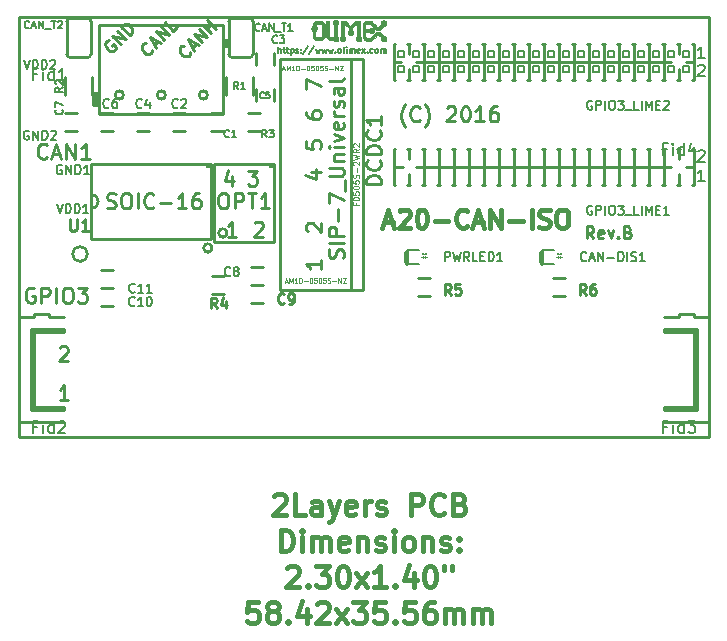
<source format=gbr>
G04 #@! TF.GenerationSoftware,KiCad,Pcbnew,5.1.5-52549c5~84~ubuntu18.04.1*
G04 #@! TF.CreationDate,2020-03-04T15:51:18+02:00*
G04 #@! TF.ProjectId,A20-CAN-ISO_Rev_B,4132302d-4341-44e2-9d49-534f5f526576,rev?*
G04 #@! TF.SameCoordinates,Original*
G04 #@! TF.FileFunction,Legend,Top*
G04 #@! TF.FilePolarity,Positive*
%FSLAX46Y46*%
G04 Gerber Fmt 4.6, Leading zero omitted, Abs format (unit mm)*
G04 Created by KiCad (PCBNEW 5.1.5-52549c5~84~ubuntu18.04.1) date 2020-03-04 15:51:18*
%MOMM*%
%LPD*%
G04 APERTURE LIST*
%ADD10C,0.200000*%
%ADD11C,0.127000*%
%ADD12C,0.254000*%
%ADD13C,0.381000*%
%ADD14C,0.100000*%
%ADD15C,0.050000*%
%ADD16C,0.009000*%
%ADD17C,0.190500*%
%ADD18C,0.125000*%
%ADD19C,0.158750*%
%ADD20C,0.222250*%
%ADD21C,0.150000*%
G04 APERTURE END LIST*
D10*
X148554964Y-104165664D02*
X148300964Y-104165664D01*
X148300964Y-104165664D02*
X148300964Y-103911664D01*
X148554964Y-104038664D02*
X148300964Y-104038664D01*
D11*
X148983095Y-94463809D02*
X148983095Y-93955809D01*
X149200809Y-94463809D02*
X149200809Y-94197714D01*
X149176619Y-94149333D01*
X149128238Y-94125142D01*
X149055666Y-94125142D01*
X149007285Y-94149333D01*
X148983095Y-94173523D01*
X149370142Y-94125142D02*
X149563666Y-94125142D01*
X149442714Y-93955809D02*
X149442714Y-94391238D01*
X149466904Y-94439619D01*
X149515285Y-94463809D01*
X149563666Y-94463809D01*
X149660428Y-94125142D02*
X149853952Y-94125142D01*
X149733000Y-93955809D02*
X149733000Y-94391238D01*
X149757190Y-94439619D01*
X149805571Y-94463809D01*
X149853952Y-94463809D01*
X150023285Y-94125142D02*
X150023285Y-94633142D01*
X150023285Y-94149333D02*
X150071666Y-94125142D01*
X150168428Y-94125142D01*
X150216809Y-94149333D01*
X150241000Y-94173523D01*
X150265190Y-94221904D01*
X150265190Y-94367047D01*
X150241000Y-94415428D01*
X150216809Y-94439619D01*
X150168428Y-94463809D01*
X150071666Y-94463809D01*
X150023285Y-94439619D01*
X150458714Y-94439619D02*
X150507095Y-94463809D01*
X150603857Y-94463809D01*
X150652238Y-94439619D01*
X150676428Y-94391238D01*
X150676428Y-94367047D01*
X150652238Y-94318666D01*
X150603857Y-94294476D01*
X150531285Y-94294476D01*
X150482904Y-94270285D01*
X150458714Y-94221904D01*
X150458714Y-94197714D01*
X150482904Y-94149333D01*
X150531285Y-94125142D01*
X150603857Y-94125142D01*
X150652238Y-94149333D01*
X150894142Y-94415428D02*
X150918333Y-94439619D01*
X150894142Y-94463809D01*
X150869952Y-94439619D01*
X150894142Y-94415428D01*
X150894142Y-94463809D01*
X150894142Y-94149333D02*
X150918333Y-94173523D01*
X150894142Y-94197714D01*
X150869952Y-94173523D01*
X150894142Y-94149333D01*
X150894142Y-94197714D01*
X151498904Y-93931619D02*
X151063476Y-94584761D01*
X152031095Y-93931619D02*
X151595666Y-94584761D01*
X152152047Y-94125142D02*
X152248809Y-94463809D01*
X152345571Y-94221904D01*
X152442333Y-94463809D01*
X152539095Y-94125142D01*
X152684238Y-94125142D02*
X152781000Y-94463809D01*
X152877761Y-94221904D01*
X152974523Y-94463809D01*
X153071285Y-94125142D01*
X153216428Y-94125142D02*
X153313190Y-94463809D01*
X153409952Y-94221904D01*
X153506714Y-94463809D01*
X153603476Y-94125142D01*
X153797000Y-94415428D02*
X153821190Y-94439619D01*
X153797000Y-94463809D01*
X153772809Y-94439619D01*
X153797000Y-94415428D01*
X153797000Y-94463809D01*
X154111476Y-94463809D02*
X154063095Y-94439619D01*
X154038904Y-94415428D01*
X154014714Y-94367047D01*
X154014714Y-94221904D01*
X154038904Y-94173523D01*
X154063095Y-94149333D01*
X154111476Y-94125142D01*
X154184047Y-94125142D01*
X154232428Y-94149333D01*
X154256619Y-94173523D01*
X154280809Y-94221904D01*
X154280809Y-94367047D01*
X154256619Y-94415428D01*
X154232428Y-94439619D01*
X154184047Y-94463809D01*
X154111476Y-94463809D01*
X154571095Y-94463809D02*
X154522714Y-94439619D01*
X154498523Y-94391238D01*
X154498523Y-93955809D01*
X154764619Y-94463809D02*
X154764619Y-94125142D01*
X154764619Y-93955809D02*
X154740428Y-93980000D01*
X154764619Y-94004190D01*
X154788809Y-93980000D01*
X154764619Y-93955809D01*
X154764619Y-94004190D01*
X155006523Y-94463809D02*
X155006523Y-94125142D01*
X155006523Y-94173523D02*
X155030714Y-94149333D01*
X155079095Y-94125142D01*
X155151666Y-94125142D01*
X155200047Y-94149333D01*
X155224238Y-94197714D01*
X155224238Y-94463809D01*
X155224238Y-94197714D02*
X155248428Y-94149333D01*
X155296809Y-94125142D01*
X155369380Y-94125142D01*
X155417761Y-94149333D01*
X155441952Y-94197714D01*
X155441952Y-94463809D01*
X155877380Y-94439619D02*
X155829000Y-94463809D01*
X155732238Y-94463809D01*
X155683857Y-94439619D01*
X155659666Y-94391238D01*
X155659666Y-94197714D01*
X155683857Y-94149333D01*
X155732238Y-94125142D01*
X155829000Y-94125142D01*
X155877380Y-94149333D01*
X155901571Y-94197714D01*
X155901571Y-94246095D01*
X155659666Y-94294476D01*
X156070904Y-94463809D02*
X156337000Y-94125142D01*
X156070904Y-94125142D02*
X156337000Y-94463809D01*
X156530523Y-94415428D02*
X156554714Y-94439619D01*
X156530523Y-94463809D01*
X156506333Y-94439619D01*
X156530523Y-94415428D01*
X156530523Y-94463809D01*
X156990142Y-94439619D02*
X156941761Y-94463809D01*
X156845000Y-94463809D01*
X156796619Y-94439619D01*
X156772428Y-94415428D01*
X156748238Y-94367047D01*
X156748238Y-94221904D01*
X156772428Y-94173523D01*
X156796619Y-94149333D01*
X156845000Y-94125142D01*
X156941761Y-94125142D01*
X156990142Y-94149333D01*
X157280428Y-94463809D02*
X157232047Y-94439619D01*
X157207857Y-94415428D01*
X157183666Y-94367047D01*
X157183666Y-94221904D01*
X157207857Y-94173523D01*
X157232047Y-94149333D01*
X157280428Y-94125142D01*
X157353000Y-94125142D01*
X157401380Y-94149333D01*
X157425571Y-94173523D01*
X157449761Y-94221904D01*
X157449761Y-94367047D01*
X157425571Y-94415428D01*
X157401380Y-94439619D01*
X157353000Y-94463809D01*
X157280428Y-94463809D01*
X157667476Y-94463809D02*
X157667476Y-94125142D01*
X157667476Y-94173523D02*
X157691666Y-94149333D01*
X157740047Y-94125142D01*
X157812619Y-94125142D01*
X157861000Y-94149333D01*
X157885190Y-94197714D01*
X157885190Y-94463809D01*
X157885190Y-94197714D02*
X157909380Y-94149333D01*
X157957761Y-94125142D01*
X158030333Y-94125142D01*
X158078714Y-94149333D01*
X158102904Y-94197714D01*
X158102904Y-94463809D01*
D10*
X143220964Y-104038664D02*
X142966964Y-104038664D01*
X142966964Y-104165664D02*
X142966964Y-103911664D01*
X143220964Y-104165664D02*
X142966964Y-104165664D01*
D12*
X159729714Y-100753333D02*
X159669238Y-100692857D01*
X159548285Y-100511428D01*
X159487809Y-100390476D01*
X159427333Y-100209047D01*
X159366857Y-99906666D01*
X159366857Y-99664761D01*
X159427333Y-99362380D01*
X159487809Y-99180952D01*
X159548285Y-99060000D01*
X159669238Y-98878571D01*
X159729714Y-98818095D01*
X160939238Y-100148571D02*
X160878761Y-100209047D01*
X160697333Y-100269523D01*
X160576380Y-100269523D01*
X160394952Y-100209047D01*
X160274000Y-100088095D01*
X160213523Y-99967142D01*
X160153047Y-99725238D01*
X160153047Y-99543809D01*
X160213523Y-99301904D01*
X160274000Y-99180952D01*
X160394952Y-99060000D01*
X160576380Y-98999523D01*
X160697333Y-98999523D01*
X160878761Y-99060000D01*
X160939238Y-99120476D01*
X161362571Y-100753333D02*
X161423047Y-100692857D01*
X161544000Y-100511428D01*
X161604476Y-100390476D01*
X161664952Y-100209047D01*
X161725428Y-99906666D01*
X161725428Y-99664761D01*
X161664952Y-99362380D01*
X161604476Y-99180952D01*
X161544000Y-99060000D01*
X161423047Y-98878571D01*
X161362571Y-98818095D01*
X163237333Y-99120476D02*
X163297809Y-99060000D01*
X163418761Y-98999523D01*
X163721142Y-98999523D01*
X163842095Y-99060000D01*
X163902571Y-99120476D01*
X163963047Y-99241428D01*
X163963047Y-99362380D01*
X163902571Y-99543809D01*
X163176857Y-100269523D01*
X163963047Y-100269523D01*
X164749238Y-98999523D02*
X164870190Y-98999523D01*
X164991142Y-99060000D01*
X165051619Y-99120476D01*
X165112095Y-99241428D01*
X165172571Y-99483333D01*
X165172571Y-99785714D01*
X165112095Y-100027619D01*
X165051619Y-100148571D01*
X164991142Y-100209047D01*
X164870190Y-100269523D01*
X164749238Y-100269523D01*
X164628285Y-100209047D01*
X164567809Y-100148571D01*
X164507333Y-100027619D01*
X164446857Y-99785714D01*
X164446857Y-99483333D01*
X164507333Y-99241428D01*
X164567809Y-99120476D01*
X164628285Y-99060000D01*
X164749238Y-98999523D01*
X166382095Y-100269523D02*
X165656380Y-100269523D01*
X166019238Y-100269523D02*
X166019238Y-98999523D01*
X165898285Y-99180952D01*
X165777333Y-99301904D01*
X165656380Y-99362380D01*
X167470666Y-98999523D02*
X167228761Y-98999523D01*
X167107809Y-99060000D01*
X167047333Y-99120476D01*
X166926380Y-99301904D01*
X166865904Y-99543809D01*
X166865904Y-100027619D01*
X166926380Y-100148571D01*
X166986857Y-100209047D01*
X167107809Y-100269523D01*
X167349714Y-100269523D01*
X167470666Y-100209047D01*
X167531142Y-100148571D01*
X167591619Y-100027619D01*
X167591619Y-99725238D01*
X167531142Y-99604285D01*
X167470666Y-99543809D01*
X167349714Y-99483333D01*
X167107809Y-99483333D01*
X166986857Y-99543809D01*
X166926380Y-99604285D01*
X166865904Y-99725238D01*
X141531421Y-94439735D02*
X141531421Y-94508156D01*
X141463000Y-94644998D01*
X141394579Y-94713419D01*
X141257737Y-94781840D01*
X141120895Y-94781840D01*
X141018264Y-94747630D01*
X140847211Y-94644998D01*
X140744580Y-94542367D01*
X140641948Y-94371314D01*
X140607738Y-94268683D01*
X140607738Y-94131841D01*
X140676159Y-93994999D01*
X140744580Y-93926578D01*
X140881422Y-93858157D01*
X140949843Y-93858157D01*
X141668263Y-94029209D02*
X142010368Y-93687104D01*
X141805105Y-94302893D02*
X141326158Y-93345000D01*
X142284052Y-93823946D01*
X142523525Y-93584473D02*
X141805105Y-92866053D01*
X142934051Y-93173947D01*
X142215631Y-92455527D01*
X143276156Y-92831842D02*
X142557736Y-92113422D01*
X142899841Y-92455527D02*
X143310367Y-92045001D01*
X143686682Y-92421316D02*
X142968262Y-91702896D01*
X138314947Y-94227209D02*
X138314947Y-94295630D01*
X138246526Y-94432472D01*
X138178105Y-94500893D01*
X138041263Y-94569314D01*
X137904421Y-94569314D01*
X137801790Y-94535104D01*
X137630737Y-94432472D01*
X137528106Y-94329841D01*
X137425474Y-94158788D01*
X137391264Y-94056157D01*
X137391264Y-93919315D01*
X137459685Y-93782473D01*
X137528106Y-93714052D01*
X137664948Y-93645631D01*
X137733369Y-93645631D01*
X138451789Y-93816683D02*
X138793894Y-93474578D01*
X138588631Y-94090367D02*
X138109684Y-93132473D01*
X139067578Y-93611420D01*
X139307052Y-93371947D02*
X138588631Y-92653526D01*
X139717578Y-92961421D01*
X138999157Y-92243000D01*
X140401788Y-92277211D02*
X140059683Y-92619316D01*
X139341262Y-91900895D01*
X134602421Y-93406157D02*
X134499790Y-93440368D01*
X134397158Y-93542999D01*
X134328737Y-93679841D01*
X134328737Y-93816683D01*
X134362948Y-93919315D01*
X134465579Y-94090367D01*
X134568211Y-94192999D01*
X134739263Y-94295630D01*
X134841895Y-94329841D01*
X134978737Y-94329841D01*
X135115579Y-94261420D01*
X135184000Y-94192999D01*
X135252421Y-94056157D01*
X135252421Y-93987736D01*
X135012947Y-93748262D01*
X134876105Y-93885104D01*
X135628736Y-93748262D02*
X134910316Y-93029842D01*
X136039262Y-93337736D01*
X135320842Y-92619316D01*
X136381367Y-92995631D02*
X135662947Y-92277211D01*
X135833999Y-92106158D01*
X135970841Y-92037737D01*
X136107683Y-92037737D01*
X136210315Y-92071948D01*
X136381367Y-92174579D01*
X136483999Y-92277211D01*
X136586630Y-92448263D01*
X136620841Y-92550895D01*
X136620841Y-92687737D01*
X136552420Y-92824579D01*
X136381367Y-92995631D01*
X175653095Y-110187619D02*
X175314428Y-109703809D01*
X175072523Y-110187619D02*
X175072523Y-109171619D01*
X175459571Y-109171619D01*
X175556333Y-109220000D01*
X175604714Y-109268380D01*
X175653095Y-109365142D01*
X175653095Y-109510285D01*
X175604714Y-109607047D01*
X175556333Y-109655428D01*
X175459571Y-109703809D01*
X175072523Y-109703809D01*
X176475571Y-110139238D02*
X176378809Y-110187619D01*
X176185285Y-110187619D01*
X176088523Y-110139238D01*
X176040142Y-110042476D01*
X176040142Y-109655428D01*
X176088523Y-109558666D01*
X176185285Y-109510285D01*
X176378809Y-109510285D01*
X176475571Y-109558666D01*
X176523952Y-109655428D01*
X176523952Y-109752190D01*
X176040142Y-109848952D01*
X176862619Y-109510285D02*
X177104523Y-110187619D01*
X177346428Y-109510285D01*
X177733476Y-110090857D02*
X177781857Y-110139238D01*
X177733476Y-110187619D01*
X177685095Y-110139238D01*
X177733476Y-110090857D01*
X177733476Y-110187619D01*
X178555952Y-109655428D02*
X178701095Y-109703809D01*
X178749476Y-109752190D01*
X178797857Y-109848952D01*
X178797857Y-109994095D01*
X178749476Y-110090857D01*
X178701095Y-110139238D01*
X178604333Y-110187619D01*
X178217285Y-110187619D01*
X178217285Y-109171619D01*
X178555952Y-109171619D01*
X178652714Y-109220000D01*
X178701095Y-109268380D01*
X178749476Y-109365142D01*
X178749476Y-109461904D01*
X178701095Y-109558666D01*
X178652714Y-109607047D01*
X178555952Y-109655428D01*
X178217285Y-109655428D01*
D13*
X157933571Y-108839000D02*
X158659285Y-108839000D01*
X157788428Y-109274428D02*
X158296428Y-107750428D01*
X158804428Y-109274428D01*
X159239857Y-107895571D02*
X159312428Y-107823000D01*
X159457571Y-107750428D01*
X159820428Y-107750428D01*
X159965571Y-107823000D01*
X160038142Y-107895571D01*
X160110714Y-108040714D01*
X160110714Y-108185857D01*
X160038142Y-108403571D01*
X159167285Y-109274428D01*
X160110714Y-109274428D01*
X161054142Y-107750428D02*
X161199285Y-107750428D01*
X161344428Y-107823000D01*
X161417000Y-107895571D01*
X161489571Y-108040714D01*
X161562142Y-108331000D01*
X161562142Y-108693857D01*
X161489571Y-108984142D01*
X161417000Y-109129285D01*
X161344428Y-109201857D01*
X161199285Y-109274428D01*
X161054142Y-109274428D01*
X160909000Y-109201857D01*
X160836428Y-109129285D01*
X160763857Y-108984142D01*
X160691285Y-108693857D01*
X160691285Y-108331000D01*
X160763857Y-108040714D01*
X160836428Y-107895571D01*
X160909000Y-107823000D01*
X161054142Y-107750428D01*
X162215285Y-108693857D02*
X163376428Y-108693857D01*
X164973000Y-109129285D02*
X164900428Y-109201857D01*
X164682714Y-109274428D01*
X164537571Y-109274428D01*
X164319857Y-109201857D01*
X164174714Y-109056714D01*
X164102142Y-108911571D01*
X164029571Y-108621285D01*
X164029571Y-108403571D01*
X164102142Y-108113285D01*
X164174714Y-107968142D01*
X164319857Y-107823000D01*
X164537571Y-107750428D01*
X164682714Y-107750428D01*
X164900428Y-107823000D01*
X164973000Y-107895571D01*
X165553571Y-108839000D02*
X166279285Y-108839000D01*
X165408428Y-109274428D02*
X165916428Y-107750428D01*
X166424428Y-109274428D01*
X166932428Y-109274428D02*
X166932428Y-107750428D01*
X167803285Y-109274428D01*
X167803285Y-107750428D01*
X168529000Y-108693857D02*
X169690142Y-108693857D01*
X170415857Y-109274428D02*
X170415857Y-107750428D01*
X171069000Y-109201857D02*
X171286714Y-109274428D01*
X171649571Y-109274428D01*
X171794714Y-109201857D01*
X171867285Y-109129285D01*
X171939857Y-108984142D01*
X171939857Y-108839000D01*
X171867285Y-108693857D01*
X171794714Y-108621285D01*
X171649571Y-108548714D01*
X171359285Y-108476142D01*
X171214142Y-108403571D01*
X171141571Y-108331000D01*
X171069000Y-108185857D01*
X171069000Y-108040714D01*
X171141571Y-107895571D01*
X171214142Y-107823000D01*
X171359285Y-107750428D01*
X171722142Y-107750428D01*
X171939857Y-107823000D01*
X172883285Y-107750428D02*
X173173571Y-107750428D01*
X173318714Y-107823000D01*
X173463857Y-107968142D01*
X173536428Y-108258428D01*
X173536428Y-108766428D01*
X173463857Y-109056714D01*
X173318714Y-109201857D01*
X173173571Y-109274428D01*
X172883285Y-109274428D01*
X172738142Y-109201857D01*
X172593000Y-109056714D01*
X172520428Y-108766428D01*
X172520428Y-108258428D01*
X172593000Y-107968142D01*
X172738142Y-107823000D01*
X172883285Y-107750428D01*
X148632333Y-132037666D02*
X148717000Y-131953000D01*
X148886333Y-131868333D01*
X149309666Y-131868333D01*
X149479000Y-131953000D01*
X149563666Y-132037666D01*
X149648333Y-132207000D01*
X149648333Y-132376333D01*
X149563666Y-132630333D01*
X148547666Y-133646333D01*
X149648333Y-133646333D01*
X151257000Y-133646333D02*
X150410333Y-133646333D01*
X150410333Y-131868333D01*
X152611666Y-133646333D02*
X152611666Y-132715000D01*
X152527000Y-132545666D01*
X152357666Y-132461000D01*
X152019000Y-132461000D01*
X151849666Y-132545666D01*
X152611666Y-133561666D02*
X152442333Y-133646333D01*
X152019000Y-133646333D01*
X151849666Y-133561666D01*
X151765000Y-133392333D01*
X151765000Y-133223000D01*
X151849666Y-133053666D01*
X152019000Y-132969000D01*
X152442333Y-132969000D01*
X152611666Y-132884333D01*
X153289000Y-132461000D02*
X153712333Y-133646333D01*
X154135666Y-132461000D02*
X153712333Y-133646333D01*
X153543000Y-134069666D01*
X153458333Y-134154333D01*
X153289000Y-134239000D01*
X155490333Y-133561666D02*
X155321000Y-133646333D01*
X154982333Y-133646333D01*
X154813000Y-133561666D01*
X154728333Y-133392333D01*
X154728333Y-132715000D01*
X154813000Y-132545666D01*
X154982333Y-132461000D01*
X155321000Y-132461000D01*
X155490333Y-132545666D01*
X155575000Y-132715000D01*
X155575000Y-132884333D01*
X154728333Y-133053666D01*
X156337000Y-133646333D02*
X156337000Y-132461000D01*
X156337000Y-132799666D02*
X156421666Y-132630333D01*
X156506333Y-132545666D01*
X156675666Y-132461000D01*
X156845000Y-132461000D01*
X157353000Y-133561666D02*
X157522333Y-133646333D01*
X157861000Y-133646333D01*
X158030333Y-133561666D01*
X158115000Y-133392333D01*
X158115000Y-133307666D01*
X158030333Y-133138333D01*
X157861000Y-133053666D01*
X157607000Y-133053666D01*
X157437666Y-132969000D01*
X157353000Y-132799666D01*
X157353000Y-132715000D01*
X157437666Y-132545666D01*
X157607000Y-132461000D01*
X157861000Y-132461000D01*
X158030333Y-132545666D01*
X160231666Y-133646333D02*
X160231666Y-131868333D01*
X160909000Y-131868333D01*
X161078333Y-131953000D01*
X161163000Y-132037666D01*
X161247666Y-132207000D01*
X161247666Y-132461000D01*
X161163000Y-132630333D01*
X161078333Y-132715000D01*
X160909000Y-132799666D01*
X160231666Y-132799666D01*
X163025666Y-133477000D02*
X162941000Y-133561666D01*
X162687000Y-133646333D01*
X162517666Y-133646333D01*
X162263666Y-133561666D01*
X162094333Y-133392333D01*
X162009666Y-133223000D01*
X161925000Y-132884333D01*
X161925000Y-132630333D01*
X162009666Y-132291666D01*
X162094333Y-132122333D01*
X162263666Y-131953000D01*
X162517666Y-131868333D01*
X162687000Y-131868333D01*
X162941000Y-131953000D01*
X163025666Y-132037666D01*
X164380333Y-132715000D02*
X164634333Y-132799666D01*
X164719000Y-132884333D01*
X164803666Y-133053666D01*
X164803666Y-133307666D01*
X164719000Y-133477000D01*
X164634333Y-133561666D01*
X164465000Y-133646333D01*
X163787666Y-133646333D01*
X163787666Y-131868333D01*
X164380333Y-131868333D01*
X164549666Y-131953000D01*
X164634333Y-132037666D01*
X164719000Y-132207000D01*
X164719000Y-132376333D01*
X164634333Y-132545666D01*
X164549666Y-132630333D01*
X164380333Y-132715000D01*
X163787666Y-132715000D01*
X149182666Y-136694333D02*
X149182666Y-134916333D01*
X149606000Y-134916333D01*
X149860000Y-135001000D01*
X150029333Y-135170333D01*
X150114000Y-135339666D01*
X150198666Y-135678333D01*
X150198666Y-135932333D01*
X150114000Y-136271000D01*
X150029333Y-136440333D01*
X149860000Y-136609666D01*
X149606000Y-136694333D01*
X149182666Y-136694333D01*
X150960666Y-136694333D02*
X150960666Y-135509000D01*
X150960666Y-134916333D02*
X150876000Y-135001000D01*
X150960666Y-135085666D01*
X151045333Y-135001000D01*
X150960666Y-134916333D01*
X150960666Y-135085666D01*
X151807333Y-136694333D02*
X151807333Y-135509000D01*
X151807333Y-135678333D02*
X151892000Y-135593666D01*
X152061333Y-135509000D01*
X152315333Y-135509000D01*
X152484666Y-135593666D01*
X152569333Y-135763000D01*
X152569333Y-136694333D01*
X152569333Y-135763000D02*
X152654000Y-135593666D01*
X152823333Y-135509000D01*
X153077333Y-135509000D01*
X153246666Y-135593666D01*
X153331333Y-135763000D01*
X153331333Y-136694333D01*
X154855333Y-136609666D02*
X154686000Y-136694333D01*
X154347333Y-136694333D01*
X154178000Y-136609666D01*
X154093333Y-136440333D01*
X154093333Y-135763000D01*
X154178000Y-135593666D01*
X154347333Y-135509000D01*
X154686000Y-135509000D01*
X154855333Y-135593666D01*
X154940000Y-135763000D01*
X154940000Y-135932333D01*
X154093333Y-136101666D01*
X155702000Y-135509000D02*
X155702000Y-136694333D01*
X155702000Y-135678333D02*
X155786666Y-135593666D01*
X155956000Y-135509000D01*
X156210000Y-135509000D01*
X156379333Y-135593666D01*
X156464000Y-135763000D01*
X156464000Y-136694333D01*
X157226000Y-136609666D02*
X157395333Y-136694333D01*
X157734000Y-136694333D01*
X157903333Y-136609666D01*
X157988000Y-136440333D01*
X157988000Y-136355666D01*
X157903333Y-136186333D01*
X157734000Y-136101666D01*
X157480000Y-136101666D01*
X157310666Y-136017000D01*
X157226000Y-135847666D01*
X157226000Y-135763000D01*
X157310666Y-135593666D01*
X157480000Y-135509000D01*
X157734000Y-135509000D01*
X157903333Y-135593666D01*
X158750000Y-136694333D02*
X158750000Y-135509000D01*
X158750000Y-134916333D02*
X158665333Y-135001000D01*
X158750000Y-135085666D01*
X158834666Y-135001000D01*
X158750000Y-134916333D01*
X158750000Y-135085666D01*
X159850666Y-136694333D02*
X159681333Y-136609666D01*
X159596666Y-136525000D01*
X159512000Y-136355666D01*
X159512000Y-135847666D01*
X159596666Y-135678333D01*
X159681333Y-135593666D01*
X159850666Y-135509000D01*
X160104666Y-135509000D01*
X160274000Y-135593666D01*
X160358666Y-135678333D01*
X160443333Y-135847666D01*
X160443333Y-136355666D01*
X160358666Y-136525000D01*
X160274000Y-136609666D01*
X160104666Y-136694333D01*
X159850666Y-136694333D01*
X161205333Y-135509000D02*
X161205333Y-136694333D01*
X161205333Y-135678333D02*
X161290000Y-135593666D01*
X161459333Y-135509000D01*
X161713333Y-135509000D01*
X161882666Y-135593666D01*
X161967333Y-135763000D01*
X161967333Y-136694333D01*
X162729333Y-136609666D02*
X162898666Y-136694333D01*
X163237333Y-136694333D01*
X163406666Y-136609666D01*
X163491333Y-136440333D01*
X163491333Y-136355666D01*
X163406666Y-136186333D01*
X163237333Y-136101666D01*
X162983333Y-136101666D01*
X162814000Y-136017000D01*
X162729333Y-135847666D01*
X162729333Y-135763000D01*
X162814000Y-135593666D01*
X162983333Y-135509000D01*
X163237333Y-135509000D01*
X163406666Y-135593666D01*
X164253333Y-136525000D02*
X164338000Y-136609666D01*
X164253333Y-136694333D01*
X164168666Y-136609666D01*
X164253333Y-136525000D01*
X164253333Y-136694333D01*
X164253333Y-135593666D02*
X164338000Y-135678333D01*
X164253333Y-135763000D01*
X164168666Y-135678333D01*
X164253333Y-135593666D01*
X164253333Y-135763000D01*
X149733000Y-138133666D02*
X149817666Y-138049000D01*
X149987000Y-137964333D01*
X150410333Y-137964333D01*
X150579666Y-138049000D01*
X150664333Y-138133666D01*
X150749000Y-138303000D01*
X150749000Y-138472333D01*
X150664333Y-138726333D01*
X149648333Y-139742333D01*
X150749000Y-139742333D01*
X151511000Y-139573000D02*
X151595666Y-139657666D01*
X151511000Y-139742333D01*
X151426333Y-139657666D01*
X151511000Y-139573000D01*
X151511000Y-139742333D01*
X152188333Y-137964333D02*
X153289000Y-137964333D01*
X152696333Y-138641666D01*
X152950333Y-138641666D01*
X153119666Y-138726333D01*
X153204333Y-138811000D01*
X153289000Y-138980333D01*
X153289000Y-139403666D01*
X153204333Y-139573000D01*
X153119666Y-139657666D01*
X152950333Y-139742333D01*
X152442333Y-139742333D01*
X152273000Y-139657666D01*
X152188333Y-139573000D01*
X154389666Y-137964333D02*
X154559000Y-137964333D01*
X154728333Y-138049000D01*
X154813000Y-138133666D01*
X154897666Y-138303000D01*
X154982333Y-138641666D01*
X154982333Y-139065000D01*
X154897666Y-139403666D01*
X154813000Y-139573000D01*
X154728333Y-139657666D01*
X154559000Y-139742333D01*
X154389666Y-139742333D01*
X154220333Y-139657666D01*
X154135666Y-139573000D01*
X154051000Y-139403666D01*
X153966333Y-139065000D01*
X153966333Y-138641666D01*
X154051000Y-138303000D01*
X154135666Y-138133666D01*
X154220333Y-138049000D01*
X154389666Y-137964333D01*
X155575000Y-139742333D02*
X156506333Y-138557000D01*
X155575000Y-138557000D02*
X156506333Y-139742333D01*
X158115000Y-139742333D02*
X157099000Y-139742333D01*
X157607000Y-139742333D02*
X157607000Y-137964333D01*
X157437666Y-138218333D01*
X157268333Y-138387666D01*
X157099000Y-138472333D01*
X158877000Y-139573000D02*
X158961666Y-139657666D01*
X158877000Y-139742333D01*
X158792333Y-139657666D01*
X158877000Y-139573000D01*
X158877000Y-139742333D01*
X160485666Y-138557000D02*
X160485666Y-139742333D01*
X160062333Y-137879666D02*
X159639000Y-139149666D01*
X160739666Y-139149666D01*
X161755666Y-137964333D02*
X161925000Y-137964333D01*
X162094333Y-138049000D01*
X162179000Y-138133666D01*
X162263666Y-138303000D01*
X162348333Y-138641666D01*
X162348333Y-139065000D01*
X162263666Y-139403666D01*
X162179000Y-139573000D01*
X162094333Y-139657666D01*
X161925000Y-139742333D01*
X161755666Y-139742333D01*
X161586333Y-139657666D01*
X161501666Y-139573000D01*
X161417000Y-139403666D01*
X161332333Y-139065000D01*
X161332333Y-138641666D01*
X161417000Y-138303000D01*
X161501666Y-138133666D01*
X161586333Y-138049000D01*
X161755666Y-137964333D01*
X163025666Y-137964333D02*
X163025666Y-138303000D01*
X163703000Y-137964333D02*
X163703000Y-138303000D01*
X147277666Y-141012333D02*
X146431000Y-141012333D01*
X146346333Y-141859000D01*
X146431000Y-141774333D01*
X146600333Y-141689666D01*
X147023666Y-141689666D01*
X147193000Y-141774333D01*
X147277666Y-141859000D01*
X147362333Y-142028333D01*
X147362333Y-142451666D01*
X147277666Y-142621000D01*
X147193000Y-142705666D01*
X147023666Y-142790333D01*
X146600333Y-142790333D01*
X146431000Y-142705666D01*
X146346333Y-142621000D01*
X148378333Y-141774333D02*
X148209000Y-141689666D01*
X148124333Y-141605000D01*
X148039666Y-141435666D01*
X148039666Y-141351000D01*
X148124333Y-141181666D01*
X148209000Y-141097000D01*
X148378333Y-141012333D01*
X148717000Y-141012333D01*
X148886333Y-141097000D01*
X148971000Y-141181666D01*
X149055666Y-141351000D01*
X149055666Y-141435666D01*
X148971000Y-141605000D01*
X148886333Y-141689666D01*
X148717000Y-141774333D01*
X148378333Y-141774333D01*
X148209000Y-141859000D01*
X148124333Y-141943666D01*
X148039666Y-142113000D01*
X148039666Y-142451666D01*
X148124333Y-142621000D01*
X148209000Y-142705666D01*
X148378333Y-142790333D01*
X148717000Y-142790333D01*
X148886333Y-142705666D01*
X148971000Y-142621000D01*
X149055666Y-142451666D01*
X149055666Y-142113000D01*
X148971000Y-141943666D01*
X148886333Y-141859000D01*
X148717000Y-141774333D01*
X149817666Y-142621000D02*
X149902333Y-142705666D01*
X149817666Y-142790333D01*
X149733000Y-142705666D01*
X149817666Y-142621000D01*
X149817666Y-142790333D01*
X151426333Y-141605000D02*
X151426333Y-142790333D01*
X151003000Y-140927666D02*
X150579666Y-142197666D01*
X151680333Y-142197666D01*
X152273000Y-141181666D02*
X152357666Y-141097000D01*
X152527000Y-141012333D01*
X152950333Y-141012333D01*
X153119666Y-141097000D01*
X153204333Y-141181666D01*
X153289000Y-141351000D01*
X153289000Y-141520333D01*
X153204333Y-141774333D01*
X152188333Y-142790333D01*
X153289000Y-142790333D01*
X153881666Y-142790333D02*
X154813000Y-141605000D01*
X153881666Y-141605000D02*
X154813000Y-142790333D01*
X155321000Y-141012333D02*
X156421666Y-141012333D01*
X155829000Y-141689666D01*
X156083000Y-141689666D01*
X156252333Y-141774333D01*
X156337000Y-141859000D01*
X156421666Y-142028333D01*
X156421666Y-142451666D01*
X156337000Y-142621000D01*
X156252333Y-142705666D01*
X156083000Y-142790333D01*
X155575000Y-142790333D01*
X155405666Y-142705666D01*
X155321000Y-142621000D01*
X158030333Y-141012333D02*
X157183666Y-141012333D01*
X157099000Y-141859000D01*
X157183666Y-141774333D01*
X157353000Y-141689666D01*
X157776333Y-141689666D01*
X157945666Y-141774333D01*
X158030333Y-141859000D01*
X158115000Y-142028333D01*
X158115000Y-142451666D01*
X158030333Y-142621000D01*
X157945666Y-142705666D01*
X157776333Y-142790333D01*
X157353000Y-142790333D01*
X157183666Y-142705666D01*
X157099000Y-142621000D01*
X158877000Y-142621000D02*
X158961666Y-142705666D01*
X158877000Y-142790333D01*
X158792333Y-142705666D01*
X158877000Y-142621000D01*
X158877000Y-142790333D01*
X160570333Y-141012333D02*
X159723666Y-141012333D01*
X159639000Y-141859000D01*
X159723666Y-141774333D01*
X159893000Y-141689666D01*
X160316333Y-141689666D01*
X160485666Y-141774333D01*
X160570333Y-141859000D01*
X160655000Y-142028333D01*
X160655000Y-142451666D01*
X160570333Y-142621000D01*
X160485666Y-142705666D01*
X160316333Y-142790333D01*
X159893000Y-142790333D01*
X159723666Y-142705666D01*
X159639000Y-142621000D01*
X162179000Y-141012333D02*
X161840333Y-141012333D01*
X161671000Y-141097000D01*
X161586333Y-141181666D01*
X161417000Y-141435666D01*
X161332333Y-141774333D01*
X161332333Y-142451666D01*
X161417000Y-142621000D01*
X161501666Y-142705666D01*
X161671000Y-142790333D01*
X162009666Y-142790333D01*
X162179000Y-142705666D01*
X162263666Y-142621000D01*
X162348333Y-142451666D01*
X162348333Y-142028333D01*
X162263666Y-141859000D01*
X162179000Y-141774333D01*
X162009666Y-141689666D01*
X161671000Y-141689666D01*
X161501666Y-141774333D01*
X161417000Y-141859000D01*
X161332333Y-142028333D01*
X163110333Y-142790333D02*
X163110333Y-141605000D01*
X163110333Y-141774333D02*
X163195000Y-141689666D01*
X163364333Y-141605000D01*
X163618333Y-141605000D01*
X163787666Y-141689666D01*
X163872333Y-141859000D01*
X163872333Y-142790333D01*
X163872333Y-141859000D02*
X163957000Y-141689666D01*
X164126333Y-141605000D01*
X164380333Y-141605000D01*
X164549666Y-141689666D01*
X164634333Y-141859000D01*
X164634333Y-142790333D01*
X165481000Y-142790333D02*
X165481000Y-141605000D01*
X165481000Y-141774333D02*
X165565666Y-141689666D01*
X165735000Y-141605000D01*
X165989000Y-141605000D01*
X166158333Y-141689666D01*
X166243000Y-141859000D01*
X166243000Y-142790333D01*
X166243000Y-141859000D02*
X166327666Y-141689666D01*
X166497000Y-141605000D01*
X166751000Y-141605000D01*
X166920333Y-141689666D01*
X167005000Y-141859000D01*
X167005000Y-142790333D01*
D12*
X127000000Y-91440000D02*
X127000000Y-127000000D01*
X185420000Y-91440000D02*
X127000000Y-91440000D01*
X185420000Y-127000000D02*
X185420000Y-91440000D01*
X127000000Y-127000000D02*
X185420000Y-127000000D01*
X183910000Y-124585000D02*
X184310000Y-124585000D01*
X128110000Y-124585000D02*
X128510000Y-124585000D01*
X128110000Y-117985000D02*
X128510000Y-117985000D01*
X183910000Y-117985000D02*
X184310000Y-117985000D01*
X128270000Y-118110000D02*
X130810000Y-118110000D01*
X181610000Y-118110000D02*
X184150000Y-118110000D01*
X184150000Y-124460000D02*
X184150000Y-118110000D01*
X128270000Y-118110000D02*
X128270000Y-124460000D01*
X127000000Y-116840000D02*
X128270000Y-116840000D01*
X185420000Y-125730000D02*
X181610000Y-125730000D01*
X185420000Y-125730000D02*
X185420000Y-116840000D01*
X127000000Y-116840000D02*
X127000000Y-125730000D01*
X184150000Y-116840000D02*
X184150000Y-116586000D01*
X184150000Y-116586000D02*
X182880000Y-116586000D01*
X182880000Y-116840000D02*
X182880000Y-116586000D01*
X184150000Y-116840000D02*
X185420000Y-116840000D01*
X181610000Y-116840000D02*
X182880000Y-116840000D01*
X129540000Y-116586000D02*
X128270000Y-116586000D01*
X128270000Y-116586000D02*
X128270000Y-116840000D01*
X129540000Y-116586000D02*
X129540000Y-116840000D01*
X129540000Y-116840000D02*
X130810000Y-116840000D01*
X184150000Y-124460000D02*
X181610000Y-124460000D01*
X181610000Y-124714000D02*
X184404000Y-124714000D01*
X184404000Y-124714000D02*
X184404000Y-117856000D01*
X184404000Y-117856000D02*
X181610000Y-117856000D01*
X130810000Y-117856000D02*
X128016000Y-117856000D01*
X128016000Y-117856000D02*
X128016000Y-124714000D01*
X128016000Y-124714000D02*
X130810000Y-124714000D01*
X127000000Y-125730000D02*
X130810000Y-125730000D01*
X130810000Y-124460000D02*
X128270000Y-124460000D01*
X130810000Y-117856000D02*
X130810000Y-118110000D01*
X130810000Y-124460000D02*
X130810000Y-124714000D01*
X181610000Y-124460000D02*
X181610000Y-124714000D01*
X181610000Y-117856000D02*
X181610000Y-118110000D01*
X143256000Y-110236000D02*
X133096000Y-110236000D01*
X143256000Y-103886000D02*
X143256000Y-110236000D01*
X133096000Y-103886000D02*
X143256000Y-103886000D01*
X133096000Y-110236000D02*
X133096000Y-103886000D01*
X132816600Y-111506000D02*
G75*
G03X132816600Y-111506000I-635000J0D01*
G01*
X133096000Y-107696000D02*
G75*
G03X133731000Y-107061000I0J635000D01*
G01*
X133731000Y-107061000D02*
G75*
G03X133096000Y-106426000I-635000J0D01*
G01*
X172720000Y-95250000D02*
X172720000Y-96774000D01*
X172720000Y-93726000D02*
X172720000Y-95250000D01*
X173990000Y-95250000D02*
X173990000Y-96774000D01*
X175260000Y-95250000D02*
X175260000Y-96774000D01*
X176530000Y-95250000D02*
X176530000Y-96774000D01*
X177800000Y-95250000D02*
X177800000Y-96774000D01*
X179070000Y-95250000D02*
X179070000Y-96774000D01*
X180340000Y-95250000D02*
X180340000Y-96774000D01*
X181610000Y-95250000D02*
X181610000Y-96774000D01*
X182880000Y-95885000D02*
X182880000Y-96774000D01*
X173990000Y-93726000D02*
X173990000Y-95250000D01*
X175260000Y-93726000D02*
X175260000Y-95250000D01*
X176530000Y-93726000D02*
X176530000Y-95250000D01*
X177800000Y-93726000D02*
X177800000Y-95250000D01*
X179070000Y-93726000D02*
X179070000Y-95250000D01*
X180340000Y-93726000D02*
X180340000Y-95250000D01*
X181610000Y-93726000D02*
X181610000Y-95250000D01*
X182880000Y-93726000D02*
X182880000Y-94615000D01*
X182880000Y-96774000D02*
X182753000Y-96774000D01*
X183007000Y-96774000D02*
X182880000Y-96774000D01*
X181610000Y-96774000D02*
X181483000Y-96774000D01*
X181737000Y-96774000D02*
X181610000Y-96774000D01*
X180340000Y-96774000D02*
X180213000Y-96774000D01*
X180467000Y-96774000D02*
X180340000Y-96774000D01*
X179070000Y-96774000D02*
X178943000Y-96774000D01*
X179197000Y-96774000D02*
X179070000Y-96774000D01*
X177800000Y-96774000D02*
X177673000Y-96774000D01*
X177927000Y-96774000D02*
X177800000Y-96774000D01*
X176530000Y-96774000D02*
X176403000Y-96774000D01*
X176657000Y-96774000D02*
X176530000Y-96774000D01*
X175260000Y-96774000D02*
X175133000Y-96774000D01*
X175387000Y-96774000D02*
X175260000Y-96774000D01*
X173990000Y-96774000D02*
X173863000Y-96774000D01*
X174117000Y-96774000D02*
X173990000Y-96774000D01*
X172847000Y-96774000D02*
X172593000Y-96774000D01*
X172720000Y-93726000D02*
X172593000Y-93726000D01*
X172847000Y-93726000D02*
X172720000Y-93726000D01*
X173990000Y-93726000D02*
X173863000Y-93726000D01*
X174117000Y-93726000D02*
X173990000Y-93726000D01*
X175260000Y-93726000D02*
X175133000Y-93726000D01*
X175387000Y-93726000D02*
X175260000Y-93726000D01*
X176530000Y-93726000D02*
X176403000Y-93726000D01*
X176657000Y-93726000D02*
X176530000Y-93726000D01*
X177800000Y-93726000D02*
X177673000Y-93726000D01*
X177927000Y-93726000D02*
X177800000Y-93726000D01*
X179070000Y-93726000D02*
X178943000Y-93726000D01*
X179197000Y-93726000D02*
X179070000Y-93726000D01*
X180340000Y-93726000D02*
X180213000Y-93726000D01*
X180467000Y-93726000D02*
X180340000Y-93726000D01*
X181610000Y-93726000D02*
X181483000Y-93726000D01*
X181737000Y-93726000D02*
X181610000Y-93726000D01*
X182880000Y-93726000D02*
X182753000Y-93726000D01*
X183007000Y-93726000D02*
X182880000Y-93726000D01*
X172720000Y-95250000D02*
X171450000Y-95250000D01*
X173990000Y-95250000D02*
X172720000Y-95250000D01*
X175260000Y-95250000D02*
X173990000Y-95250000D01*
X176530000Y-95250000D02*
X175260000Y-95250000D01*
X177800000Y-95250000D02*
X176530000Y-95250000D01*
X179070000Y-95250000D02*
X177800000Y-95250000D01*
X180340000Y-95250000D02*
X179070000Y-95250000D01*
X181610000Y-95250000D02*
X180340000Y-95250000D01*
X182245000Y-95250000D02*
X181610000Y-95250000D01*
X184150000Y-95250000D02*
X183515000Y-95250000D01*
X171450000Y-93726000D02*
X171577000Y-93726000D01*
X171450000Y-95250000D02*
X171450000Y-93726000D01*
X171450000Y-96774000D02*
X171450000Y-95250000D01*
X171577000Y-96774000D02*
X171450000Y-96774000D01*
X184150000Y-93726000D02*
X184023000Y-93726000D01*
X184150000Y-95250000D02*
X184150000Y-93726000D01*
X184150000Y-96774000D02*
X184150000Y-95250000D01*
X184023000Y-96774000D02*
X184150000Y-96774000D01*
D11*
X172339000Y-94361000D02*
X172339000Y-94869000D01*
X172339000Y-94869000D02*
X171831000Y-94869000D01*
X171831000Y-94361000D02*
X171831000Y-94869000D01*
X172339000Y-94361000D02*
X171831000Y-94361000D01*
X173609000Y-94361000D02*
X173609000Y-94869000D01*
X173609000Y-94869000D02*
X173101000Y-94869000D01*
X173101000Y-94361000D02*
X173101000Y-94869000D01*
X173609000Y-94361000D02*
X173101000Y-94361000D01*
X174879000Y-94361000D02*
X174879000Y-94869000D01*
X174879000Y-94869000D02*
X174371000Y-94869000D01*
X174371000Y-94361000D02*
X174371000Y-94869000D01*
X174879000Y-94361000D02*
X174371000Y-94361000D01*
X176149000Y-94361000D02*
X176149000Y-94869000D01*
X176149000Y-94869000D02*
X175641000Y-94869000D01*
X175641000Y-94361000D02*
X175641000Y-94869000D01*
X176149000Y-94361000D02*
X175641000Y-94361000D01*
X177419000Y-94361000D02*
X177419000Y-94869000D01*
X177419000Y-94869000D02*
X176911000Y-94869000D01*
X176911000Y-94361000D02*
X176911000Y-94869000D01*
X177419000Y-94361000D02*
X176911000Y-94361000D01*
X178689000Y-94361000D02*
X178689000Y-94869000D01*
X178689000Y-94869000D02*
X178181000Y-94869000D01*
X178181000Y-94361000D02*
X178181000Y-94869000D01*
X178689000Y-94361000D02*
X178181000Y-94361000D01*
X179959000Y-94361000D02*
X179959000Y-94869000D01*
X179959000Y-94869000D02*
X179451000Y-94869000D01*
X179451000Y-94361000D02*
X179451000Y-94869000D01*
X179959000Y-94361000D02*
X179451000Y-94361000D01*
X181229000Y-94361000D02*
X181229000Y-94869000D01*
X181229000Y-94869000D02*
X180721000Y-94869000D01*
X180721000Y-94361000D02*
X180721000Y-94869000D01*
X181229000Y-94361000D02*
X180721000Y-94361000D01*
X182499000Y-94361000D02*
X182499000Y-94869000D01*
X182499000Y-94869000D02*
X181991000Y-94869000D01*
X181991000Y-94361000D02*
X181991000Y-94869000D01*
X182499000Y-94361000D02*
X181991000Y-94361000D01*
X183769000Y-94361000D02*
X183769000Y-94869000D01*
X183769000Y-94869000D02*
X183261000Y-94869000D01*
X183261000Y-94361000D02*
X183261000Y-94869000D01*
X183769000Y-94361000D02*
X183261000Y-94361000D01*
X172339000Y-95631000D02*
X172339000Y-96139000D01*
X172339000Y-96139000D02*
X171831000Y-96139000D01*
X171831000Y-95631000D02*
X171831000Y-96139000D01*
X172339000Y-95631000D02*
X171831000Y-95631000D01*
X173609000Y-95631000D02*
X173609000Y-96139000D01*
X173609000Y-96139000D02*
X173101000Y-96139000D01*
X173101000Y-95631000D02*
X173101000Y-96139000D01*
X173609000Y-95631000D02*
X173101000Y-95631000D01*
X174879000Y-95631000D02*
X174879000Y-96139000D01*
X174879000Y-96139000D02*
X174371000Y-96139000D01*
X174371000Y-95631000D02*
X174371000Y-96139000D01*
X174879000Y-95631000D02*
X174371000Y-95631000D01*
X176149000Y-95631000D02*
X176149000Y-96139000D01*
X176149000Y-96139000D02*
X175641000Y-96139000D01*
X175641000Y-95631000D02*
X175641000Y-96139000D01*
X176149000Y-95631000D02*
X175641000Y-95631000D01*
X177419000Y-95631000D02*
X177419000Y-96139000D01*
X177419000Y-96139000D02*
X176911000Y-96139000D01*
X176911000Y-95631000D02*
X176911000Y-96139000D01*
X177419000Y-95631000D02*
X176911000Y-95631000D01*
X178689000Y-95631000D02*
X178689000Y-96139000D01*
X178689000Y-96139000D02*
X178181000Y-96139000D01*
X178181000Y-95631000D02*
X178181000Y-96139000D01*
X178689000Y-95631000D02*
X178181000Y-95631000D01*
X179959000Y-95631000D02*
X179959000Y-96139000D01*
X179959000Y-96139000D02*
X179451000Y-96139000D01*
X179451000Y-95631000D02*
X179451000Y-96139000D01*
X179959000Y-95631000D02*
X179451000Y-95631000D01*
X181229000Y-95631000D02*
X181229000Y-96139000D01*
X181229000Y-96139000D02*
X180721000Y-96139000D01*
X180721000Y-95631000D02*
X180721000Y-96139000D01*
X181229000Y-95631000D02*
X180721000Y-95631000D01*
X182499000Y-95631000D02*
X182499000Y-96139000D01*
X182499000Y-96139000D02*
X181991000Y-96139000D01*
X181991000Y-95631000D02*
X181991000Y-96139000D01*
X182499000Y-95631000D02*
X181991000Y-95631000D01*
X183769000Y-95631000D02*
X183769000Y-96139000D01*
X183769000Y-96139000D02*
X183261000Y-96139000D01*
X183261000Y-95631000D02*
X183261000Y-96139000D01*
X183769000Y-95631000D02*
X183261000Y-95631000D01*
X171069000Y-95631000D02*
X170561000Y-95631000D01*
X170561000Y-95631000D02*
X170561000Y-96139000D01*
X171069000Y-96139000D02*
X170561000Y-96139000D01*
X171069000Y-95631000D02*
X171069000Y-96139000D01*
X169799000Y-95631000D02*
X169291000Y-95631000D01*
X169291000Y-95631000D02*
X169291000Y-96139000D01*
X169799000Y-96139000D02*
X169291000Y-96139000D01*
X169799000Y-95631000D02*
X169799000Y-96139000D01*
X168529000Y-95631000D02*
X168021000Y-95631000D01*
X168021000Y-95631000D02*
X168021000Y-96139000D01*
X168529000Y-96139000D02*
X168021000Y-96139000D01*
X168529000Y-95631000D02*
X168529000Y-96139000D01*
X167259000Y-95631000D02*
X166751000Y-95631000D01*
X166751000Y-95631000D02*
X166751000Y-96139000D01*
X167259000Y-96139000D02*
X166751000Y-96139000D01*
X167259000Y-95631000D02*
X167259000Y-96139000D01*
X165989000Y-95631000D02*
X165481000Y-95631000D01*
X165481000Y-95631000D02*
X165481000Y-96139000D01*
X165989000Y-96139000D02*
X165481000Y-96139000D01*
X165989000Y-95631000D02*
X165989000Y-96139000D01*
X164719000Y-95631000D02*
X164211000Y-95631000D01*
X164211000Y-95631000D02*
X164211000Y-96139000D01*
X164719000Y-96139000D02*
X164211000Y-96139000D01*
X164719000Y-95631000D02*
X164719000Y-96139000D01*
X163449000Y-95631000D02*
X162941000Y-95631000D01*
X162941000Y-95631000D02*
X162941000Y-96139000D01*
X163449000Y-96139000D02*
X162941000Y-96139000D01*
X163449000Y-95631000D02*
X163449000Y-96139000D01*
X162179000Y-95631000D02*
X161671000Y-95631000D01*
X161671000Y-95631000D02*
X161671000Y-96139000D01*
X162179000Y-96139000D02*
X161671000Y-96139000D01*
X162179000Y-95631000D02*
X162179000Y-96139000D01*
X160909000Y-95631000D02*
X160401000Y-95631000D01*
X160401000Y-95631000D02*
X160401000Y-96139000D01*
X160909000Y-96139000D02*
X160401000Y-96139000D01*
X160909000Y-95631000D02*
X160909000Y-96139000D01*
X159639000Y-95631000D02*
X159131000Y-95631000D01*
X159131000Y-95631000D02*
X159131000Y-96139000D01*
X159639000Y-96139000D02*
X159131000Y-96139000D01*
X159639000Y-95631000D02*
X159639000Y-96139000D01*
X171069000Y-94361000D02*
X170561000Y-94361000D01*
X170561000Y-94361000D02*
X170561000Y-94869000D01*
X171069000Y-94869000D02*
X170561000Y-94869000D01*
X171069000Y-94361000D02*
X171069000Y-94869000D01*
X169799000Y-94361000D02*
X169291000Y-94361000D01*
X169291000Y-94361000D02*
X169291000Y-94869000D01*
X169799000Y-94869000D02*
X169291000Y-94869000D01*
X169799000Y-94361000D02*
X169799000Y-94869000D01*
X168529000Y-94361000D02*
X168021000Y-94361000D01*
X168021000Y-94361000D02*
X168021000Y-94869000D01*
X168529000Y-94869000D02*
X168021000Y-94869000D01*
X168529000Y-94361000D02*
X168529000Y-94869000D01*
X167259000Y-94361000D02*
X166751000Y-94361000D01*
X166751000Y-94361000D02*
X166751000Y-94869000D01*
X167259000Y-94869000D02*
X166751000Y-94869000D01*
X167259000Y-94361000D02*
X167259000Y-94869000D01*
X165989000Y-94361000D02*
X165481000Y-94361000D01*
X165481000Y-94361000D02*
X165481000Y-94869000D01*
X165989000Y-94869000D02*
X165481000Y-94869000D01*
X165989000Y-94361000D02*
X165989000Y-94869000D01*
X164719000Y-94361000D02*
X164211000Y-94361000D01*
X164211000Y-94361000D02*
X164211000Y-94869000D01*
X164719000Y-94869000D02*
X164211000Y-94869000D01*
X164719000Y-94361000D02*
X164719000Y-94869000D01*
X163449000Y-94361000D02*
X162941000Y-94361000D01*
X162941000Y-94361000D02*
X162941000Y-94869000D01*
X163449000Y-94869000D02*
X162941000Y-94869000D01*
X163449000Y-94361000D02*
X163449000Y-94869000D01*
X162179000Y-94361000D02*
X161671000Y-94361000D01*
X161671000Y-94361000D02*
X161671000Y-94869000D01*
X162179000Y-94869000D02*
X161671000Y-94869000D01*
X162179000Y-94361000D02*
X162179000Y-94869000D01*
X160909000Y-94361000D02*
X160401000Y-94361000D01*
X160401000Y-94361000D02*
X160401000Y-94869000D01*
X160909000Y-94869000D02*
X160401000Y-94869000D01*
X160909000Y-94361000D02*
X160909000Y-94869000D01*
X159639000Y-94361000D02*
X159131000Y-94361000D01*
X159131000Y-94361000D02*
X159131000Y-94869000D01*
X159639000Y-94869000D02*
X159131000Y-94869000D01*
X159639000Y-94361000D02*
X159639000Y-94869000D01*
D12*
X171323000Y-96774000D02*
X171450000Y-96774000D01*
X171450000Y-93726000D02*
X171323000Y-93726000D01*
X158877000Y-96774000D02*
X158750000Y-96774000D01*
X158750000Y-96774000D02*
X158750000Y-95250000D01*
X158750000Y-95250000D02*
X158750000Y-93726000D01*
X158750000Y-93726000D02*
X158877000Y-93726000D01*
X171450000Y-95250000D02*
X170180000Y-95250000D01*
X170180000Y-95250000D02*
X168910000Y-95250000D01*
X168910000Y-95250000D02*
X167640000Y-95250000D01*
X167640000Y-95250000D02*
X166370000Y-95250000D01*
X166370000Y-95250000D02*
X165100000Y-95250000D01*
X165100000Y-95250000D02*
X163830000Y-95250000D01*
X163830000Y-95250000D02*
X162560000Y-95250000D01*
X162560000Y-95250000D02*
X161290000Y-95250000D01*
X161290000Y-95250000D02*
X160655000Y-95250000D01*
X159385000Y-95250000D02*
X158750000Y-95250000D01*
X170307000Y-93726000D02*
X170180000Y-93726000D01*
X170180000Y-93726000D02*
X170053000Y-93726000D01*
X169037000Y-93726000D02*
X168910000Y-93726000D01*
X168910000Y-93726000D02*
X168783000Y-93726000D01*
X167767000Y-93726000D02*
X167640000Y-93726000D01*
X167640000Y-93726000D02*
X167513000Y-93726000D01*
X166497000Y-93726000D02*
X166370000Y-93726000D01*
X166370000Y-93726000D02*
X166243000Y-93726000D01*
X165227000Y-93726000D02*
X165100000Y-93726000D01*
X165100000Y-93726000D02*
X164973000Y-93726000D01*
X163957000Y-93726000D02*
X163830000Y-93726000D01*
X163830000Y-93726000D02*
X163703000Y-93726000D01*
X162687000Y-93726000D02*
X162560000Y-93726000D01*
X162560000Y-93726000D02*
X162433000Y-93726000D01*
X161417000Y-93726000D02*
X161290000Y-93726000D01*
X161290000Y-93726000D02*
X161163000Y-93726000D01*
X160147000Y-93726000D02*
X160020000Y-93726000D01*
X160020000Y-93726000D02*
X159893000Y-93726000D01*
X160147000Y-96774000D02*
X159893000Y-96774000D01*
X161417000Y-96774000D02*
X161290000Y-96774000D01*
X161290000Y-96774000D02*
X161163000Y-96774000D01*
X162687000Y-96774000D02*
X162560000Y-96774000D01*
X162560000Y-96774000D02*
X162433000Y-96774000D01*
X163957000Y-96774000D02*
X163830000Y-96774000D01*
X163830000Y-96774000D02*
X163703000Y-96774000D01*
X165227000Y-96774000D02*
X165100000Y-96774000D01*
X165100000Y-96774000D02*
X164973000Y-96774000D01*
X166497000Y-96774000D02*
X166370000Y-96774000D01*
X166370000Y-96774000D02*
X166243000Y-96774000D01*
X167767000Y-96774000D02*
X167640000Y-96774000D01*
X167640000Y-96774000D02*
X167513000Y-96774000D01*
X169037000Y-96774000D02*
X168910000Y-96774000D01*
X168910000Y-96774000D02*
X168783000Y-96774000D01*
X170307000Y-96774000D02*
X170180000Y-96774000D01*
X170180000Y-96774000D02*
X170053000Y-96774000D01*
X170180000Y-93726000D02*
X170180000Y-95250000D01*
X168910000Y-93726000D02*
X168910000Y-95250000D01*
X167640000Y-93726000D02*
X167640000Y-95250000D01*
X166370000Y-93726000D02*
X166370000Y-95250000D01*
X165100000Y-93726000D02*
X165100000Y-95250000D01*
X163830000Y-93726000D02*
X163830000Y-95250000D01*
X162560000Y-93726000D02*
X162560000Y-95250000D01*
X161290000Y-93726000D02*
X161290000Y-95250000D01*
X170180000Y-95250000D02*
X170180000Y-96774000D01*
X168910000Y-95250000D02*
X168910000Y-96774000D01*
X167640000Y-95250000D02*
X167640000Y-96774000D01*
X166370000Y-95250000D02*
X166370000Y-96774000D01*
X165100000Y-95250000D02*
X165100000Y-96774000D01*
X163830000Y-95250000D02*
X163830000Y-96774000D01*
X162560000Y-95250000D02*
X162560000Y-96774000D01*
X161290000Y-95250000D02*
X161290000Y-96774000D01*
X160020000Y-93726000D02*
X160020000Y-94615000D01*
X160020000Y-95885000D02*
X160020000Y-96774000D01*
X149114000Y-95025000D02*
X155114000Y-95025000D01*
X149114000Y-114525000D02*
X149114000Y-95025000D01*
X155114000Y-114525000D02*
X155114000Y-95025000D01*
X155114000Y-114525000D02*
X149114000Y-114525000D01*
X155114000Y-114525000D02*
X156114000Y-114525000D01*
X156114000Y-114525000D02*
X156114000Y-95025000D01*
X156114000Y-95025000D02*
X155114000Y-95025000D01*
X133815000Y-99685000D02*
X133815000Y-92085000D01*
X144315000Y-99685000D02*
X144315000Y-92085000D01*
X133815000Y-92085000D02*
X144315000Y-92085000D01*
X144315000Y-99685000D02*
X133815000Y-99685000D01*
X135868210Y-98044000D02*
G75*
G03X135868210Y-98044000I-359210J0D01*
G01*
X139424210Y-98044000D02*
G75*
G03X139424210Y-98044000I-359210J0D01*
G01*
X142980210Y-98044000D02*
G75*
G03X142980210Y-98044000I-359210J0D01*
G01*
X133315000Y-97885000D02*
X133815000Y-97885000D01*
X133315000Y-98885000D02*
X133815000Y-98885000D01*
X133315000Y-97885000D02*
X133315000Y-98885000D01*
X133465000Y-97885000D02*
X133465000Y-98885000D01*
X133665000Y-97885000D02*
X133665000Y-98885000D01*
X144315000Y-93385000D02*
X144815000Y-93385000D01*
X144815000Y-93385000D02*
X144815000Y-93885000D01*
X144815000Y-93885000D02*
X144315000Y-93885000D01*
X144665000Y-93385000D02*
X144665000Y-93885000D01*
X144465000Y-93385000D02*
X144465000Y-93885000D01*
D11*
X171323000Y-111175800D02*
X172339000Y-111175800D01*
X172339000Y-112395000D02*
X171323000Y-112395000D01*
D14*
X172980000Y-111760000D02*
X172460000Y-111760000D01*
X172810000Y-111870000D02*
X172810000Y-111650000D01*
X172810000Y-111870000D02*
X172700000Y-111770000D01*
X172810000Y-111650000D02*
X172710000Y-111750000D01*
X172620000Y-111870000D02*
X172620000Y-111650000D01*
D15*
X172542200Y-111514400D02*
X172672200Y-111404400D01*
X172673800Y-111405400D02*
X172593800Y-111415400D01*
X172673800Y-111405400D02*
X172673800Y-111485400D01*
X172889200Y-111405400D02*
X172889200Y-111485400D01*
X172889200Y-111405400D02*
X172809200Y-111415400D01*
X172749200Y-111535400D02*
X172879200Y-111425400D01*
D12*
X171310300Y-112331500D02*
X171157900Y-112204500D01*
X171310300Y-111239300D02*
X171170600Y-111366300D01*
X171157900Y-112204500D02*
X171157900Y-111379000D01*
X171323000Y-111277400D02*
X171323000Y-112318800D01*
D11*
X159893000Y-111175800D02*
X160909000Y-111175800D01*
X160909000Y-112395000D02*
X159893000Y-112395000D01*
D14*
X161550000Y-111760000D02*
X161030000Y-111760000D01*
X161380000Y-111870000D02*
X161380000Y-111650000D01*
X161380000Y-111870000D02*
X161270000Y-111770000D01*
X161380000Y-111650000D02*
X161280000Y-111750000D01*
X161190000Y-111870000D02*
X161190000Y-111650000D01*
D15*
X161112200Y-111514400D02*
X161242200Y-111404400D01*
X161243800Y-111405400D02*
X161163800Y-111415400D01*
X161243800Y-111405400D02*
X161243800Y-111485400D01*
X161459200Y-111405400D02*
X161459200Y-111485400D01*
X161459200Y-111405400D02*
X161379200Y-111415400D01*
X161319200Y-111535400D02*
X161449200Y-111425400D01*
D12*
X159880300Y-112331500D02*
X159727900Y-112204500D01*
X159880300Y-111239300D02*
X159740600Y-111366300D01*
X159727900Y-112204500D02*
X159727900Y-111379000D01*
X159893000Y-111277400D02*
X159893000Y-112318800D01*
D16*
G36*
X154062973Y-91905916D02*
G01*
X154055647Y-91959002D01*
X154034880Y-92010066D01*
X154016533Y-92037862D01*
X153996762Y-92060796D01*
X153975316Y-92081611D01*
X153967091Y-92088295D01*
X153942200Y-92106750D01*
X153941990Y-92520135D01*
X153941780Y-92933520D01*
X153896060Y-92933520D01*
X153896060Y-91901010D01*
X153892993Y-91866815D01*
X153882425Y-91844758D01*
X153862302Y-91832743D01*
X153830571Y-91828675D01*
X153825126Y-91828620D01*
X153799471Y-91830395D01*
X153778642Y-91834928D01*
X153771368Y-91838349D01*
X153758147Y-91856345D01*
X153751167Y-91882891D01*
X153750437Y-91912667D01*
X153755968Y-91940350D01*
X153767768Y-91960617D01*
X153771138Y-91963503D01*
X153791243Y-91971286D01*
X153818749Y-91973836D01*
X153847520Y-91971449D01*
X153871420Y-91964426D01*
X153880820Y-91958160D01*
X153890675Y-91943476D01*
X153895275Y-91922019D01*
X153896060Y-91901010D01*
X153896060Y-92933520D01*
X153823670Y-92933520D01*
X153705560Y-92933520D01*
X153705538Y-92520135D01*
X153705516Y-92106750D01*
X153682201Y-92091510D01*
X153659413Y-92071852D01*
X153634732Y-92043103D01*
X153612010Y-92010288D01*
X153595096Y-91978432D01*
X153594549Y-91977138D01*
X153584092Y-91935865D01*
X153582886Y-91888699D01*
X153590640Y-91841625D01*
X153602735Y-91808796D01*
X153633619Y-91760660D01*
X153675067Y-91717707D01*
X153722441Y-91684609D01*
X153729757Y-91680791D01*
X153779277Y-91664142D01*
X153832753Y-91659996D01*
X153885427Y-91668355D01*
X153917583Y-91680791D01*
X153969067Y-91713713D01*
X154009907Y-91754705D01*
X154039544Y-91801748D01*
X154057419Y-91852825D01*
X154062973Y-91905916D01*
G37*
X154062973Y-91905916D02*
X154055647Y-91959002D01*
X154034880Y-92010066D01*
X154016533Y-92037862D01*
X153996762Y-92060796D01*
X153975316Y-92081611D01*
X153967091Y-92088295D01*
X153942200Y-92106750D01*
X153941990Y-92520135D01*
X153941780Y-92933520D01*
X153896060Y-92933520D01*
X153896060Y-91901010D01*
X153892993Y-91866815D01*
X153882425Y-91844758D01*
X153862302Y-91832743D01*
X153830571Y-91828675D01*
X153825126Y-91828620D01*
X153799471Y-91830395D01*
X153778642Y-91834928D01*
X153771368Y-91838349D01*
X153758147Y-91856345D01*
X153751167Y-91882891D01*
X153750437Y-91912667D01*
X153755968Y-91940350D01*
X153767768Y-91960617D01*
X153771138Y-91963503D01*
X153791243Y-91971286D01*
X153818749Y-91973836D01*
X153847520Y-91971449D01*
X153871420Y-91964426D01*
X153880820Y-91958160D01*
X153890675Y-91943476D01*
X153895275Y-91922019D01*
X153896060Y-91901010D01*
X153896060Y-92933520D01*
X153823670Y-92933520D01*
X153705560Y-92933520D01*
X153705538Y-92520135D01*
X153705516Y-92106750D01*
X153682201Y-92091510D01*
X153659413Y-92071852D01*
X153634732Y-92043103D01*
X153612010Y-92010288D01*
X153595096Y-91978432D01*
X153594549Y-91977138D01*
X153584092Y-91935865D01*
X153582886Y-91888699D01*
X153590640Y-91841625D01*
X153602735Y-91808796D01*
X153633619Y-91760660D01*
X153675067Y-91717707D01*
X153722441Y-91684609D01*
X153729757Y-91680791D01*
X153779277Y-91664142D01*
X153832753Y-91659996D01*
X153885427Y-91668355D01*
X153917583Y-91680791D01*
X153969067Y-91713713D01*
X154009907Y-91754705D01*
X154039544Y-91801748D01*
X154057419Y-91852825D01*
X154062973Y-91905916D01*
G36*
X152914319Y-92593469D02*
G01*
X152914196Y-92674315D01*
X152913828Y-92753484D01*
X152913215Y-92829439D01*
X152912356Y-92900645D01*
X152911251Y-92965565D01*
X152909900Y-93022665D01*
X152908301Y-93070407D01*
X152906455Y-93107258D01*
X152904361Y-93131680D01*
X152902436Y-93141410D01*
X152893077Y-93155554D01*
X152874708Y-93177533D01*
X152849511Y-93205183D01*
X152819672Y-93236335D01*
X152787374Y-93268824D01*
X152754802Y-93300484D01*
X152724138Y-93329148D01*
X152697568Y-93352650D01*
X152677274Y-93368824D01*
X152676860Y-93369073D01*
X152676860Y-93052070D01*
X152676860Y-92587221D01*
X152676860Y-92122372D01*
X152625629Y-92070746D01*
X152574399Y-92019120D01*
X152395316Y-92019120D01*
X152216232Y-92019120D01*
X152164606Y-92070351D01*
X152140714Y-92094358D01*
X152125636Y-92111321D01*
X152117344Y-92124906D01*
X152113812Y-92138780D01*
X152113012Y-92156609D01*
X152113002Y-92163696D01*
X152113817Y-92188693D01*
X152117666Y-92203776D01*
X152126707Y-92214243D01*
X152136339Y-92221050D01*
X152161007Y-92242443D01*
X152186443Y-92273045D01*
X152208743Y-92307561D01*
X152223520Y-92339302D01*
X152234400Y-92392092D01*
X152231596Y-92446326D01*
X152216045Y-92499152D01*
X152188684Y-92547717D01*
X152150449Y-92589166D01*
X152138291Y-92598835D01*
X152113400Y-92617290D01*
X152113190Y-92830459D01*
X152112980Y-93043627D01*
X152164211Y-93095254D01*
X152215441Y-93146880D01*
X152398321Y-93146880D01*
X152581200Y-93146880D01*
X152629030Y-93099475D01*
X152676860Y-93052070D01*
X152676860Y-93369073D01*
X152666839Y-93375102D01*
X152651810Y-93377766D01*
X152623967Y-93379904D01*
X152585595Y-93381531D01*
X152538978Y-93382660D01*
X152486400Y-93383304D01*
X152430144Y-93383478D01*
X152372497Y-93383195D01*
X152315740Y-93382470D01*
X152262160Y-93381314D01*
X152214039Y-93379743D01*
X152173663Y-93377770D01*
X152143314Y-93375409D01*
X152125279Y-93372672D01*
X152122748Y-93371842D01*
X152107702Y-93362161D01*
X152084750Y-93343578D01*
X152067260Y-93328121D01*
X152067260Y-92411550D01*
X152064193Y-92377355D01*
X152053625Y-92355298D01*
X152033502Y-92343283D01*
X152001771Y-92339215D01*
X151996326Y-92339160D01*
X151970671Y-92340935D01*
X151949842Y-92345468D01*
X151942568Y-92348889D01*
X151929347Y-92366885D01*
X151922367Y-92393431D01*
X151921637Y-92423207D01*
X151927168Y-92450890D01*
X151938968Y-92471157D01*
X151942338Y-92474043D01*
X151962443Y-92481826D01*
X151989949Y-92484376D01*
X152018720Y-92481989D01*
X152042620Y-92474966D01*
X152052020Y-92468700D01*
X152061875Y-92454016D01*
X152066475Y-92432559D01*
X152067260Y-92411550D01*
X152067260Y-93328121D01*
X152056142Y-93318295D01*
X152024127Y-93288509D01*
X151990953Y-93256423D01*
X151958872Y-93224234D01*
X151930131Y-93194144D01*
X151906980Y-93168352D01*
X151891669Y-93149058D01*
X151887136Y-93141410D01*
X151884109Y-93130799D01*
X151881687Y-93113833D01*
X151879815Y-93089081D01*
X151878439Y-93055113D01*
X151877505Y-93010498D01*
X151876958Y-92953806D01*
X151876746Y-92883605D01*
X151876738Y-92867090D01*
X151876716Y-92617290D01*
X151853401Y-92602050D01*
X151830613Y-92582392D01*
X151805932Y-92553643D01*
X151783210Y-92520828D01*
X151766296Y-92488972D01*
X151765749Y-92487678D01*
X151757498Y-92455773D01*
X151754355Y-92416296D01*
X151756317Y-92376035D01*
X151763386Y-92341775D01*
X151765749Y-92335422D01*
X151782320Y-92303723D01*
X151804869Y-92270845D01*
X151829544Y-92241813D01*
X151852496Y-92221652D01*
X151853401Y-92221050D01*
X151876716Y-92205810D01*
X151876738Y-92132011D01*
X151877565Y-92097419D01*
X151879761Y-92066387D01*
X151882935Y-92043589D01*
X151884756Y-92036761D01*
X151893218Y-92023425D01*
X151910811Y-92001949D01*
X151935415Y-91974473D01*
X151964908Y-91943132D01*
X151997168Y-91910067D01*
X152030076Y-91877414D01*
X152061508Y-91847312D01*
X152089344Y-91821899D01*
X152111462Y-91803313D01*
X152125742Y-91793692D01*
X152126070Y-91793545D01*
X152141337Y-91790317D01*
X152169520Y-91787613D01*
X152208305Y-91785434D01*
X152255377Y-91783782D01*
X152308421Y-91782656D01*
X152365123Y-91782059D01*
X152423167Y-91781991D01*
X152480240Y-91782454D01*
X152534026Y-91783448D01*
X152582210Y-91784976D01*
X152622479Y-91787038D01*
X152652517Y-91789635D01*
X152670009Y-91792768D01*
X152671390Y-91793276D01*
X152686011Y-91802892D01*
X152708405Y-91821763D01*
X152736368Y-91847624D01*
X152767698Y-91878211D01*
X152800192Y-91911257D01*
X152831646Y-91944498D01*
X152859858Y-91975667D01*
X152882625Y-92002499D01*
X152897743Y-92022729D01*
X152902156Y-92030585D01*
X152904462Y-92043744D01*
X152906527Y-92070583D01*
X152908350Y-92109565D01*
X152909931Y-92159156D01*
X152911271Y-92217819D01*
X152912367Y-92284019D01*
X152913221Y-92356219D01*
X152913831Y-92432885D01*
X152914197Y-92512480D01*
X152914319Y-92593469D01*
G37*
X152914319Y-92593469D02*
X152914196Y-92674315D01*
X152913828Y-92753484D01*
X152913215Y-92829439D01*
X152912356Y-92900645D01*
X152911251Y-92965565D01*
X152909900Y-93022665D01*
X152908301Y-93070407D01*
X152906455Y-93107258D01*
X152904361Y-93131680D01*
X152902436Y-93141410D01*
X152893077Y-93155554D01*
X152874708Y-93177533D01*
X152849511Y-93205183D01*
X152819672Y-93236335D01*
X152787374Y-93268824D01*
X152754802Y-93300484D01*
X152724138Y-93329148D01*
X152697568Y-93352650D01*
X152677274Y-93368824D01*
X152676860Y-93369073D01*
X152676860Y-93052070D01*
X152676860Y-92587221D01*
X152676860Y-92122372D01*
X152625629Y-92070746D01*
X152574399Y-92019120D01*
X152395316Y-92019120D01*
X152216232Y-92019120D01*
X152164606Y-92070351D01*
X152140714Y-92094358D01*
X152125636Y-92111321D01*
X152117344Y-92124906D01*
X152113812Y-92138780D01*
X152113012Y-92156609D01*
X152113002Y-92163696D01*
X152113817Y-92188693D01*
X152117666Y-92203776D01*
X152126707Y-92214243D01*
X152136339Y-92221050D01*
X152161007Y-92242443D01*
X152186443Y-92273045D01*
X152208743Y-92307561D01*
X152223520Y-92339302D01*
X152234400Y-92392092D01*
X152231596Y-92446326D01*
X152216045Y-92499152D01*
X152188684Y-92547717D01*
X152150449Y-92589166D01*
X152138291Y-92598835D01*
X152113400Y-92617290D01*
X152113190Y-92830459D01*
X152112980Y-93043627D01*
X152164211Y-93095254D01*
X152215441Y-93146880D01*
X152398321Y-93146880D01*
X152581200Y-93146880D01*
X152629030Y-93099475D01*
X152676860Y-93052070D01*
X152676860Y-93369073D01*
X152666839Y-93375102D01*
X152651810Y-93377766D01*
X152623967Y-93379904D01*
X152585595Y-93381531D01*
X152538978Y-93382660D01*
X152486400Y-93383304D01*
X152430144Y-93383478D01*
X152372497Y-93383195D01*
X152315740Y-93382470D01*
X152262160Y-93381314D01*
X152214039Y-93379743D01*
X152173663Y-93377770D01*
X152143314Y-93375409D01*
X152125279Y-93372672D01*
X152122748Y-93371842D01*
X152107702Y-93362161D01*
X152084750Y-93343578D01*
X152067260Y-93328121D01*
X152067260Y-92411550D01*
X152064193Y-92377355D01*
X152053625Y-92355298D01*
X152033502Y-92343283D01*
X152001771Y-92339215D01*
X151996326Y-92339160D01*
X151970671Y-92340935D01*
X151949842Y-92345468D01*
X151942568Y-92348889D01*
X151929347Y-92366885D01*
X151922367Y-92393431D01*
X151921637Y-92423207D01*
X151927168Y-92450890D01*
X151938968Y-92471157D01*
X151942338Y-92474043D01*
X151962443Y-92481826D01*
X151989949Y-92484376D01*
X152018720Y-92481989D01*
X152042620Y-92474966D01*
X152052020Y-92468700D01*
X152061875Y-92454016D01*
X152066475Y-92432559D01*
X152067260Y-92411550D01*
X152067260Y-93328121D01*
X152056142Y-93318295D01*
X152024127Y-93288509D01*
X151990953Y-93256423D01*
X151958872Y-93224234D01*
X151930131Y-93194144D01*
X151906980Y-93168352D01*
X151891669Y-93149058D01*
X151887136Y-93141410D01*
X151884109Y-93130799D01*
X151881687Y-93113833D01*
X151879815Y-93089081D01*
X151878439Y-93055113D01*
X151877505Y-93010498D01*
X151876958Y-92953806D01*
X151876746Y-92883605D01*
X151876738Y-92867090D01*
X151876716Y-92617290D01*
X151853401Y-92602050D01*
X151830613Y-92582392D01*
X151805932Y-92553643D01*
X151783210Y-92520828D01*
X151766296Y-92488972D01*
X151765749Y-92487678D01*
X151757498Y-92455773D01*
X151754355Y-92416296D01*
X151756317Y-92376035D01*
X151763386Y-92341775D01*
X151765749Y-92335422D01*
X151782320Y-92303723D01*
X151804869Y-92270845D01*
X151829544Y-92241813D01*
X151852496Y-92221652D01*
X151853401Y-92221050D01*
X151876716Y-92205810D01*
X151876738Y-92132011D01*
X151877565Y-92097419D01*
X151879761Y-92066387D01*
X151882935Y-92043589D01*
X151884756Y-92036761D01*
X151893218Y-92023425D01*
X151910811Y-92001949D01*
X151935415Y-91974473D01*
X151964908Y-91943132D01*
X151997168Y-91910067D01*
X152030076Y-91877414D01*
X152061508Y-91847312D01*
X152089344Y-91821899D01*
X152111462Y-91803313D01*
X152125742Y-91793692D01*
X152126070Y-91793545D01*
X152141337Y-91790317D01*
X152169520Y-91787613D01*
X152208305Y-91785434D01*
X152255377Y-91783782D01*
X152308421Y-91782656D01*
X152365123Y-91782059D01*
X152423167Y-91781991D01*
X152480240Y-91782454D01*
X152534026Y-91783448D01*
X152582210Y-91784976D01*
X152622479Y-91787038D01*
X152652517Y-91789635D01*
X152670009Y-91792768D01*
X152671390Y-91793276D01*
X152686011Y-91802892D01*
X152708405Y-91821763D01*
X152736368Y-91847624D01*
X152767698Y-91878211D01*
X152800192Y-91911257D01*
X152831646Y-91944498D01*
X152859858Y-91975667D01*
X152882625Y-92002499D01*
X152897743Y-92022729D01*
X152902156Y-92030585D01*
X152904462Y-92043744D01*
X152906527Y-92070583D01*
X152908350Y-92109565D01*
X152909931Y-92159156D01*
X152911271Y-92217819D01*
X152912367Y-92284019D01*
X152913221Y-92356219D01*
X152913831Y-92432885D01*
X152914197Y-92512480D01*
X152914319Y-92593469D01*
G36*
X158122302Y-93255094D02*
G01*
X158120114Y-93303273D01*
X158110154Y-93346558D01*
X158104205Y-93360742D01*
X158080667Y-93397381D01*
X158047921Y-93433932D01*
X158011020Y-93465350D01*
X157980882Y-93483900D01*
X157957520Y-93491751D01*
X157957520Y-93264990D01*
X157954454Y-93230795D01*
X157943885Y-93208738D01*
X157923762Y-93196723D01*
X157892031Y-93192655D01*
X157886586Y-93192600D01*
X157860931Y-93194375D01*
X157840102Y-93198908D01*
X157832828Y-93202329D01*
X157819607Y-93220325D01*
X157812627Y-93246871D01*
X157811897Y-93276647D01*
X157817428Y-93304330D01*
X157829228Y-93324597D01*
X157832597Y-93327483D01*
X157852703Y-93335266D01*
X157880209Y-93337816D01*
X157908980Y-93335429D01*
X157932880Y-93328406D01*
X157942280Y-93322140D01*
X157952135Y-93307456D01*
X157956735Y-93285999D01*
X157957520Y-93264990D01*
X157957520Y-93491751D01*
X157945252Y-93495874D01*
X157902496Y-93502290D01*
X157858877Y-93502784D01*
X157820657Y-93496993D01*
X157810634Y-93493770D01*
X157760767Y-93467326D01*
X157715409Y-93429044D01*
X157677960Y-93382288D01*
X157655783Y-93340577D01*
X157647614Y-93308803D01*
X157644589Y-93269414D01*
X157646685Y-93229131D01*
X157653879Y-93194675D01*
X157656314Y-93188133D01*
X157668480Y-93159015D01*
X157555920Y-93046267D01*
X157443361Y-92933520D01*
X157401311Y-92933520D01*
X157359261Y-92933520D01*
X157115465Y-93178123D01*
X157064437Y-93229019D01*
X157015963Y-93276788D01*
X156971248Y-93320287D01*
X156931496Y-93358369D01*
X156897911Y-93389888D01*
X156871696Y-93413701D01*
X156854057Y-93428660D01*
X156847150Y-93433393D01*
X156831417Y-93436808D01*
X156802922Y-93439628D01*
X156764134Y-93441854D01*
X156717518Y-93443484D01*
X156665543Y-93444516D01*
X156610675Y-93444948D01*
X156555381Y-93444780D01*
X156502129Y-93444009D01*
X156453386Y-93442635D01*
X156411618Y-93440655D01*
X156379294Y-93438069D01*
X156358880Y-93434874D01*
X156355170Y-93433684D01*
X156340549Y-93424068D01*
X156318155Y-93405197D01*
X156290192Y-93379336D01*
X156258862Y-93348749D01*
X156226368Y-93315703D01*
X156194914Y-93282462D01*
X156166702Y-93251293D01*
X156143935Y-93224461D01*
X156128817Y-93204231D01*
X156124404Y-93196375D01*
X156122119Y-93183253D01*
X156120070Y-93156392D01*
X156118257Y-93117292D01*
X156116681Y-93067453D01*
X156115342Y-93008374D01*
X156114239Y-92941556D01*
X156113373Y-92868497D01*
X156112744Y-92790698D01*
X156112351Y-92709658D01*
X156112194Y-92626877D01*
X156112275Y-92543854D01*
X156112591Y-92462089D01*
X156113145Y-92383082D01*
X156113935Y-92308333D01*
X156114961Y-92239340D01*
X156116224Y-92177604D01*
X156117724Y-92124625D01*
X156119460Y-92081901D01*
X156121433Y-92050933D01*
X156123642Y-92033221D01*
X156124404Y-92030585D01*
X156134040Y-92015256D01*
X156152609Y-91992002D01*
X156177910Y-91963089D01*
X156207739Y-91930783D01*
X156239894Y-91897348D01*
X156272171Y-91865050D01*
X156302367Y-91836155D01*
X156328280Y-91812928D01*
X156347706Y-91797635D01*
X156355170Y-91793276D01*
X156371101Y-91789881D01*
X156399757Y-91787093D01*
X156438674Y-91784913D01*
X156485382Y-91783339D01*
X156537415Y-91782369D01*
X156592307Y-91782001D01*
X156647589Y-91782235D01*
X156700794Y-91783068D01*
X156749456Y-91784500D01*
X156791107Y-91786529D01*
X156823281Y-91789153D01*
X156843509Y-91792372D01*
X156847150Y-91793567D01*
X156857514Y-91801079D01*
X156877362Y-91818309D01*
X156905490Y-91844112D01*
X156940695Y-91877343D01*
X156981772Y-91916855D01*
X157027517Y-91961504D01*
X157076727Y-92010144D01*
X157115465Y-92048837D01*
X157359261Y-92293440D01*
X157401311Y-92293440D01*
X157443361Y-92293440D01*
X157555920Y-92180692D01*
X157668480Y-92067945D01*
X157656314Y-92038827D01*
X157645577Y-91996661D01*
X157644378Y-91948810D01*
X157652440Y-91901244D01*
X157664195Y-91869756D01*
X157695079Y-91821620D01*
X157736527Y-91778667D01*
X157783901Y-91745569D01*
X157791217Y-91741751D01*
X157840737Y-91725102D01*
X157894213Y-91720956D01*
X157946887Y-91729315D01*
X157979043Y-91741751D01*
X158023471Y-91770297D01*
X158063961Y-91808123D01*
X158095706Y-91850484D01*
X158103452Y-91864663D01*
X158113498Y-91888926D01*
X158119052Y-91914259D01*
X158121201Y-91946559D01*
X158121350Y-91961970D01*
X158117866Y-92011951D01*
X158106083Y-92053444D01*
X158084006Y-92091189D01*
X158051366Y-92128206D01*
X158004104Y-92166813D01*
X157957520Y-92189034D01*
X157957520Y-91961970D01*
X157954454Y-91927775D01*
X157943885Y-91905718D01*
X157923762Y-91893703D01*
X157892031Y-91889635D01*
X157886586Y-91889580D01*
X157860931Y-91891355D01*
X157840102Y-91895888D01*
X157832828Y-91899309D01*
X157819607Y-91917305D01*
X157812627Y-91943851D01*
X157811897Y-91973627D01*
X157817428Y-92001310D01*
X157829228Y-92021577D01*
X157832597Y-92024463D01*
X157852703Y-92032246D01*
X157880209Y-92034796D01*
X157908980Y-92032409D01*
X157932880Y-92025386D01*
X157942280Y-92019120D01*
X157952135Y-92004436D01*
X157956735Y-91982979D01*
X157957520Y-91961970D01*
X157957520Y-92189034D01*
X157953808Y-92190805D01*
X157904594Y-92200346D01*
X157862270Y-92203509D01*
X157706060Y-92358600D01*
X157665079Y-92398836D01*
X157626617Y-92435749D01*
X157592256Y-92467885D01*
X157563578Y-92493793D01*
X157542163Y-92512023D01*
X157529594Y-92521121D01*
X157528399Y-92521675D01*
X157509362Y-92525570D01*
X157479132Y-92528197D01*
X157441425Y-92529594D01*
X157399957Y-92529801D01*
X157358445Y-92528855D01*
X157320604Y-92526795D01*
X157290150Y-92523659D01*
X157270800Y-92519487D01*
X157269570Y-92518993D01*
X157259206Y-92511481D01*
X157239358Y-92494251D01*
X157211230Y-92468448D01*
X157176025Y-92435217D01*
X157134948Y-92395705D01*
X157089203Y-92351056D01*
X157039993Y-92302416D01*
X157001255Y-92263723D01*
X156757459Y-92019120D01*
X156604810Y-92019120D01*
X156452161Y-92019120D01*
X156400931Y-92070746D01*
X156349700Y-92122372D01*
X156349700Y-92295536D01*
X156349700Y-92468700D01*
X156500195Y-92468678D01*
X156650690Y-92468656D01*
X156665930Y-92445341D01*
X156685326Y-92422837D01*
X156713717Y-92398345D01*
X156746041Y-92375762D01*
X156777237Y-92358986D01*
X156779163Y-92358165D01*
X156818013Y-92348310D01*
X156863431Y-92346551D01*
X156909267Y-92352586D01*
X156949371Y-92366112D01*
X156950343Y-92366591D01*
X156994771Y-92395137D01*
X157035261Y-92432963D01*
X157067006Y-92475324D01*
X157074752Y-92489503D01*
X157088040Y-92529748D01*
X157093602Y-92576914D01*
X157091414Y-92625093D01*
X157081454Y-92668378D01*
X157075505Y-92682562D01*
X157052011Y-92719149D01*
X157019355Y-92755619D01*
X156982561Y-92786954D01*
X156952182Y-92805616D01*
X156928820Y-92813398D01*
X156928820Y-92586810D01*
X156925754Y-92552615D01*
X156915185Y-92530558D01*
X156895062Y-92518543D01*
X156863331Y-92514475D01*
X156857886Y-92514420D01*
X156832231Y-92516195D01*
X156811402Y-92520728D01*
X156804128Y-92524149D01*
X156790907Y-92542145D01*
X156783927Y-92568691D01*
X156783197Y-92598467D01*
X156788728Y-92626150D01*
X156800528Y-92646417D01*
X156803897Y-92649303D01*
X156824003Y-92657086D01*
X156851509Y-92659636D01*
X156880280Y-92657249D01*
X156904180Y-92650226D01*
X156913580Y-92643960D01*
X156923435Y-92629276D01*
X156928035Y-92607819D01*
X156928820Y-92586810D01*
X156928820Y-92813398D01*
X156909263Y-92819912D01*
X156860660Y-92825798D01*
X156813111Y-92822826D01*
X156787800Y-92816572D01*
X156752860Y-92800662D01*
X156717246Y-92777849D01*
X156686185Y-92751921D01*
X156665930Y-92728279D01*
X156650690Y-92704964D01*
X156500195Y-92704942D01*
X156349700Y-92704920D01*
X156349700Y-92905149D01*
X156349700Y-93105379D01*
X156401326Y-93156609D01*
X156452952Y-93207840D01*
X156605206Y-93207840D01*
X156757459Y-93207840D01*
X157001255Y-92963237D01*
X157052283Y-92912341D01*
X157100757Y-92864572D01*
X157145472Y-92821073D01*
X157185224Y-92782991D01*
X157218809Y-92751471D01*
X157245024Y-92727659D01*
X157262663Y-92712700D01*
X157269570Y-92707967D01*
X157289377Y-92703076D01*
X157320554Y-92699587D01*
X157359296Y-92697500D01*
X157401795Y-92696815D01*
X157444248Y-92697532D01*
X157482849Y-92699652D01*
X157513791Y-92703174D01*
X157532950Y-92707957D01*
X157544620Y-92716043D01*
X157565292Y-92733536D01*
X157593337Y-92758926D01*
X157627123Y-92790701D01*
X157665021Y-92827352D01*
X157705398Y-92867368D01*
X157709799Y-92871787D01*
X157862127Y-93024960D01*
X157900707Y-93024960D01*
X157945054Y-93031929D01*
X157990370Y-93051360D01*
X158033514Y-93081042D01*
X158071342Y-93118763D01*
X158100713Y-93162309D01*
X158103452Y-93167683D01*
X158116740Y-93207928D01*
X158122302Y-93255094D01*
G37*
X158122302Y-93255094D02*
X158120114Y-93303273D01*
X158110154Y-93346558D01*
X158104205Y-93360742D01*
X158080667Y-93397381D01*
X158047921Y-93433932D01*
X158011020Y-93465350D01*
X157980882Y-93483900D01*
X157957520Y-93491751D01*
X157957520Y-93264990D01*
X157954454Y-93230795D01*
X157943885Y-93208738D01*
X157923762Y-93196723D01*
X157892031Y-93192655D01*
X157886586Y-93192600D01*
X157860931Y-93194375D01*
X157840102Y-93198908D01*
X157832828Y-93202329D01*
X157819607Y-93220325D01*
X157812627Y-93246871D01*
X157811897Y-93276647D01*
X157817428Y-93304330D01*
X157829228Y-93324597D01*
X157832597Y-93327483D01*
X157852703Y-93335266D01*
X157880209Y-93337816D01*
X157908980Y-93335429D01*
X157932880Y-93328406D01*
X157942280Y-93322140D01*
X157952135Y-93307456D01*
X157956735Y-93285999D01*
X157957520Y-93264990D01*
X157957520Y-93491751D01*
X157945252Y-93495874D01*
X157902496Y-93502290D01*
X157858877Y-93502784D01*
X157820657Y-93496993D01*
X157810634Y-93493770D01*
X157760767Y-93467326D01*
X157715409Y-93429044D01*
X157677960Y-93382288D01*
X157655783Y-93340577D01*
X157647614Y-93308803D01*
X157644589Y-93269414D01*
X157646685Y-93229131D01*
X157653879Y-93194675D01*
X157656314Y-93188133D01*
X157668480Y-93159015D01*
X157555920Y-93046267D01*
X157443361Y-92933520D01*
X157401311Y-92933520D01*
X157359261Y-92933520D01*
X157115465Y-93178123D01*
X157064437Y-93229019D01*
X157015963Y-93276788D01*
X156971248Y-93320287D01*
X156931496Y-93358369D01*
X156897911Y-93389888D01*
X156871696Y-93413701D01*
X156854057Y-93428660D01*
X156847150Y-93433393D01*
X156831417Y-93436808D01*
X156802922Y-93439628D01*
X156764134Y-93441854D01*
X156717518Y-93443484D01*
X156665543Y-93444516D01*
X156610675Y-93444948D01*
X156555381Y-93444780D01*
X156502129Y-93444009D01*
X156453386Y-93442635D01*
X156411618Y-93440655D01*
X156379294Y-93438069D01*
X156358880Y-93434874D01*
X156355170Y-93433684D01*
X156340549Y-93424068D01*
X156318155Y-93405197D01*
X156290192Y-93379336D01*
X156258862Y-93348749D01*
X156226368Y-93315703D01*
X156194914Y-93282462D01*
X156166702Y-93251293D01*
X156143935Y-93224461D01*
X156128817Y-93204231D01*
X156124404Y-93196375D01*
X156122119Y-93183253D01*
X156120070Y-93156392D01*
X156118257Y-93117292D01*
X156116681Y-93067453D01*
X156115342Y-93008374D01*
X156114239Y-92941556D01*
X156113373Y-92868497D01*
X156112744Y-92790698D01*
X156112351Y-92709658D01*
X156112194Y-92626877D01*
X156112275Y-92543854D01*
X156112591Y-92462089D01*
X156113145Y-92383082D01*
X156113935Y-92308333D01*
X156114961Y-92239340D01*
X156116224Y-92177604D01*
X156117724Y-92124625D01*
X156119460Y-92081901D01*
X156121433Y-92050933D01*
X156123642Y-92033221D01*
X156124404Y-92030585D01*
X156134040Y-92015256D01*
X156152609Y-91992002D01*
X156177910Y-91963089D01*
X156207739Y-91930783D01*
X156239894Y-91897348D01*
X156272171Y-91865050D01*
X156302367Y-91836155D01*
X156328280Y-91812928D01*
X156347706Y-91797635D01*
X156355170Y-91793276D01*
X156371101Y-91789881D01*
X156399757Y-91787093D01*
X156438674Y-91784913D01*
X156485382Y-91783339D01*
X156537415Y-91782369D01*
X156592307Y-91782001D01*
X156647589Y-91782235D01*
X156700794Y-91783068D01*
X156749456Y-91784500D01*
X156791107Y-91786529D01*
X156823281Y-91789153D01*
X156843509Y-91792372D01*
X156847150Y-91793567D01*
X156857514Y-91801079D01*
X156877362Y-91818309D01*
X156905490Y-91844112D01*
X156940695Y-91877343D01*
X156981772Y-91916855D01*
X157027517Y-91961504D01*
X157076727Y-92010144D01*
X157115465Y-92048837D01*
X157359261Y-92293440D01*
X157401311Y-92293440D01*
X157443361Y-92293440D01*
X157555920Y-92180692D01*
X157668480Y-92067945D01*
X157656314Y-92038827D01*
X157645577Y-91996661D01*
X157644378Y-91948810D01*
X157652440Y-91901244D01*
X157664195Y-91869756D01*
X157695079Y-91821620D01*
X157736527Y-91778667D01*
X157783901Y-91745569D01*
X157791217Y-91741751D01*
X157840737Y-91725102D01*
X157894213Y-91720956D01*
X157946887Y-91729315D01*
X157979043Y-91741751D01*
X158023471Y-91770297D01*
X158063961Y-91808123D01*
X158095706Y-91850484D01*
X158103452Y-91864663D01*
X158113498Y-91888926D01*
X158119052Y-91914259D01*
X158121201Y-91946559D01*
X158121350Y-91961970D01*
X158117866Y-92011951D01*
X158106083Y-92053444D01*
X158084006Y-92091189D01*
X158051366Y-92128206D01*
X158004104Y-92166813D01*
X157957520Y-92189034D01*
X157957520Y-91961970D01*
X157954454Y-91927775D01*
X157943885Y-91905718D01*
X157923762Y-91893703D01*
X157892031Y-91889635D01*
X157886586Y-91889580D01*
X157860931Y-91891355D01*
X157840102Y-91895888D01*
X157832828Y-91899309D01*
X157819607Y-91917305D01*
X157812627Y-91943851D01*
X157811897Y-91973627D01*
X157817428Y-92001310D01*
X157829228Y-92021577D01*
X157832597Y-92024463D01*
X157852703Y-92032246D01*
X157880209Y-92034796D01*
X157908980Y-92032409D01*
X157932880Y-92025386D01*
X157942280Y-92019120D01*
X157952135Y-92004436D01*
X157956735Y-91982979D01*
X157957520Y-91961970D01*
X157957520Y-92189034D01*
X157953808Y-92190805D01*
X157904594Y-92200346D01*
X157862270Y-92203509D01*
X157706060Y-92358600D01*
X157665079Y-92398836D01*
X157626617Y-92435749D01*
X157592256Y-92467885D01*
X157563578Y-92493793D01*
X157542163Y-92512023D01*
X157529594Y-92521121D01*
X157528399Y-92521675D01*
X157509362Y-92525570D01*
X157479132Y-92528197D01*
X157441425Y-92529594D01*
X157399957Y-92529801D01*
X157358445Y-92528855D01*
X157320604Y-92526795D01*
X157290150Y-92523659D01*
X157270800Y-92519487D01*
X157269570Y-92518993D01*
X157259206Y-92511481D01*
X157239358Y-92494251D01*
X157211230Y-92468448D01*
X157176025Y-92435217D01*
X157134948Y-92395705D01*
X157089203Y-92351056D01*
X157039993Y-92302416D01*
X157001255Y-92263723D01*
X156757459Y-92019120D01*
X156604810Y-92019120D01*
X156452161Y-92019120D01*
X156400931Y-92070746D01*
X156349700Y-92122372D01*
X156349700Y-92295536D01*
X156349700Y-92468700D01*
X156500195Y-92468678D01*
X156650690Y-92468656D01*
X156665930Y-92445341D01*
X156685326Y-92422837D01*
X156713717Y-92398345D01*
X156746041Y-92375762D01*
X156777237Y-92358986D01*
X156779163Y-92358165D01*
X156818013Y-92348310D01*
X156863431Y-92346551D01*
X156909267Y-92352586D01*
X156949371Y-92366112D01*
X156950343Y-92366591D01*
X156994771Y-92395137D01*
X157035261Y-92432963D01*
X157067006Y-92475324D01*
X157074752Y-92489503D01*
X157088040Y-92529748D01*
X157093602Y-92576914D01*
X157091414Y-92625093D01*
X157081454Y-92668378D01*
X157075505Y-92682562D01*
X157052011Y-92719149D01*
X157019355Y-92755619D01*
X156982561Y-92786954D01*
X156952182Y-92805616D01*
X156928820Y-92813398D01*
X156928820Y-92586810D01*
X156925754Y-92552615D01*
X156915185Y-92530558D01*
X156895062Y-92518543D01*
X156863331Y-92514475D01*
X156857886Y-92514420D01*
X156832231Y-92516195D01*
X156811402Y-92520728D01*
X156804128Y-92524149D01*
X156790907Y-92542145D01*
X156783927Y-92568691D01*
X156783197Y-92598467D01*
X156788728Y-92626150D01*
X156800528Y-92646417D01*
X156803897Y-92649303D01*
X156824003Y-92657086D01*
X156851509Y-92659636D01*
X156880280Y-92657249D01*
X156904180Y-92650226D01*
X156913580Y-92643960D01*
X156923435Y-92629276D01*
X156928035Y-92607819D01*
X156928820Y-92586810D01*
X156928820Y-92813398D01*
X156909263Y-92819912D01*
X156860660Y-92825798D01*
X156813111Y-92822826D01*
X156787800Y-92816572D01*
X156752860Y-92800662D01*
X156717246Y-92777849D01*
X156686185Y-92751921D01*
X156665930Y-92728279D01*
X156650690Y-92704964D01*
X156500195Y-92704942D01*
X156349700Y-92704920D01*
X156349700Y-92905149D01*
X156349700Y-93105379D01*
X156401326Y-93156609D01*
X156452952Y-93207840D01*
X156605206Y-93207840D01*
X156757459Y-93207840D01*
X157001255Y-92963237D01*
X157052283Y-92912341D01*
X157100757Y-92864572D01*
X157145472Y-92821073D01*
X157185224Y-92782991D01*
X157218809Y-92751471D01*
X157245024Y-92727659D01*
X157262663Y-92712700D01*
X157269570Y-92707967D01*
X157289377Y-92703076D01*
X157320554Y-92699587D01*
X157359296Y-92697500D01*
X157401795Y-92696815D01*
X157444248Y-92697532D01*
X157482849Y-92699652D01*
X157513791Y-92703174D01*
X157532950Y-92707957D01*
X157544620Y-92716043D01*
X157565292Y-92733536D01*
X157593337Y-92758926D01*
X157627123Y-92790701D01*
X157665021Y-92827352D01*
X157705398Y-92867368D01*
X157709799Y-92871787D01*
X157862127Y-93024960D01*
X157900707Y-93024960D01*
X157945054Y-93031929D01*
X157990370Y-93051360D01*
X158033514Y-93081042D01*
X158071342Y-93118763D01*
X158100713Y-93162309D01*
X158103452Y-93167683D01*
X158116740Y-93207928D01*
X158122302Y-93255094D01*
G36*
X156005057Y-93240021D02*
G01*
X156004454Y-93288796D01*
X155995170Y-93335946D01*
X155985576Y-93360742D01*
X155962415Y-93397127D01*
X155929912Y-93433594D01*
X155893084Y-93465112D01*
X155862522Y-93484065D01*
X155839160Y-93491681D01*
X155839160Y-93264990D01*
X155836093Y-93230795D01*
X155825525Y-93208738D01*
X155805402Y-93196723D01*
X155773671Y-93192655D01*
X155768226Y-93192600D01*
X155742571Y-93194375D01*
X155721742Y-93198908D01*
X155714468Y-93202329D01*
X155701247Y-93220325D01*
X155694267Y-93246871D01*
X155693537Y-93276647D01*
X155699068Y-93304330D01*
X155710868Y-93324597D01*
X155714238Y-93327483D01*
X155734343Y-93335266D01*
X155761849Y-93337816D01*
X155790620Y-93335429D01*
X155814520Y-93328406D01*
X155823920Y-93322140D01*
X155833775Y-93307456D01*
X155838375Y-93285999D01*
X155839160Y-93264990D01*
X155839160Y-93491681D01*
X155822719Y-93497041D01*
X155775735Y-93502235D01*
X155727475Y-93499672D01*
X155683850Y-93489373D01*
X155669463Y-93483312D01*
X155626301Y-93455247D01*
X155586304Y-93416753D01*
X155554119Y-93372570D01*
X155545835Y-93357204D01*
X155531288Y-93314365D01*
X155525474Y-93266759D01*
X155528683Y-93220372D01*
X155537649Y-93188862D01*
X155554220Y-93157163D01*
X155576769Y-93124285D01*
X155601444Y-93095253D01*
X155624396Y-93075092D01*
X155625301Y-93074490D01*
X155648616Y-93059250D01*
X155648638Y-92539185D01*
X155648660Y-92019120D01*
X155616219Y-92019120D01*
X155607486Y-92019327D01*
X155599286Y-92020644D01*
X155590402Y-92024112D01*
X155579618Y-92030775D01*
X155565714Y-92041673D01*
X155547476Y-92057850D01*
X155523683Y-92080347D01*
X155493121Y-92110208D01*
X155454571Y-92148473D01*
X155406816Y-92196186D01*
X155391429Y-92211580D01*
X155199080Y-92404040D01*
X155199102Y-92476375D01*
X155199267Y-92509999D01*
X155200354Y-92531842D01*
X155203283Y-92545361D01*
X155208977Y-92554015D01*
X155218356Y-92561263D01*
X155222439Y-92563950D01*
X155247862Y-92586062D01*
X155273698Y-92617597D01*
X155296162Y-92653331D01*
X155310732Y-92685820D01*
X155319257Y-92729481D01*
X155318654Y-92778256D01*
X155309370Y-92825406D01*
X155299776Y-92850202D01*
X155276615Y-92886587D01*
X155244112Y-92923053D01*
X155207284Y-92954572D01*
X155176722Y-92973524D01*
X155153360Y-92981141D01*
X155153360Y-92754450D01*
X155150293Y-92720255D01*
X155139725Y-92698198D01*
X155119602Y-92686183D01*
X155087871Y-92682115D01*
X155082426Y-92682060D01*
X155056771Y-92683835D01*
X155035942Y-92688368D01*
X155028668Y-92691789D01*
X155015447Y-92709785D01*
X155008467Y-92736331D01*
X155007737Y-92766107D01*
X155013268Y-92793790D01*
X155025068Y-92814057D01*
X155028438Y-92816943D01*
X155048543Y-92824726D01*
X155076049Y-92827276D01*
X155104820Y-92824889D01*
X155128720Y-92817866D01*
X155138120Y-92811600D01*
X155147975Y-92796916D01*
X155152575Y-92775459D01*
X155153360Y-92754450D01*
X155153360Y-92981141D01*
X155136919Y-92986501D01*
X155089935Y-92991695D01*
X155041675Y-92989132D01*
X154998050Y-92978833D01*
X154983664Y-92972772D01*
X154940501Y-92944707D01*
X154900504Y-92906213D01*
X154868319Y-92862030D01*
X154860035Y-92846664D01*
X154845488Y-92803825D01*
X154839674Y-92756219D01*
X154842883Y-92709832D01*
X154851849Y-92678322D01*
X154868420Y-92646623D01*
X154890969Y-92613745D01*
X154915644Y-92584713D01*
X154938596Y-92564552D01*
X154939501Y-92563950D01*
X154950306Y-92556405D01*
X154957120Y-92548600D01*
X154960864Y-92537078D01*
X154962460Y-92518379D01*
X154962828Y-92489046D01*
X154962838Y-92476375D01*
X154962860Y-92404040D01*
X154770511Y-92211580D01*
X154719924Y-92160999D01*
X154678887Y-92120160D01*
X154646183Y-92088022D01*
X154620594Y-92063543D01*
X154600904Y-92045679D01*
X154585895Y-92033390D01*
X154574350Y-92025632D01*
X154565051Y-92021364D01*
X154556781Y-92019543D01*
X154548323Y-92019127D01*
X154545721Y-92019120D01*
X154513280Y-92019120D01*
X154513302Y-92539185D01*
X154513324Y-93059250D01*
X154536639Y-93074490D01*
X154562062Y-93096602D01*
X154587898Y-93128137D01*
X154610362Y-93163871D01*
X154624932Y-93196360D01*
X154633457Y-93240021D01*
X154632854Y-93288796D01*
X154623570Y-93335946D01*
X154613976Y-93360742D01*
X154590756Y-93397213D01*
X154558205Y-93433694D01*
X154521367Y-93465136D01*
X154490922Y-93483900D01*
X154467560Y-93491751D01*
X154467560Y-93264990D01*
X154464493Y-93230795D01*
X154453925Y-93208738D01*
X154433802Y-93196723D01*
X154402071Y-93192655D01*
X154396626Y-93192600D01*
X154370971Y-93194375D01*
X154350142Y-93198908D01*
X154342868Y-93202329D01*
X154329647Y-93220325D01*
X154322667Y-93246871D01*
X154321937Y-93276647D01*
X154327468Y-93304330D01*
X154339268Y-93324597D01*
X154342638Y-93327483D01*
X154362743Y-93335266D01*
X154390249Y-93337816D01*
X154419020Y-93335429D01*
X154442920Y-93328406D01*
X154452320Y-93322140D01*
X154462175Y-93307456D01*
X154466775Y-93285999D01*
X154467560Y-93264990D01*
X154467560Y-93491751D01*
X154455292Y-93495874D01*
X154412536Y-93502290D01*
X154368917Y-93502784D01*
X154330697Y-93496993D01*
X154320674Y-93493770D01*
X154270807Y-93467326D01*
X154225449Y-93429044D01*
X154188000Y-93382288D01*
X154165823Y-93340577D01*
X154157731Y-93309138D01*
X154154648Y-93270049D01*
X154156564Y-93230051D01*
X154163468Y-93195885D01*
X154166049Y-93188862D01*
X154182620Y-93157163D01*
X154205169Y-93124285D01*
X154229844Y-93095253D01*
X154252796Y-93075092D01*
X154253701Y-93074490D01*
X154277016Y-93059250D01*
X154277038Y-92421075D01*
X154277060Y-91782900D01*
X154459444Y-91782900D01*
X154518251Y-91783240D01*
X154569650Y-91784214D01*
X154611798Y-91785748D01*
X154642855Y-91787771D01*
X154660979Y-91790211D01*
X154663279Y-91790880D01*
X154673473Y-91797977D01*
X154693018Y-91814654D01*
X154720561Y-91839643D01*
X154754748Y-91871674D01*
X154794224Y-91909481D01*
X154837637Y-91951795D01*
X154882904Y-91996621D01*
X155081079Y-92194383D01*
X155275335Y-91999304D01*
X155320938Y-91953887D01*
X155364097Y-91911625D01*
X155403422Y-91873823D01*
X155437523Y-91841791D01*
X155465009Y-91816835D01*
X155484491Y-91800264D01*
X155494110Y-91793563D01*
X155506272Y-91789940D01*
X155525130Y-91787172D01*
X155552393Y-91785172D01*
X155589768Y-91783852D01*
X155638961Y-91783123D01*
X155701679Y-91782900D01*
X155701755Y-91782900D01*
X155884880Y-91782900D01*
X155884902Y-92421075D01*
X155884924Y-93059250D01*
X155908239Y-93074490D01*
X155933662Y-93096602D01*
X155959498Y-93128137D01*
X155981962Y-93163871D01*
X155996532Y-93196360D01*
X156005057Y-93240021D01*
G37*
X156005057Y-93240021D02*
X156004454Y-93288796D01*
X155995170Y-93335946D01*
X155985576Y-93360742D01*
X155962415Y-93397127D01*
X155929912Y-93433594D01*
X155893084Y-93465112D01*
X155862522Y-93484065D01*
X155839160Y-93491681D01*
X155839160Y-93264990D01*
X155836093Y-93230795D01*
X155825525Y-93208738D01*
X155805402Y-93196723D01*
X155773671Y-93192655D01*
X155768226Y-93192600D01*
X155742571Y-93194375D01*
X155721742Y-93198908D01*
X155714468Y-93202329D01*
X155701247Y-93220325D01*
X155694267Y-93246871D01*
X155693537Y-93276647D01*
X155699068Y-93304330D01*
X155710868Y-93324597D01*
X155714238Y-93327483D01*
X155734343Y-93335266D01*
X155761849Y-93337816D01*
X155790620Y-93335429D01*
X155814520Y-93328406D01*
X155823920Y-93322140D01*
X155833775Y-93307456D01*
X155838375Y-93285999D01*
X155839160Y-93264990D01*
X155839160Y-93491681D01*
X155822719Y-93497041D01*
X155775735Y-93502235D01*
X155727475Y-93499672D01*
X155683850Y-93489373D01*
X155669463Y-93483312D01*
X155626301Y-93455247D01*
X155586304Y-93416753D01*
X155554119Y-93372570D01*
X155545835Y-93357204D01*
X155531288Y-93314365D01*
X155525474Y-93266759D01*
X155528683Y-93220372D01*
X155537649Y-93188862D01*
X155554220Y-93157163D01*
X155576769Y-93124285D01*
X155601444Y-93095253D01*
X155624396Y-93075092D01*
X155625301Y-93074490D01*
X155648616Y-93059250D01*
X155648638Y-92539185D01*
X155648660Y-92019120D01*
X155616219Y-92019120D01*
X155607486Y-92019327D01*
X155599286Y-92020644D01*
X155590402Y-92024112D01*
X155579618Y-92030775D01*
X155565714Y-92041673D01*
X155547476Y-92057850D01*
X155523683Y-92080347D01*
X155493121Y-92110208D01*
X155454571Y-92148473D01*
X155406816Y-92196186D01*
X155391429Y-92211580D01*
X155199080Y-92404040D01*
X155199102Y-92476375D01*
X155199267Y-92509999D01*
X155200354Y-92531842D01*
X155203283Y-92545361D01*
X155208977Y-92554015D01*
X155218356Y-92561263D01*
X155222439Y-92563950D01*
X155247862Y-92586062D01*
X155273698Y-92617597D01*
X155296162Y-92653331D01*
X155310732Y-92685820D01*
X155319257Y-92729481D01*
X155318654Y-92778256D01*
X155309370Y-92825406D01*
X155299776Y-92850202D01*
X155276615Y-92886587D01*
X155244112Y-92923053D01*
X155207284Y-92954572D01*
X155176722Y-92973524D01*
X155153360Y-92981141D01*
X155153360Y-92754450D01*
X155150293Y-92720255D01*
X155139725Y-92698198D01*
X155119602Y-92686183D01*
X155087871Y-92682115D01*
X155082426Y-92682060D01*
X155056771Y-92683835D01*
X155035942Y-92688368D01*
X155028668Y-92691789D01*
X155015447Y-92709785D01*
X155008467Y-92736331D01*
X155007737Y-92766107D01*
X155013268Y-92793790D01*
X155025068Y-92814057D01*
X155028438Y-92816943D01*
X155048543Y-92824726D01*
X155076049Y-92827276D01*
X155104820Y-92824889D01*
X155128720Y-92817866D01*
X155138120Y-92811600D01*
X155147975Y-92796916D01*
X155152575Y-92775459D01*
X155153360Y-92754450D01*
X155153360Y-92981141D01*
X155136919Y-92986501D01*
X155089935Y-92991695D01*
X155041675Y-92989132D01*
X154998050Y-92978833D01*
X154983664Y-92972772D01*
X154940501Y-92944707D01*
X154900504Y-92906213D01*
X154868319Y-92862030D01*
X154860035Y-92846664D01*
X154845488Y-92803825D01*
X154839674Y-92756219D01*
X154842883Y-92709832D01*
X154851849Y-92678322D01*
X154868420Y-92646623D01*
X154890969Y-92613745D01*
X154915644Y-92584713D01*
X154938596Y-92564552D01*
X154939501Y-92563950D01*
X154950306Y-92556405D01*
X154957120Y-92548600D01*
X154960864Y-92537078D01*
X154962460Y-92518379D01*
X154962828Y-92489046D01*
X154962838Y-92476375D01*
X154962860Y-92404040D01*
X154770511Y-92211580D01*
X154719924Y-92160999D01*
X154678887Y-92120160D01*
X154646183Y-92088022D01*
X154620594Y-92063543D01*
X154600904Y-92045679D01*
X154585895Y-92033390D01*
X154574350Y-92025632D01*
X154565051Y-92021364D01*
X154556781Y-92019543D01*
X154548323Y-92019127D01*
X154545721Y-92019120D01*
X154513280Y-92019120D01*
X154513302Y-92539185D01*
X154513324Y-93059250D01*
X154536639Y-93074490D01*
X154562062Y-93096602D01*
X154587898Y-93128137D01*
X154610362Y-93163871D01*
X154624932Y-93196360D01*
X154633457Y-93240021D01*
X154632854Y-93288796D01*
X154623570Y-93335946D01*
X154613976Y-93360742D01*
X154590756Y-93397213D01*
X154558205Y-93433694D01*
X154521367Y-93465136D01*
X154490922Y-93483900D01*
X154467560Y-93491751D01*
X154467560Y-93264990D01*
X154464493Y-93230795D01*
X154453925Y-93208738D01*
X154433802Y-93196723D01*
X154402071Y-93192655D01*
X154396626Y-93192600D01*
X154370971Y-93194375D01*
X154350142Y-93198908D01*
X154342868Y-93202329D01*
X154329647Y-93220325D01*
X154322667Y-93246871D01*
X154321937Y-93276647D01*
X154327468Y-93304330D01*
X154339268Y-93324597D01*
X154342638Y-93327483D01*
X154362743Y-93335266D01*
X154390249Y-93337816D01*
X154419020Y-93335429D01*
X154442920Y-93328406D01*
X154452320Y-93322140D01*
X154462175Y-93307456D01*
X154466775Y-93285999D01*
X154467560Y-93264990D01*
X154467560Y-93491751D01*
X154455292Y-93495874D01*
X154412536Y-93502290D01*
X154368917Y-93502784D01*
X154330697Y-93496993D01*
X154320674Y-93493770D01*
X154270807Y-93467326D01*
X154225449Y-93429044D01*
X154188000Y-93382288D01*
X154165823Y-93340577D01*
X154157731Y-93309138D01*
X154154648Y-93270049D01*
X154156564Y-93230051D01*
X154163468Y-93195885D01*
X154166049Y-93188862D01*
X154182620Y-93157163D01*
X154205169Y-93124285D01*
X154229844Y-93095253D01*
X154252796Y-93075092D01*
X154253701Y-93074490D01*
X154277016Y-93059250D01*
X154277038Y-92421075D01*
X154277060Y-91782900D01*
X154459444Y-91782900D01*
X154518251Y-91783240D01*
X154569650Y-91784214D01*
X154611798Y-91785748D01*
X154642855Y-91787771D01*
X154660979Y-91790211D01*
X154663279Y-91790880D01*
X154673473Y-91797977D01*
X154693018Y-91814654D01*
X154720561Y-91839643D01*
X154754748Y-91871674D01*
X154794224Y-91909481D01*
X154837637Y-91951795D01*
X154882904Y-91996621D01*
X155081079Y-92194383D01*
X155275335Y-91999304D01*
X155320938Y-91953887D01*
X155364097Y-91911625D01*
X155403422Y-91873823D01*
X155437523Y-91841791D01*
X155465009Y-91816835D01*
X155484491Y-91800264D01*
X155494110Y-91793563D01*
X155506272Y-91789940D01*
X155525130Y-91787172D01*
X155552393Y-91785172D01*
X155589768Y-91783852D01*
X155638961Y-91783123D01*
X155701679Y-91782900D01*
X155701755Y-91782900D01*
X155884880Y-91782900D01*
X155884902Y-92421075D01*
X155884924Y-93059250D01*
X155908239Y-93074490D01*
X155933662Y-93096602D01*
X155959498Y-93128137D01*
X155981962Y-93163871D01*
X155996532Y-93196360D01*
X156005057Y-93240021D01*
G36*
X154060842Y-93255094D02*
G01*
X154058654Y-93303273D01*
X154048694Y-93346558D01*
X154042745Y-93360742D01*
X154019207Y-93397381D01*
X153986461Y-93433932D01*
X153949560Y-93465350D01*
X153919422Y-93483900D01*
X153896060Y-93491740D01*
X153896060Y-93264990D01*
X153892993Y-93230795D01*
X153882425Y-93208738D01*
X153862302Y-93196723D01*
X153830571Y-93192655D01*
X153825126Y-93192600D01*
X153799471Y-93194375D01*
X153778642Y-93198908D01*
X153771368Y-93202329D01*
X153758147Y-93220325D01*
X153751167Y-93246871D01*
X153750437Y-93276647D01*
X153755968Y-93304330D01*
X153767768Y-93324597D01*
X153771138Y-93327483D01*
X153791243Y-93335266D01*
X153818749Y-93337816D01*
X153847520Y-93335429D01*
X153871420Y-93328406D01*
X153880820Y-93322140D01*
X153890675Y-93307456D01*
X153895275Y-93285999D01*
X153896060Y-93264990D01*
X153896060Y-93491740D01*
X153883446Y-93495973D01*
X153840351Y-93502359D01*
X153796433Y-93502700D01*
X153757990Y-93496637D01*
X153748730Y-93493617D01*
X153717232Y-93478013D01*
X153684103Y-93455825D01*
X153654560Y-93430987D01*
X153633817Y-93407432D01*
X153633170Y-93406459D01*
X153617930Y-93383144D01*
X153455760Y-93383122D01*
X153396492Y-93382844D01*
X153350586Y-93381956D01*
X153316176Y-93380349D01*
X153291391Y-93377914D01*
X153274363Y-93374544D01*
X153267445Y-93372176D01*
X153252116Y-93362540D01*
X153228862Y-93343971D01*
X153199949Y-93318670D01*
X153167643Y-93288840D01*
X153134208Y-93256686D01*
X153101910Y-93224409D01*
X153073015Y-93194213D01*
X153049788Y-93168300D01*
X153034495Y-93148874D01*
X153030136Y-93141410D01*
X153028273Y-93134664D01*
X153026637Y-93123195D01*
X153025213Y-93106117D01*
X153023988Y-93082543D01*
X153022951Y-93051586D01*
X153022086Y-93012358D01*
X153021381Y-92963974D01*
X153020822Y-92905546D01*
X153020397Y-92836186D01*
X153020091Y-92755009D01*
X153019892Y-92661128D01*
X153019787Y-92553654D01*
X153019760Y-92449895D01*
X153019760Y-91782900D01*
X153137870Y-91782900D01*
X153255980Y-91782900D01*
X153255980Y-92413659D01*
X153255980Y-93044419D01*
X153307606Y-93095649D01*
X153359232Y-93146880D01*
X153488581Y-93146858D01*
X153617930Y-93146836D01*
X153633170Y-93123521D01*
X153652566Y-93101018D01*
X153680957Y-93076525D01*
X153713281Y-93053942D01*
X153744477Y-93037166D01*
X153746403Y-93036345D01*
X153785253Y-93026490D01*
X153830671Y-93024731D01*
X153876507Y-93030766D01*
X153916611Y-93044292D01*
X153917583Y-93044771D01*
X153962011Y-93073317D01*
X154002501Y-93111143D01*
X154034246Y-93153504D01*
X154041992Y-93167683D01*
X154055280Y-93207928D01*
X154060842Y-93255094D01*
G37*
X154060842Y-93255094D02*
X154058654Y-93303273D01*
X154048694Y-93346558D01*
X154042745Y-93360742D01*
X154019207Y-93397381D01*
X153986461Y-93433932D01*
X153949560Y-93465350D01*
X153919422Y-93483900D01*
X153896060Y-93491740D01*
X153896060Y-93264990D01*
X153892993Y-93230795D01*
X153882425Y-93208738D01*
X153862302Y-93196723D01*
X153830571Y-93192655D01*
X153825126Y-93192600D01*
X153799471Y-93194375D01*
X153778642Y-93198908D01*
X153771368Y-93202329D01*
X153758147Y-93220325D01*
X153751167Y-93246871D01*
X153750437Y-93276647D01*
X153755968Y-93304330D01*
X153767768Y-93324597D01*
X153771138Y-93327483D01*
X153791243Y-93335266D01*
X153818749Y-93337816D01*
X153847520Y-93335429D01*
X153871420Y-93328406D01*
X153880820Y-93322140D01*
X153890675Y-93307456D01*
X153895275Y-93285999D01*
X153896060Y-93264990D01*
X153896060Y-93491740D01*
X153883446Y-93495973D01*
X153840351Y-93502359D01*
X153796433Y-93502700D01*
X153757990Y-93496637D01*
X153748730Y-93493617D01*
X153717232Y-93478013D01*
X153684103Y-93455825D01*
X153654560Y-93430987D01*
X153633817Y-93407432D01*
X153633170Y-93406459D01*
X153617930Y-93383144D01*
X153455760Y-93383122D01*
X153396492Y-93382844D01*
X153350586Y-93381956D01*
X153316176Y-93380349D01*
X153291391Y-93377914D01*
X153274363Y-93374544D01*
X153267445Y-93372176D01*
X153252116Y-93362540D01*
X153228862Y-93343971D01*
X153199949Y-93318670D01*
X153167643Y-93288840D01*
X153134208Y-93256686D01*
X153101910Y-93224409D01*
X153073015Y-93194213D01*
X153049788Y-93168300D01*
X153034495Y-93148874D01*
X153030136Y-93141410D01*
X153028273Y-93134664D01*
X153026637Y-93123195D01*
X153025213Y-93106117D01*
X153023988Y-93082543D01*
X153022951Y-93051586D01*
X153022086Y-93012358D01*
X153021381Y-92963974D01*
X153020822Y-92905546D01*
X153020397Y-92836186D01*
X153020091Y-92755009D01*
X153019892Y-92661128D01*
X153019787Y-92553654D01*
X153019760Y-92449895D01*
X153019760Y-91782900D01*
X153137870Y-91782900D01*
X153255980Y-91782900D01*
X153255980Y-92413659D01*
X153255980Y-93044419D01*
X153307606Y-93095649D01*
X153359232Y-93146880D01*
X153488581Y-93146858D01*
X153617930Y-93146836D01*
X153633170Y-93123521D01*
X153652566Y-93101018D01*
X153680957Y-93076525D01*
X153713281Y-93053942D01*
X153744477Y-93037166D01*
X153746403Y-93036345D01*
X153785253Y-93026490D01*
X153830671Y-93024731D01*
X153876507Y-93030766D01*
X153916611Y-93044292D01*
X153917583Y-93044771D01*
X153962011Y-93073317D01*
X154002501Y-93111143D01*
X154034246Y-93153504D01*
X154041992Y-93167683D01*
X154055280Y-93207928D01*
X154060842Y-93255094D01*
D12*
X143361210Y-110998000D02*
G75*
G03X143361210Y-110998000I-359210J0D01*
G01*
X144631210Y-109728000D02*
G75*
G03X144631210Y-109728000I-359210J0D01*
G01*
X143510000Y-103886000D02*
X148590000Y-103886000D01*
X148590000Y-103886000D02*
X148590000Y-110490000D01*
X148590000Y-110490000D02*
X143510000Y-110490000D01*
X143510000Y-110490000D02*
X143510000Y-103886000D01*
X130937000Y-96520000D02*
X130937000Y-98044000D01*
X133223000Y-96520000D02*
X133223000Y-98044000D01*
X146812000Y-98044000D02*
X146812000Y-96520000D01*
X144526000Y-98044000D02*
X144526000Y-96520000D01*
X131064000Y-94615000D02*
G75*
G03X131318000Y-94869000I254000J0D01*
G01*
X131318000Y-91567000D02*
G75*
G03X131064000Y-91821000I0J-254000D01*
G01*
X133096000Y-91821000D02*
G75*
G03X132842000Y-91567000I-254000J0D01*
G01*
X132842000Y-94869000D02*
G75*
G03X133096000Y-94615000I0J254000D01*
G01*
X133096000Y-91821000D02*
X133096000Y-94615000D01*
X131318000Y-91567000D02*
X132842000Y-91567000D01*
X131318000Y-94869000D02*
X132842000Y-94869000D01*
X131064000Y-94615000D02*
X131064000Y-91821000D01*
X135001000Y-114427000D02*
X133985000Y-114427000D01*
X135001000Y-112903000D02*
X133985000Y-112903000D01*
X135001000Y-115951000D02*
X133985000Y-115951000D01*
X135001000Y-114427000D02*
X133985000Y-114427000D01*
X146685000Y-114173000D02*
X147701000Y-114173000D01*
X146685000Y-115697000D02*
X147701000Y-115697000D01*
X146685000Y-112649000D02*
X147701000Y-112649000D01*
X146685000Y-114173000D02*
X147701000Y-114173000D01*
X130937000Y-99568000D02*
X131953000Y-99568000D01*
X130937000Y-101092000D02*
X131953000Y-101092000D01*
X135001000Y-101092000D02*
X133985000Y-101092000D01*
X135001000Y-99568000D02*
X133985000Y-99568000D01*
X148590000Y-97536000D02*
X148590000Y-98552000D01*
X147066000Y-97536000D02*
X147066000Y-98552000D01*
X137033000Y-99568000D02*
X138049000Y-99568000D01*
X137033000Y-101092000D02*
X138049000Y-101092000D01*
X147066000Y-95504000D02*
X147066000Y-94488000D01*
X148590000Y-95504000D02*
X148590000Y-94488000D01*
X146812000Y-91821000D02*
G75*
G03X146558000Y-91567000I-254000J0D01*
G01*
X146558000Y-94869000D02*
G75*
G03X146812000Y-94615000I0J254000D01*
G01*
X144780000Y-94615000D02*
G75*
G03X145034000Y-94869000I254000J0D01*
G01*
X145034000Y-91567000D02*
G75*
G03X144780000Y-91821000I0J-254000D01*
G01*
X144780000Y-94615000D02*
X144780000Y-91821000D01*
X146558000Y-94869000D02*
X145034000Y-94869000D01*
X146558000Y-91567000D02*
X145034000Y-91567000D01*
X146812000Y-91821000D02*
X146812000Y-94615000D01*
X172212000Y-113538000D02*
X173228000Y-113538000D01*
X172212000Y-115062000D02*
X173228000Y-115062000D01*
X160782000Y-113538000D02*
X161798000Y-113538000D01*
X160782000Y-115062000D02*
X161798000Y-115062000D01*
X147447000Y-101092000D02*
X146431000Y-101092000D01*
X147447000Y-99568000D02*
X146431000Y-99568000D01*
X172720000Y-104140000D02*
X172720000Y-105664000D01*
X172720000Y-102616000D02*
X172720000Y-104140000D01*
X173990000Y-104140000D02*
X173990000Y-105664000D01*
X175260000Y-104140000D02*
X175260000Y-105664000D01*
X176530000Y-104140000D02*
X176530000Y-105664000D01*
X177800000Y-104140000D02*
X177800000Y-105664000D01*
X179070000Y-104140000D02*
X179070000Y-105664000D01*
X180340000Y-104140000D02*
X180340000Y-105664000D01*
X181610000Y-104140000D02*
X181610000Y-105664000D01*
X182880000Y-104775000D02*
X182880000Y-105664000D01*
X173990000Y-102616000D02*
X173990000Y-104140000D01*
X175260000Y-102616000D02*
X175260000Y-104140000D01*
X176530000Y-102616000D02*
X176530000Y-104140000D01*
X177800000Y-102616000D02*
X177800000Y-104140000D01*
X179070000Y-102616000D02*
X179070000Y-104140000D01*
X180340000Y-102616000D02*
X180340000Y-104140000D01*
X181610000Y-102616000D02*
X181610000Y-104140000D01*
X182880000Y-102616000D02*
X182880000Y-103505000D01*
X182880000Y-105664000D02*
X182753000Y-105664000D01*
X183007000Y-105664000D02*
X182880000Y-105664000D01*
X181610000Y-105664000D02*
X181483000Y-105664000D01*
X181737000Y-105664000D02*
X181610000Y-105664000D01*
X180340000Y-105664000D02*
X180213000Y-105664000D01*
X180467000Y-105664000D02*
X180340000Y-105664000D01*
X179070000Y-105664000D02*
X178943000Y-105664000D01*
X179197000Y-105664000D02*
X179070000Y-105664000D01*
X177800000Y-105664000D02*
X177673000Y-105664000D01*
X177927000Y-105664000D02*
X177800000Y-105664000D01*
X176530000Y-105664000D02*
X176403000Y-105664000D01*
X176657000Y-105664000D02*
X176530000Y-105664000D01*
X175260000Y-105664000D02*
X175133000Y-105664000D01*
X175387000Y-105664000D02*
X175260000Y-105664000D01*
X173990000Y-105664000D02*
X173863000Y-105664000D01*
X174117000Y-105664000D02*
X173990000Y-105664000D01*
X172847000Y-105664000D02*
X172593000Y-105664000D01*
X172720000Y-102616000D02*
X172593000Y-102616000D01*
X172847000Y-102616000D02*
X172720000Y-102616000D01*
X173990000Y-102616000D02*
X173863000Y-102616000D01*
X174117000Y-102616000D02*
X173990000Y-102616000D01*
X175260000Y-102616000D02*
X175133000Y-102616000D01*
X175387000Y-102616000D02*
X175260000Y-102616000D01*
X176530000Y-102616000D02*
X176403000Y-102616000D01*
X176657000Y-102616000D02*
X176530000Y-102616000D01*
X177800000Y-102616000D02*
X177673000Y-102616000D01*
X177927000Y-102616000D02*
X177800000Y-102616000D01*
X179070000Y-102616000D02*
X178943000Y-102616000D01*
X179197000Y-102616000D02*
X179070000Y-102616000D01*
X180340000Y-102616000D02*
X180213000Y-102616000D01*
X180467000Y-102616000D02*
X180340000Y-102616000D01*
X181610000Y-102616000D02*
X181483000Y-102616000D01*
X181737000Y-102616000D02*
X181610000Y-102616000D01*
X182880000Y-102616000D02*
X182753000Y-102616000D01*
X183007000Y-102616000D02*
X182880000Y-102616000D01*
X172720000Y-104140000D02*
X171450000Y-104140000D01*
X173990000Y-104140000D02*
X172720000Y-104140000D01*
X175260000Y-104140000D02*
X173990000Y-104140000D01*
X176530000Y-104140000D02*
X175260000Y-104140000D01*
X177800000Y-104140000D02*
X176530000Y-104140000D01*
X179070000Y-104140000D02*
X177800000Y-104140000D01*
X180340000Y-104140000D02*
X179070000Y-104140000D01*
X181610000Y-104140000D02*
X180340000Y-104140000D01*
X182245000Y-104140000D02*
X181610000Y-104140000D01*
X184150000Y-104140000D02*
X183515000Y-104140000D01*
X171450000Y-102616000D02*
X171577000Y-102616000D01*
X171450000Y-104140000D02*
X171450000Y-102616000D01*
X171450000Y-105664000D02*
X171450000Y-104140000D01*
X171577000Y-105664000D02*
X171450000Y-105664000D01*
X184150000Y-102616000D02*
X184023000Y-102616000D01*
X184150000Y-104140000D02*
X184150000Y-102616000D01*
X184150000Y-105664000D02*
X184150000Y-104140000D01*
X184023000Y-105664000D02*
X184150000Y-105664000D01*
X171323000Y-105664000D02*
X171450000Y-105664000D01*
X171450000Y-102616000D02*
X171323000Y-102616000D01*
X158877000Y-105664000D02*
X158750000Y-105664000D01*
X158750000Y-105664000D02*
X158750000Y-104140000D01*
X158750000Y-104140000D02*
X158750000Y-102616000D01*
X158750000Y-102616000D02*
X158877000Y-102616000D01*
X171450000Y-104140000D02*
X170180000Y-104140000D01*
X170180000Y-104140000D02*
X168910000Y-104140000D01*
X168910000Y-104140000D02*
X167640000Y-104140000D01*
X167640000Y-104140000D02*
X166370000Y-104140000D01*
X166370000Y-104140000D02*
X165100000Y-104140000D01*
X165100000Y-104140000D02*
X163830000Y-104140000D01*
X163830000Y-104140000D02*
X162560000Y-104140000D01*
X162560000Y-104140000D02*
X161290000Y-104140000D01*
X161290000Y-104140000D02*
X160655000Y-104140000D01*
X159512000Y-104140000D02*
X158750000Y-104140000D01*
X170307000Y-102616000D02*
X170180000Y-102616000D01*
X170180000Y-102616000D02*
X170053000Y-102616000D01*
X169037000Y-102616000D02*
X168910000Y-102616000D01*
X168910000Y-102616000D02*
X168783000Y-102616000D01*
X167767000Y-102616000D02*
X167640000Y-102616000D01*
X167640000Y-102616000D02*
X167513000Y-102616000D01*
X166497000Y-102616000D02*
X166370000Y-102616000D01*
X166370000Y-102616000D02*
X166243000Y-102616000D01*
X165227000Y-102616000D02*
X165100000Y-102616000D01*
X165100000Y-102616000D02*
X164973000Y-102616000D01*
X163957000Y-102616000D02*
X163830000Y-102616000D01*
X163830000Y-102616000D02*
X163703000Y-102616000D01*
X162687000Y-102616000D02*
X162560000Y-102616000D01*
X162560000Y-102616000D02*
X162433000Y-102616000D01*
X161417000Y-102616000D02*
X161290000Y-102616000D01*
X161290000Y-102616000D02*
X161163000Y-102616000D01*
X160147000Y-102616000D02*
X160020000Y-102616000D01*
X160020000Y-102616000D02*
X159893000Y-102616000D01*
X160147000Y-105664000D02*
X159893000Y-105664000D01*
X161417000Y-105664000D02*
X161290000Y-105664000D01*
X161290000Y-105664000D02*
X161163000Y-105664000D01*
X162687000Y-105664000D02*
X162560000Y-105664000D01*
X162560000Y-105664000D02*
X162433000Y-105664000D01*
X163957000Y-105664000D02*
X163830000Y-105664000D01*
X163830000Y-105664000D02*
X163703000Y-105664000D01*
X165227000Y-105664000D02*
X165100000Y-105664000D01*
X165100000Y-105664000D02*
X164973000Y-105664000D01*
X166497000Y-105664000D02*
X166370000Y-105664000D01*
X166370000Y-105664000D02*
X166243000Y-105664000D01*
X167767000Y-105664000D02*
X167640000Y-105664000D01*
X167640000Y-105664000D02*
X167513000Y-105664000D01*
X169037000Y-105664000D02*
X168910000Y-105664000D01*
X168910000Y-105664000D02*
X168783000Y-105664000D01*
X170307000Y-105664000D02*
X170180000Y-105664000D01*
X170180000Y-105664000D02*
X170053000Y-105664000D01*
X170180000Y-102616000D02*
X170180000Y-104140000D01*
X168910000Y-102616000D02*
X168910000Y-104140000D01*
X167640000Y-102616000D02*
X167640000Y-104140000D01*
X166370000Y-102616000D02*
X166370000Y-104140000D01*
X165100000Y-102616000D02*
X165100000Y-104140000D01*
X163830000Y-102616000D02*
X163830000Y-104140000D01*
X162560000Y-102616000D02*
X162560000Y-104140000D01*
X161290000Y-102616000D02*
X161290000Y-104140000D01*
X170180000Y-104140000D02*
X170180000Y-105664000D01*
X168910000Y-104140000D02*
X168910000Y-105664000D01*
X167640000Y-104140000D02*
X167640000Y-105664000D01*
X166370000Y-104140000D02*
X166370000Y-105664000D01*
X165100000Y-104140000D02*
X165100000Y-105664000D01*
X163830000Y-104140000D02*
X163830000Y-105664000D01*
X162560000Y-104140000D02*
X162560000Y-105664000D01*
X161290000Y-104140000D02*
X161290000Y-105664000D01*
X160020000Y-102616000D02*
X160020000Y-103505000D01*
X160020000Y-104775000D02*
X160020000Y-105664000D01*
X141097000Y-101092000D02*
X140081000Y-101092000D01*
X141097000Y-99568000D02*
X140081000Y-99568000D01*
X143256000Y-99568000D02*
X144272000Y-99568000D01*
X143256000Y-101092000D02*
X144272000Y-101092000D01*
X144399000Y-114935000D02*
X143383000Y-114935000D01*
X144399000Y-113411000D02*
X143383000Y-113411000D01*
X128300238Y-114427000D02*
X128179285Y-114366523D01*
X127997857Y-114366523D01*
X127816428Y-114427000D01*
X127695476Y-114547952D01*
X127635000Y-114668904D01*
X127574523Y-114910809D01*
X127574523Y-115092238D01*
X127635000Y-115334142D01*
X127695476Y-115455095D01*
X127816428Y-115576047D01*
X127997857Y-115636523D01*
X128118809Y-115636523D01*
X128300238Y-115576047D01*
X128360714Y-115515571D01*
X128360714Y-115092238D01*
X128118809Y-115092238D01*
X128905000Y-115636523D02*
X128905000Y-114366523D01*
X129388809Y-114366523D01*
X129509761Y-114427000D01*
X129570238Y-114487476D01*
X129630714Y-114608428D01*
X129630714Y-114789857D01*
X129570238Y-114910809D01*
X129509761Y-114971285D01*
X129388809Y-115031761D01*
X128905000Y-115031761D01*
X130175000Y-115636523D02*
X130175000Y-114366523D01*
X131021666Y-114366523D02*
X131263571Y-114366523D01*
X131384523Y-114427000D01*
X131505476Y-114547952D01*
X131565952Y-114789857D01*
X131565952Y-115213190D01*
X131505476Y-115455095D01*
X131384523Y-115576047D01*
X131263571Y-115636523D01*
X131021666Y-115636523D01*
X130900714Y-115576047D01*
X130779761Y-115455095D01*
X130719285Y-115213190D01*
X130719285Y-114789857D01*
X130779761Y-114547952D01*
X130900714Y-114427000D01*
X131021666Y-114366523D01*
X131989285Y-114366523D02*
X132775476Y-114366523D01*
X132352142Y-114850333D01*
X132533571Y-114850333D01*
X132654523Y-114910809D01*
X132715000Y-114971285D01*
X132775476Y-115092238D01*
X132775476Y-115394619D01*
X132715000Y-115515571D01*
X132654523Y-115576047D01*
X132533571Y-115636523D01*
X132170714Y-115636523D01*
X132049761Y-115576047D01*
X131989285Y-115515571D01*
X131172857Y-123891523D02*
X130447142Y-123891523D01*
X130810000Y-123891523D02*
X130810000Y-122621523D01*
X130689047Y-122802952D01*
X130568095Y-122923904D01*
X130447142Y-122984380D01*
X130447142Y-119440476D02*
X130507619Y-119380000D01*
X130628571Y-119319523D01*
X130930952Y-119319523D01*
X131051904Y-119380000D01*
X131112380Y-119440476D01*
X131172857Y-119561428D01*
X131172857Y-119682380D01*
X131112380Y-119863809D01*
X130386666Y-120589523D01*
X131172857Y-120589523D01*
X131305904Y-108536619D02*
X131305904Y-109359095D01*
X131354285Y-109455857D01*
X131402666Y-109504238D01*
X131499428Y-109552619D01*
X131692952Y-109552619D01*
X131789714Y-109504238D01*
X131838095Y-109455857D01*
X131886476Y-109359095D01*
X131886476Y-108536619D01*
X132902476Y-109552619D02*
X132321904Y-109552619D01*
X132612190Y-109552619D02*
X132612190Y-108536619D01*
X132515428Y-108681761D01*
X132418666Y-108778523D01*
X132321904Y-108826904D01*
X134468809Y-107575047D02*
X134650238Y-107635523D01*
X134952619Y-107635523D01*
X135073571Y-107575047D01*
X135134047Y-107514571D01*
X135194523Y-107393619D01*
X135194523Y-107272666D01*
X135134047Y-107151714D01*
X135073571Y-107091238D01*
X134952619Y-107030761D01*
X134710714Y-106970285D01*
X134589761Y-106909809D01*
X134529285Y-106849333D01*
X134468809Y-106728380D01*
X134468809Y-106607428D01*
X134529285Y-106486476D01*
X134589761Y-106426000D01*
X134710714Y-106365523D01*
X135013095Y-106365523D01*
X135194523Y-106426000D01*
X135980714Y-106365523D02*
X136222619Y-106365523D01*
X136343571Y-106426000D01*
X136464523Y-106546952D01*
X136525000Y-106788857D01*
X136525000Y-107212190D01*
X136464523Y-107454095D01*
X136343571Y-107575047D01*
X136222619Y-107635523D01*
X135980714Y-107635523D01*
X135859761Y-107575047D01*
X135738809Y-107454095D01*
X135678333Y-107212190D01*
X135678333Y-106788857D01*
X135738809Y-106546952D01*
X135859761Y-106426000D01*
X135980714Y-106365523D01*
X137069285Y-107635523D02*
X137069285Y-106365523D01*
X138399761Y-107514571D02*
X138339285Y-107575047D01*
X138157857Y-107635523D01*
X138036904Y-107635523D01*
X137855476Y-107575047D01*
X137734523Y-107454095D01*
X137674047Y-107333142D01*
X137613571Y-107091238D01*
X137613571Y-106909809D01*
X137674047Y-106667904D01*
X137734523Y-106546952D01*
X137855476Y-106426000D01*
X138036904Y-106365523D01*
X138157857Y-106365523D01*
X138339285Y-106426000D01*
X138399761Y-106486476D01*
X138944047Y-107151714D02*
X139911666Y-107151714D01*
X141181666Y-107635523D02*
X140455952Y-107635523D01*
X140818809Y-107635523D02*
X140818809Y-106365523D01*
X140697857Y-106546952D01*
X140576904Y-106667904D01*
X140455952Y-106728380D01*
X142270238Y-106365523D02*
X142028333Y-106365523D01*
X141907380Y-106426000D01*
X141846904Y-106486476D01*
X141725952Y-106667904D01*
X141665476Y-106909809D01*
X141665476Y-107393619D01*
X141725952Y-107514571D01*
X141786428Y-107575047D01*
X141907380Y-107635523D01*
X142149285Y-107635523D01*
X142270238Y-107575047D01*
X142330714Y-107514571D01*
X142391190Y-107393619D01*
X142391190Y-107091238D01*
X142330714Y-106970285D01*
X142270238Y-106909809D01*
X142149285Y-106849333D01*
X141907380Y-106849333D01*
X141786428Y-106909809D01*
X141725952Y-106970285D01*
X141665476Y-107091238D01*
D17*
X175514000Y-98552000D02*
X175441428Y-98515714D01*
X175332571Y-98515714D01*
X175223714Y-98552000D01*
X175151142Y-98624571D01*
X175114857Y-98697142D01*
X175078571Y-98842285D01*
X175078571Y-98951142D01*
X175114857Y-99096285D01*
X175151142Y-99168857D01*
X175223714Y-99241428D01*
X175332571Y-99277714D01*
X175405142Y-99277714D01*
X175514000Y-99241428D01*
X175550285Y-99205142D01*
X175550285Y-98951142D01*
X175405142Y-98951142D01*
X175876857Y-99277714D02*
X175876857Y-98515714D01*
X176167142Y-98515714D01*
X176239714Y-98552000D01*
X176276000Y-98588285D01*
X176312285Y-98660857D01*
X176312285Y-98769714D01*
X176276000Y-98842285D01*
X176239714Y-98878571D01*
X176167142Y-98914857D01*
X175876857Y-98914857D01*
X176638857Y-99277714D02*
X176638857Y-98515714D01*
X177146857Y-98515714D02*
X177292000Y-98515714D01*
X177364571Y-98552000D01*
X177437142Y-98624571D01*
X177473428Y-98769714D01*
X177473428Y-99023714D01*
X177437142Y-99168857D01*
X177364571Y-99241428D01*
X177292000Y-99277714D01*
X177146857Y-99277714D01*
X177074285Y-99241428D01*
X177001714Y-99168857D01*
X176965428Y-99023714D01*
X176965428Y-98769714D01*
X177001714Y-98624571D01*
X177074285Y-98552000D01*
X177146857Y-98515714D01*
X177727428Y-98515714D02*
X178199142Y-98515714D01*
X177945142Y-98806000D01*
X178054000Y-98806000D01*
X178126571Y-98842285D01*
X178162857Y-98878571D01*
X178199142Y-98951142D01*
X178199142Y-99132571D01*
X178162857Y-99205142D01*
X178126571Y-99241428D01*
X178054000Y-99277714D01*
X177836285Y-99277714D01*
X177763714Y-99241428D01*
X177727428Y-99205142D01*
X178344285Y-99350285D02*
X178924857Y-99350285D01*
X179469142Y-99277714D02*
X179106285Y-99277714D01*
X179106285Y-98515714D01*
X179723142Y-99277714D02*
X179723142Y-98515714D01*
X180086000Y-99277714D02*
X180086000Y-98515714D01*
X180340000Y-99060000D01*
X180594000Y-98515714D01*
X180594000Y-99277714D01*
X180956857Y-98878571D02*
X181210857Y-98878571D01*
X181319714Y-99277714D02*
X180956857Y-99277714D01*
X180956857Y-98515714D01*
X181319714Y-98515714D01*
X181610000Y-98588285D02*
X181646285Y-98552000D01*
X181718857Y-98515714D01*
X181900285Y-98515714D01*
X181972857Y-98552000D01*
X182009142Y-98588285D01*
X182045428Y-98660857D01*
X182045428Y-98733428D01*
X182009142Y-98842285D01*
X181573714Y-99277714D01*
X182045428Y-99277714D01*
D10*
X184499285Y-95559619D02*
X184546904Y-95512000D01*
X184642142Y-95464380D01*
X184880238Y-95464380D01*
X184975476Y-95512000D01*
X185023095Y-95559619D01*
X185070714Y-95654857D01*
X185070714Y-95750095D01*
X185023095Y-95892952D01*
X184451666Y-96464380D01*
X185070714Y-96464380D01*
X185070714Y-94940380D02*
X184499285Y-94940380D01*
X184785000Y-94940380D02*
X184785000Y-93940380D01*
X184689761Y-94083238D01*
X184594523Y-94178476D01*
X184499285Y-94226095D01*
D12*
X157673523Y-105585380D02*
X156403523Y-105585380D01*
X156403523Y-105283000D01*
X156464000Y-105101571D01*
X156584952Y-104980619D01*
X156705904Y-104920142D01*
X156947809Y-104859666D01*
X157129238Y-104859666D01*
X157371142Y-104920142D01*
X157492095Y-104980619D01*
X157613047Y-105101571D01*
X157673523Y-105283000D01*
X157673523Y-105585380D01*
X157552571Y-103589666D02*
X157613047Y-103650142D01*
X157673523Y-103831571D01*
X157673523Y-103952523D01*
X157613047Y-104133952D01*
X157492095Y-104254904D01*
X157371142Y-104315380D01*
X157129238Y-104375857D01*
X156947809Y-104375857D01*
X156705904Y-104315380D01*
X156584952Y-104254904D01*
X156464000Y-104133952D01*
X156403523Y-103952523D01*
X156403523Y-103831571D01*
X156464000Y-103650142D01*
X156524476Y-103589666D01*
X157673523Y-103045380D02*
X156403523Y-103045380D01*
X156403523Y-102743000D01*
X156464000Y-102561571D01*
X156584952Y-102440619D01*
X156705904Y-102380142D01*
X156947809Y-102319666D01*
X157129238Y-102319666D01*
X157371142Y-102380142D01*
X157492095Y-102440619D01*
X157613047Y-102561571D01*
X157673523Y-102743000D01*
X157673523Y-103045380D01*
X157552571Y-101049666D02*
X157613047Y-101110142D01*
X157673523Y-101291571D01*
X157673523Y-101412523D01*
X157613047Y-101593952D01*
X157492095Y-101714904D01*
X157371142Y-101775380D01*
X157129238Y-101835857D01*
X156947809Y-101835857D01*
X156705904Y-101775380D01*
X156584952Y-101714904D01*
X156464000Y-101593952D01*
X156403523Y-101412523D01*
X156403523Y-101291571D01*
X156464000Y-101110142D01*
X156524476Y-101049666D01*
X157673523Y-99840142D02*
X157673523Y-100565857D01*
X157673523Y-100203000D02*
X156403523Y-100203000D01*
X156584952Y-100323952D01*
X156705904Y-100444904D01*
X156766380Y-100565857D01*
X154438047Y-111826523D02*
X154498523Y-111645095D01*
X154498523Y-111342714D01*
X154438047Y-111221761D01*
X154377571Y-111161285D01*
X154256619Y-111100809D01*
X154135666Y-111100809D01*
X154014714Y-111161285D01*
X153954238Y-111221761D01*
X153893761Y-111342714D01*
X153833285Y-111584619D01*
X153772809Y-111705571D01*
X153712333Y-111766047D01*
X153591380Y-111826523D01*
X153470428Y-111826523D01*
X153349476Y-111766047D01*
X153289000Y-111705571D01*
X153228523Y-111584619D01*
X153228523Y-111282238D01*
X153289000Y-111100809D01*
X154498523Y-110556523D02*
X153228523Y-110556523D01*
X154498523Y-109951761D02*
X153228523Y-109951761D01*
X153228523Y-109467952D01*
X153289000Y-109347000D01*
X153349476Y-109286523D01*
X153470428Y-109226047D01*
X153651857Y-109226047D01*
X153772809Y-109286523D01*
X153833285Y-109347000D01*
X153893761Y-109467952D01*
X153893761Y-109951761D01*
X154014714Y-108681761D02*
X154014714Y-107714142D01*
X153228523Y-107230333D02*
X153228523Y-106383666D01*
X154498523Y-106927952D01*
X154619476Y-106202238D02*
X154619476Y-105234619D01*
X153228523Y-104932238D02*
X154256619Y-104932238D01*
X154377571Y-104871761D01*
X154438047Y-104811285D01*
X154498523Y-104690333D01*
X154498523Y-104448428D01*
X154438047Y-104327476D01*
X154377571Y-104267000D01*
X154256619Y-104206523D01*
X153228523Y-104206523D01*
X153651857Y-103601761D02*
X154498523Y-103601761D01*
X153772809Y-103601761D02*
X153712333Y-103541285D01*
X153651857Y-103420333D01*
X153651857Y-103238904D01*
X153712333Y-103117952D01*
X153833285Y-103057476D01*
X154498523Y-103057476D01*
X154498523Y-102452714D02*
X153651857Y-102452714D01*
X153228523Y-102452714D02*
X153289000Y-102513190D01*
X153349476Y-102452714D01*
X153289000Y-102392238D01*
X153228523Y-102452714D01*
X153349476Y-102452714D01*
X153651857Y-101968904D02*
X154498523Y-101666523D01*
X153651857Y-101364142D01*
X154438047Y-100396523D02*
X154498523Y-100517476D01*
X154498523Y-100759380D01*
X154438047Y-100880333D01*
X154317095Y-100940809D01*
X153833285Y-100940809D01*
X153712333Y-100880333D01*
X153651857Y-100759380D01*
X153651857Y-100517476D01*
X153712333Y-100396523D01*
X153833285Y-100336047D01*
X153954238Y-100336047D01*
X154075190Y-100940809D01*
X154498523Y-99791761D02*
X153651857Y-99791761D01*
X153893761Y-99791761D02*
X153772809Y-99731285D01*
X153712333Y-99670809D01*
X153651857Y-99549857D01*
X153651857Y-99428904D01*
X154438047Y-99066047D02*
X154498523Y-98945095D01*
X154498523Y-98703190D01*
X154438047Y-98582238D01*
X154317095Y-98521761D01*
X154256619Y-98521761D01*
X154135666Y-98582238D01*
X154075190Y-98703190D01*
X154075190Y-98884619D01*
X154014714Y-99005571D01*
X153893761Y-99066047D01*
X153833285Y-99066047D01*
X153712333Y-99005571D01*
X153651857Y-98884619D01*
X153651857Y-98703190D01*
X153712333Y-98582238D01*
X154498523Y-97433190D02*
X153833285Y-97433190D01*
X153712333Y-97493666D01*
X153651857Y-97614619D01*
X153651857Y-97856523D01*
X153712333Y-97977476D01*
X154438047Y-97433190D02*
X154498523Y-97554142D01*
X154498523Y-97856523D01*
X154438047Y-97977476D01*
X154317095Y-98037952D01*
X154196142Y-98037952D01*
X154075190Y-97977476D01*
X154014714Y-97856523D01*
X154014714Y-97554142D01*
X153954238Y-97433190D01*
X154498523Y-96647000D02*
X154438047Y-96767952D01*
X154317095Y-96828428D01*
X153228523Y-96828428D01*
X152593523Y-112032142D02*
X152593523Y-112757857D01*
X152593523Y-112395000D02*
X151323523Y-112395000D01*
X151504952Y-112515952D01*
X151625904Y-112636904D01*
X151686380Y-112757857D01*
X151444476Y-109582857D02*
X151384000Y-109522380D01*
X151323523Y-109401428D01*
X151323523Y-109099047D01*
X151384000Y-108978095D01*
X151444476Y-108917619D01*
X151565428Y-108857142D01*
X151686380Y-108857142D01*
X151867809Y-108917619D01*
X152593523Y-109643333D01*
X152593523Y-108857142D01*
X151746857Y-104533095D02*
X152593523Y-104533095D01*
X151263047Y-104835476D02*
X152170190Y-105137857D01*
X152170190Y-104351666D01*
X151323523Y-101932619D02*
X151323523Y-102537380D01*
X151928285Y-102597857D01*
X151867809Y-102537380D01*
X151807333Y-102416428D01*
X151807333Y-102114047D01*
X151867809Y-101993095D01*
X151928285Y-101932619D01*
X152049238Y-101872142D01*
X152351619Y-101872142D01*
X152472571Y-101932619D01*
X152533047Y-101993095D01*
X152593523Y-102114047D01*
X152593523Y-102416428D01*
X152533047Y-102537380D01*
X152472571Y-102597857D01*
X151323523Y-99453095D02*
X151323523Y-99695000D01*
X151384000Y-99815952D01*
X151444476Y-99876428D01*
X151625904Y-99997380D01*
X151867809Y-100057857D01*
X152351619Y-100057857D01*
X152472571Y-99997380D01*
X152533047Y-99936904D01*
X152593523Y-99815952D01*
X152593523Y-99574047D01*
X152533047Y-99453095D01*
X152472571Y-99392619D01*
X152351619Y-99332142D01*
X152049238Y-99332142D01*
X151928285Y-99392619D01*
X151867809Y-99453095D01*
X151807333Y-99574047D01*
X151807333Y-99815952D01*
X151867809Y-99936904D01*
X151928285Y-99997380D01*
X152049238Y-100057857D01*
X151323523Y-97578333D02*
X151323523Y-96731666D01*
X152593523Y-97275952D01*
D18*
X155539285Y-107215476D02*
X155539285Y-107382142D01*
X155801190Y-107382142D02*
X155301190Y-107382142D01*
X155301190Y-107144047D01*
X155301190Y-106858333D02*
X155301190Y-106810714D01*
X155325000Y-106763095D01*
X155348809Y-106739285D01*
X155396428Y-106715476D01*
X155491666Y-106691666D01*
X155610714Y-106691666D01*
X155705952Y-106715476D01*
X155753571Y-106739285D01*
X155777380Y-106763095D01*
X155801190Y-106810714D01*
X155801190Y-106858333D01*
X155777380Y-106905952D01*
X155753571Y-106929761D01*
X155705952Y-106953571D01*
X155610714Y-106977380D01*
X155491666Y-106977380D01*
X155396428Y-106953571D01*
X155348809Y-106929761D01*
X155325000Y-106905952D01*
X155301190Y-106858333D01*
X155301190Y-106239285D02*
X155301190Y-106477380D01*
X155539285Y-106501190D01*
X155515476Y-106477380D01*
X155491666Y-106429761D01*
X155491666Y-106310714D01*
X155515476Y-106263095D01*
X155539285Y-106239285D01*
X155586904Y-106215476D01*
X155705952Y-106215476D01*
X155753571Y-106239285D01*
X155777380Y-106263095D01*
X155801190Y-106310714D01*
X155801190Y-106429761D01*
X155777380Y-106477380D01*
X155753571Y-106501190D01*
X155301190Y-105905952D02*
X155301190Y-105858333D01*
X155325000Y-105810714D01*
X155348809Y-105786904D01*
X155396428Y-105763095D01*
X155491666Y-105739285D01*
X155610714Y-105739285D01*
X155705952Y-105763095D01*
X155753571Y-105786904D01*
X155777380Y-105810714D01*
X155801190Y-105858333D01*
X155801190Y-105905952D01*
X155777380Y-105953571D01*
X155753571Y-105977380D01*
X155705952Y-106001190D01*
X155610714Y-106025000D01*
X155491666Y-106025000D01*
X155396428Y-106001190D01*
X155348809Y-105977380D01*
X155325000Y-105953571D01*
X155301190Y-105905952D01*
X155301190Y-105286904D02*
X155301190Y-105525000D01*
X155539285Y-105548809D01*
X155515476Y-105525000D01*
X155491666Y-105477380D01*
X155491666Y-105358333D01*
X155515476Y-105310714D01*
X155539285Y-105286904D01*
X155586904Y-105263095D01*
X155705952Y-105263095D01*
X155753571Y-105286904D01*
X155777380Y-105310714D01*
X155801190Y-105358333D01*
X155801190Y-105477380D01*
X155777380Y-105525000D01*
X155753571Y-105548809D01*
X155777380Y-105072619D02*
X155801190Y-105001190D01*
X155801190Y-104882142D01*
X155777380Y-104834523D01*
X155753571Y-104810714D01*
X155705952Y-104786904D01*
X155658333Y-104786904D01*
X155610714Y-104810714D01*
X155586904Y-104834523D01*
X155563095Y-104882142D01*
X155539285Y-104977380D01*
X155515476Y-105025000D01*
X155491666Y-105048809D01*
X155444047Y-105072619D01*
X155396428Y-105072619D01*
X155348809Y-105048809D01*
X155325000Y-105025000D01*
X155301190Y-104977380D01*
X155301190Y-104858333D01*
X155325000Y-104786904D01*
X155610714Y-104572619D02*
X155610714Y-104191666D01*
X155348809Y-103977380D02*
X155325000Y-103953571D01*
X155301190Y-103905952D01*
X155301190Y-103786904D01*
X155325000Y-103739285D01*
X155348809Y-103715476D01*
X155396428Y-103691666D01*
X155444047Y-103691666D01*
X155515476Y-103715476D01*
X155801190Y-104001190D01*
X155801190Y-103691666D01*
X155301190Y-103525000D02*
X155801190Y-103405952D01*
X155444047Y-103310714D01*
X155801190Y-103215476D01*
X155301190Y-103096428D01*
X155801190Y-102620238D02*
X155563095Y-102786904D01*
X155801190Y-102905952D02*
X155301190Y-102905952D01*
X155301190Y-102715476D01*
X155325000Y-102667857D01*
X155348809Y-102644047D01*
X155396428Y-102620238D01*
X155467857Y-102620238D01*
X155515476Y-102644047D01*
X155539285Y-102667857D01*
X155563095Y-102715476D01*
X155563095Y-102905952D01*
X155348809Y-102429761D02*
X155325000Y-102405952D01*
X155301190Y-102358333D01*
X155301190Y-102239285D01*
X155325000Y-102191666D01*
X155348809Y-102167857D01*
X155396428Y-102144047D01*
X155444047Y-102144047D01*
X155515476Y-102167857D01*
X155801190Y-102453571D01*
X155801190Y-102144047D01*
D14*
X149302095Y-95841666D02*
X149492571Y-95841666D01*
X149264000Y-95955952D02*
X149397333Y-95555952D01*
X149530666Y-95955952D01*
X149664000Y-95955952D02*
X149664000Y-95555952D01*
X149797333Y-95841666D01*
X149930666Y-95555952D01*
X149930666Y-95955952D01*
X150330666Y-95955952D02*
X150102095Y-95955952D01*
X150216380Y-95955952D02*
X150216380Y-95555952D01*
X150178285Y-95613095D01*
X150140190Y-95651190D01*
X150102095Y-95670238D01*
X150502095Y-95955952D02*
X150502095Y-95555952D01*
X150597333Y-95555952D01*
X150654476Y-95575000D01*
X150692571Y-95613095D01*
X150711619Y-95651190D01*
X150730666Y-95727380D01*
X150730666Y-95784523D01*
X150711619Y-95860714D01*
X150692571Y-95898809D01*
X150654476Y-95936904D01*
X150597333Y-95955952D01*
X150502095Y-95955952D01*
X150902095Y-95803571D02*
X151206857Y-95803571D01*
X151473523Y-95555952D02*
X151511619Y-95555952D01*
X151549714Y-95575000D01*
X151568761Y-95594047D01*
X151587809Y-95632142D01*
X151606857Y-95708333D01*
X151606857Y-95803571D01*
X151587809Y-95879761D01*
X151568761Y-95917857D01*
X151549714Y-95936904D01*
X151511619Y-95955952D01*
X151473523Y-95955952D01*
X151435428Y-95936904D01*
X151416380Y-95917857D01*
X151397333Y-95879761D01*
X151378285Y-95803571D01*
X151378285Y-95708333D01*
X151397333Y-95632142D01*
X151416380Y-95594047D01*
X151435428Y-95575000D01*
X151473523Y-95555952D01*
X151968761Y-95555952D02*
X151778285Y-95555952D01*
X151759238Y-95746428D01*
X151778285Y-95727380D01*
X151816380Y-95708333D01*
X151911619Y-95708333D01*
X151949714Y-95727380D01*
X151968761Y-95746428D01*
X151987809Y-95784523D01*
X151987809Y-95879761D01*
X151968761Y-95917857D01*
X151949714Y-95936904D01*
X151911619Y-95955952D01*
X151816380Y-95955952D01*
X151778285Y-95936904D01*
X151759238Y-95917857D01*
X152235428Y-95555952D02*
X152273523Y-95555952D01*
X152311619Y-95575000D01*
X152330666Y-95594047D01*
X152349714Y-95632142D01*
X152368761Y-95708333D01*
X152368761Y-95803571D01*
X152349714Y-95879761D01*
X152330666Y-95917857D01*
X152311619Y-95936904D01*
X152273523Y-95955952D01*
X152235428Y-95955952D01*
X152197333Y-95936904D01*
X152178285Y-95917857D01*
X152159238Y-95879761D01*
X152140190Y-95803571D01*
X152140190Y-95708333D01*
X152159238Y-95632142D01*
X152178285Y-95594047D01*
X152197333Y-95575000D01*
X152235428Y-95555952D01*
X152730666Y-95555952D02*
X152540190Y-95555952D01*
X152521142Y-95746428D01*
X152540190Y-95727380D01*
X152578285Y-95708333D01*
X152673523Y-95708333D01*
X152711619Y-95727380D01*
X152730666Y-95746428D01*
X152749714Y-95784523D01*
X152749714Y-95879761D01*
X152730666Y-95917857D01*
X152711619Y-95936904D01*
X152673523Y-95955952D01*
X152578285Y-95955952D01*
X152540190Y-95936904D01*
X152521142Y-95917857D01*
X152902095Y-95936904D02*
X152959238Y-95955952D01*
X153054476Y-95955952D01*
X153092571Y-95936904D01*
X153111619Y-95917857D01*
X153130666Y-95879761D01*
X153130666Y-95841666D01*
X153111619Y-95803571D01*
X153092571Y-95784523D01*
X153054476Y-95765476D01*
X152978285Y-95746428D01*
X152940190Y-95727380D01*
X152921142Y-95708333D01*
X152902095Y-95670238D01*
X152902095Y-95632142D01*
X152921142Y-95594047D01*
X152940190Y-95575000D01*
X152978285Y-95555952D01*
X153073523Y-95555952D01*
X153130666Y-95575000D01*
X153302095Y-95803571D02*
X153606857Y-95803571D01*
X153797333Y-95955952D02*
X153797333Y-95555952D01*
X154025904Y-95955952D01*
X154025904Y-95555952D01*
X154178285Y-95555952D02*
X154444952Y-95555952D01*
X154178285Y-95955952D01*
X154444952Y-95955952D01*
X149552095Y-113841666D02*
X149742571Y-113841666D01*
X149514000Y-113955952D02*
X149647333Y-113555952D01*
X149780666Y-113955952D01*
X149914000Y-113955952D02*
X149914000Y-113555952D01*
X150047333Y-113841666D01*
X150180666Y-113555952D01*
X150180666Y-113955952D01*
X150580666Y-113955952D02*
X150352095Y-113955952D01*
X150466380Y-113955952D02*
X150466380Y-113555952D01*
X150428285Y-113613095D01*
X150390190Y-113651190D01*
X150352095Y-113670238D01*
X150752095Y-113955952D02*
X150752095Y-113555952D01*
X150847333Y-113555952D01*
X150904476Y-113575000D01*
X150942571Y-113613095D01*
X150961619Y-113651190D01*
X150980666Y-113727380D01*
X150980666Y-113784523D01*
X150961619Y-113860714D01*
X150942571Y-113898809D01*
X150904476Y-113936904D01*
X150847333Y-113955952D01*
X150752095Y-113955952D01*
X151152095Y-113803571D02*
X151456857Y-113803571D01*
X151723523Y-113555952D02*
X151761619Y-113555952D01*
X151799714Y-113575000D01*
X151818761Y-113594047D01*
X151837809Y-113632142D01*
X151856857Y-113708333D01*
X151856857Y-113803571D01*
X151837809Y-113879761D01*
X151818761Y-113917857D01*
X151799714Y-113936904D01*
X151761619Y-113955952D01*
X151723523Y-113955952D01*
X151685428Y-113936904D01*
X151666380Y-113917857D01*
X151647333Y-113879761D01*
X151628285Y-113803571D01*
X151628285Y-113708333D01*
X151647333Y-113632142D01*
X151666380Y-113594047D01*
X151685428Y-113575000D01*
X151723523Y-113555952D01*
X152218761Y-113555952D02*
X152028285Y-113555952D01*
X152009238Y-113746428D01*
X152028285Y-113727380D01*
X152066380Y-113708333D01*
X152161619Y-113708333D01*
X152199714Y-113727380D01*
X152218761Y-113746428D01*
X152237809Y-113784523D01*
X152237809Y-113879761D01*
X152218761Y-113917857D01*
X152199714Y-113936904D01*
X152161619Y-113955952D01*
X152066380Y-113955952D01*
X152028285Y-113936904D01*
X152009238Y-113917857D01*
X152485428Y-113555952D02*
X152523523Y-113555952D01*
X152561619Y-113575000D01*
X152580666Y-113594047D01*
X152599714Y-113632142D01*
X152618761Y-113708333D01*
X152618761Y-113803571D01*
X152599714Y-113879761D01*
X152580666Y-113917857D01*
X152561619Y-113936904D01*
X152523523Y-113955952D01*
X152485428Y-113955952D01*
X152447333Y-113936904D01*
X152428285Y-113917857D01*
X152409238Y-113879761D01*
X152390190Y-113803571D01*
X152390190Y-113708333D01*
X152409238Y-113632142D01*
X152428285Y-113594047D01*
X152447333Y-113575000D01*
X152485428Y-113555952D01*
X152980666Y-113555952D02*
X152790190Y-113555952D01*
X152771142Y-113746428D01*
X152790190Y-113727380D01*
X152828285Y-113708333D01*
X152923523Y-113708333D01*
X152961619Y-113727380D01*
X152980666Y-113746428D01*
X152999714Y-113784523D01*
X152999714Y-113879761D01*
X152980666Y-113917857D01*
X152961619Y-113936904D01*
X152923523Y-113955952D01*
X152828285Y-113955952D01*
X152790190Y-113936904D01*
X152771142Y-113917857D01*
X153152095Y-113936904D02*
X153209238Y-113955952D01*
X153304476Y-113955952D01*
X153342571Y-113936904D01*
X153361619Y-113917857D01*
X153380666Y-113879761D01*
X153380666Y-113841666D01*
X153361619Y-113803571D01*
X153342571Y-113784523D01*
X153304476Y-113765476D01*
X153228285Y-113746428D01*
X153190190Y-113727380D01*
X153171142Y-113708333D01*
X153152095Y-113670238D01*
X153152095Y-113632142D01*
X153171142Y-113594047D01*
X153190190Y-113575000D01*
X153228285Y-113555952D01*
X153323523Y-113555952D01*
X153380666Y-113575000D01*
X153552095Y-113803571D02*
X153856857Y-113803571D01*
X154047333Y-113955952D02*
X154047333Y-113555952D01*
X154275904Y-113955952D01*
X154275904Y-113555952D01*
X154428285Y-113555952D02*
X154694952Y-113555952D01*
X154428285Y-113955952D01*
X154694952Y-113955952D01*
D12*
X129388809Y-103323571D02*
X129328333Y-103384047D01*
X129146904Y-103444523D01*
X129025952Y-103444523D01*
X128844523Y-103384047D01*
X128723571Y-103263095D01*
X128663095Y-103142142D01*
X128602619Y-102900238D01*
X128602619Y-102718809D01*
X128663095Y-102476904D01*
X128723571Y-102355952D01*
X128844523Y-102235000D01*
X129025952Y-102174523D01*
X129146904Y-102174523D01*
X129328333Y-102235000D01*
X129388809Y-102295476D01*
X129872619Y-103081666D02*
X130477380Y-103081666D01*
X129751666Y-103444523D02*
X130175000Y-102174523D01*
X130598333Y-103444523D01*
X131021666Y-103444523D02*
X131021666Y-102174523D01*
X131747380Y-103444523D01*
X131747380Y-102174523D01*
X133017380Y-103444523D02*
X132291666Y-103444523D01*
X132654523Y-103444523D02*
X132654523Y-102174523D01*
X132533571Y-102355952D01*
X132412619Y-102476904D01*
X132291666Y-102537380D01*
D17*
X130193142Y-107278714D02*
X130447142Y-108040714D01*
X130701142Y-107278714D01*
X130955142Y-108040714D02*
X130955142Y-107278714D01*
X131136571Y-107278714D01*
X131245428Y-107315000D01*
X131318000Y-107387571D01*
X131354285Y-107460142D01*
X131390571Y-107605285D01*
X131390571Y-107714142D01*
X131354285Y-107859285D01*
X131318000Y-107931857D01*
X131245428Y-108004428D01*
X131136571Y-108040714D01*
X130955142Y-108040714D01*
X131717142Y-108040714D02*
X131717142Y-107278714D01*
X131898571Y-107278714D01*
X132007428Y-107315000D01*
X132080000Y-107387571D01*
X132116285Y-107460142D01*
X132152571Y-107605285D01*
X132152571Y-107714142D01*
X132116285Y-107859285D01*
X132080000Y-107931857D01*
X132007428Y-108004428D01*
X131898571Y-108040714D01*
X131717142Y-108040714D01*
X132878285Y-108040714D02*
X132442857Y-108040714D01*
X132660571Y-108040714D02*
X132660571Y-107278714D01*
X132588000Y-107387571D01*
X132515428Y-107460142D01*
X132442857Y-107496428D01*
X175042285Y-112032142D02*
X175006000Y-112068428D01*
X174897142Y-112104714D01*
X174824571Y-112104714D01*
X174715714Y-112068428D01*
X174643142Y-111995857D01*
X174606857Y-111923285D01*
X174570571Y-111778142D01*
X174570571Y-111669285D01*
X174606857Y-111524142D01*
X174643142Y-111451571D01*
X174715714Y-111379000D01*
X174824571Y-111342714D01*
X174897142Y-111342714D01*
X175006000Y-111379000D01*
X175042285Y-111415285D01*
X175332571Y-111887000D02*
X175695428Y-111887000D01*
X175260000Y-112104714D02*
X175514000Y-111342714D01*
X175768000Y-112104714D01*
X176022000Y-112104714D02*
X176022000Y-111342714D01*
X176457428Y-112104714D01*
X176457428Y-111342714D01*
X176820285Y-111814428D02*
X177400857Y-111814428D01*
X177763714Y-112104714D02*
X177763714Y-111342714D01*
X177945142Y-111342714D01*
X178054000Y-111379000D01*
X178126571Y-111451571D01*
X178162857Y-111524142D01*
X178199142Y-111669285D01*
X178199142Y-111778142D01*
X178162857Y-111923285D01*
X178126571Y-111995857D01*
X178054000Y-112068428D01*
X177945142Y-112104714D01*
X177763714Y-112104714D01*
X178525714Y-112104714D02*
X178525714Y-111342714D01*
X178852285Y-112068428D02*
X178961142Y-112104714D01*
X179142571Y-112104714D01*
X179215142Y-112068428D01*
X179251428Y-112032142D01*
X179287714Y-111959571D01*
X179287714Y-111887000D01*
X179251428Y-111814428D01*
X179215142Y-111778142D01*
X179142571Y-111741857D01*
X178997428Y-111705571D01*
X178924857Y-111669285D01*
X178888571Y-111633000D01*
X178852285Y-111560428D01*
X178852285Y-111487857D01*
X178888571Y-111415285D01*
X178924857Y-111379000D01*
X178997428Y-111342714D01*
X179178857Y-111342714D01*
X179287714Y-111379000D01*
X180013428Y-112104714D02*
X179578000Y-112104714D01*
X179795714Y-112104714D02*
X179795714Y-111342714D01*
X179723142Y-111451571D01*
X179650571Y-111524142D01*
X179578000Y-111560428D01*
X163068000Y-112104714D02*
X163068000Y-111342714D01*
X163358285Y-111342714D01*
X163430857Y-111379000D01*
X163467142Y-111415285D01*
X163503428Y-111487857D01*
X163503428Y-111596714D01*
X163467142Y-111669285D01*
X163430857Y-111705571D01*
X163358285Y-111741857D01*
X163068000Y-111741857D01*
X163757428Y-111342714D02*
X163938857Y-112104714D01*
X164084000Y-111560428D01*
X164229142Y-112104714D01*
X164410571Y-111342714D01*
X165136285Y-112104714D02*
X164882285Y-111741857D01*
X164700857Y-112104714D02*
X164700857Y-111342714D01*
X164991142Y-111342714D01*
X165063714Y-111379000D01*
X165100000Y-111415285D01*
X165136285Y-111487857D01*
X165136285Y-111596714D01*
X165100000Y-111669285D01*
X165063714Y-111705571D01*
X164991142Y-111741857D01*
X164700857Y-111741857D01*
X165825714Y-112104714D02*
X165462857Y-112104714D01*
X165462857Y-111342714D01*
X166079714Y-111705571D02*
X166333714Y-111705571D01*
X166442571Y-112104714D02*
X166079714Y-112104714D01*
X166079714Y-111342714D01*
X166442571Y-111342714D01*
X166769142Y-112104714D02*
X166769142Y-111342714D01*
X166950571Y-111342714D01*
X167059428Y-111379000D01*
X167132000Y-111451571D01*
X167168285Y-111524142D01*
X167204571Y-111669285D01*
X167204571Y-111778142D01*
X167168285Y-111923285D01*
X167132000Y-111995857D01*
X167059428Y-112068428D01*
X166950571Y-112104714D01*
X166769142Y-112104714D01*
X167930285Y-112104714D02*
X167494857Y-112104714D01*
X167712571Y-112104714D02*
X167712571Y-111342714D01*
X167640000Y-111451571D01*
X167567428Y-111524142D01*
X167494857Y-111560428D01*
D12*
X144205476Y-106365523D02*
X144447380Y-106365523D01*
X144568333Y-106426000D01*
X144689285Y-106546952D01*
X144749761Y-106788857D01*
X144749761Y-107212190D01*
X144689285Y-107454095D01*
X144568333Y-107575047D01*
X144447380Y-107635523D01*
X144205476Y-107635523D01*
X144084523Y-107575047D01*
X143963571Y-107454095D01*
X143903095Y-107212190D01*
X143903095Y-106788857D01*
X143963571Y-106546952D01*
X144084523Y-106426000D01*
X144205476Y-106365523D01*
X145294047Y-107635523D02*
X145294047Y-106365523D01*
X145777857Y-106365523D01*
X145898809Y-106426000D01*
X145959285Y-106486476D01*
X146019761Y-106607428D01*
X146019761Y-106788857D01*
X145959285Y-106909809D01*
X145898809Y-106970285D01*
X145777857Y-107030761D01*
X145294047Y-107030761D01*
X146382619Y-106365523D02*
X147108333Y-106365523D01*
X146745476Y-107635523D02*
X146745476Y-106365523D01*
X148196904Y-107635523D02*
X147471190Y-107635523D01*
X147834047Y-107635523D02*
X147834047Y-106365523D01*
X147713095Y-106546952D01*
X147592142Y-106667904D01*
X147471190Y-106728380D01*
X145021904Y-104883857D02*
X145021904Y-105730523D01*
X144719523Y-104400047D02*
X144417142Y-105307190D01*
X145203333Y-105307190D01*
X146388666Y-104460523D02*
X147174857Y-104460523D01*
X146751523Y-104944333D01*
X146932952Y-104944333D01*
X147053904Y-105004809D01*
X147114380Y-105065285D01*
X147174857Y-105186238D01*
X147174857Y-105488619D01*
X147114380Y-105609571D01*
X147053904Y-105670047D01*
X146932952Y-105730523D01*
X146570095Y-105730523D01*
X146449142Y-105670047D01*
X146388666Y-105609571D01*
X146957142Y-108899476D02*
X147017619Y-108839000D01*
X147138571Y-108778523D01*
X147440952Y-108778523D01*
X147561904Y-108839000D01*
X147622380Y-108899476D01*
X147682857Y-109020428D01*
X147682857Y-109141380D01*
X147622380Y-109322809D01*
X146896666Y-110048523D01*
X147682857Y-110048523D01*
X145396857Y-110048523D02*
X144671142Y-110048523D01*
X145034000Y-110048523D02*
X145034000Y-108778523D01*
X144913047Y-108959952D01*
X144792095Y-109080904D01*
X144671142Y-109141380D01*
D17*
X127399142Y-95086714D02*
X127653142Y-95848714D01*
X127907142Y-95086714D01*
X128161142Y-95848714D02*
X128161142Y-95086714D01*
X128342571Y-95086714D01*
X128451428Y-95123000D01*
X128524000Y-95195571D01*
X128560285Y-95268142D01*
X128596571Y-95413285D01*
X128596571Y-95522142D01*
X128560285Y-95667285D01*
X128524000Y-95739857D01*
X128451428Y-95812428D01*
X128342571Y-95848714D01*
X128161142Y-95848714D01*
X128923142Y-95848714D02*
X128923142Y-95086714D01*
X129104571Y-95086714D01*
X129213428Y-95123000D01*
X129286000Y-95195571D01*
X129322285Y-95268142D01*
X129358571Y-95413285D01*
X129358571Y-95522142D01*
X129322285Y-95667285D01*
X129286000Y-95739857D01*
X129213428Y-95812428D01*
X129104571Y-95848714D01*
X128923142Y-95848714D01*
X129648857Y-95159285D02*
X129685142Y-95123000D01*
X129757714Y-95086714D01*
X129939142Y-95086714D01*
X130011714Y-95123000D01*
X130048000Y-95159285D01*
X130084285Y-95231857D01*
X130084285Y-95304428D01*
X130048000Y-95413285D01*
X129612571Y-95848714D01*
X130084285Y-95848714D01*
D19*
X130716261Y-97387833D02*
X130413880Y-97599500D01*
X130716261Y-97750690D02*
X130081261Y-97750690D01*
X130081261Y-97508785D01*
X130111500Y-97448309D01*
X130141738Y-97418071D01*
X130202214Y-97387833D01*
X130292928Y-97387833D01*
X130353404Y-97418071D01*
X130383642Y-97448309D01*
X130413880Y-97508785D01*
X130413880Y-97750690D01*
X130141738Y-97145928D02*
X130111500Y-97115690D01*
X130081261Y-97055214D01*
X130081261Y-96904023D01*
X130111500Y-96843547D01*
X130141738Y-96813309D01*
X130202214Y-96783071D01*
X130262690Y-96783071D01*
X130353404Y-96813309D01*
X130716261Y-97176166D01*
X130716261Y-96783071D01*
X145563166Y-97569261D02*
X145351500Y-97266880D01*
X145200309Y-97569261D02*
X145200309Y-96934261D01*
X145442214Y-96934261D01*
X145502690Y-96964500D01*
X145532928Y-96994738D01*
X145563166Y-97055214D01*
X145563166Y-97145928D01*
X145532928Y-97206404D01*
X145502690Y-97236642D01*
X145442214Y-97266880D01*
X145200309Y-97266880D01*
X146167928Y-97569261D02*
X145805071Y-97569261D01*
X145986500Y-97569261D02*
X145986500Y-96934261D01*
X145926023Y-97024976D01*
X145865547Y-97085452D01*
X145805071Y-97115690D01*
D17*
X127834571Y-101092000D02*
X127762000Y-101055714D01*
X127653142Y-101055714D01*
X127544285Y-101092000D01*
X127471714Y-101164571D01*
X127435428Y-101237142D01*
X127399142Y-101382285D01*
X127399142Y-101491142D01*
X127435428Y-101636285D01*
X127471714Y-101708857D01*
X127544285Y-101781428D01*
X127653142Y-101817714D01*
X127725714Y-101817714D01*
X127834571Y-101781428D01*
X127870857Y-101745142D01*
X127870857Y-101491142D01*
X127725714Y-101491142D01*
X128197428Y-101817714D02*
X128197428Y-101055714D01*
X128632857Y-101817714D01*
X128632857Y-101055714D01*
X128995714Y-101817714D02*
X128995714Y-101055714D01*
X129177142Y-101055714D01*
X129286000Y-101092000D01*
X129358571Y-101164571D01*
X129394857Y-101237142D01*
X129431142Y-101382285D01*
X129431142Y-101491142D01*
X129394857Y-101636285D01*
X129358571Y-101708857D01*
X129286000Y-101781428D01*
X129177142Y-101817714D01*
X128995714Y-101817714D01*
X129721428Y-101128285D02*
X129757714Y-101092000D01*
X129830285Y-101055714D01*
X130011714Y-101055714D01*
X130084285Y-101092000D01*
X130120571Y-101128285D01*
X130156857Y-101200857D01*
X130156857Y-101273428D01*
X130120571Y-101382285D01*
X129685142Y-101817714D01*
X130156857Y-101817714D01*
X130628571Y-104013000D02*
X130556000Y-103976714D01*
X130447142Y-103976714D01*
X130338285Y-104013000D01*
X130265714Y-104085571D01*
X130229428Y-104158142D01*
X130193142Y-104303285D01*
X130193142Y-104412142D01*
X130229428Y-104557285D01*
X130265714Y-104629857D01*
X130338285Y-104702428D01*
X130447142Y-104738714D01*
X130519714Y-104738714D01*
X130628571Y-104702428D01*
X130664857Y-104666142D01*
X130664857Y-104412142D01*
X130519714Y-104412142D01*
X130991428Y-104738714D02*
X130991428Y-103976714D01*
X131426857Y-104738714D01*
X131426857Y-103976714D01*
X131789714Y-104738714D02*
X131789714Y-103976714D01*
X131971142Y-103976714D01*
X132080000Y-104013000D01*
X132152571Y-104085571D01*
X132188857Y-104158142D01*
X132225142Y-104303285D01*
X132225142Y-104412142D01*
X132188857Y-104557285D01*
X132152571Y-104629857D01*
X132080000Y-104702428D01*
X131971142Y-104738714D01*
X131789714Y-104738714D01*
X132950857Y-104738714D02*
X132515428Y-104738714D01*
X132733142Y-104738714D02*
X132733142Y-103976714D01*
X132660571Y-104085571D01*
X132588000Y-104158142D01*
X132515428Y-104194428D01*
D19*
X127888395Y-92352585D02*
X127858157Y-92382823D01*
X127767442Y-92413061D01*
X127706966Y-92413061D01*
X127616252Y-92382823D01*
X127555776Y-92322347D01*
X127525538Y-92261871D01*
X127495300Y-92140919D01*
X127495300Y-92050204D01*
X127525538Y-91929252D01*
X127555776Y-91868776D01*
X127616252Y-91808300D01*
X127706966Y-91778061D01*
X127767442Y-91778061D01*
X127858157Y-91808300D01*
X127888395Y-91838538D01*
X128130300Y-92231633D02*
X128432680Y-92231633D01*
X128069823Y-92413061D02*
X128281490Y-91778061D01*
X128493157Y-92413061D01*
X128704823Y-92413061D02*
X128704823Y-91778061D01*
X129067680Y-92413061D01*
X129067680Y-91778061D01*
X129218871Y-92473538D02*
X129702680Y-92473538D01*
X129763157Y-91778061D02*
X130126014Y-91778061D01*
X129944585Y-92413061D02*
X129944585Y-91778061D01*
X130307442Y-91838538D02*
X130337680Y-91808300D01*
X130398157Y-91778061D01*
X130549347Y-91778061D01*
X130609823Y-91808300D01*
X130640061Y-91838538D01*
X130670300Y-91899014D01*
X130670300Y-91959490D01*
X130640061Y-92050204D01*
X130277204Y-92413061D01*
X130670300Y-92413061D01*
D17*
X136797142Y-114699142D02*
X136760857Y-114735428D01*
X136652000Y-114771714D01*
X136579428Y-114771714D01*
X136470571Y-114735428D01*
X136398000Y-114662857D01*
X136361714Y-114590285D01*
X136325428Y-114445142D01*
X136325428Y-114336285D01*
X136361714Y-114191142D01*
X136398000Y-114118571D01*
X136470571Y-114046000D01*
X136579428Y-114009714D01*
X136652000Y-114009714D01*
X136760857Y-114046000D01*
X136797142Y-114082285D01*
X137522857Y-114771714D02*
X137087428Y-114771714D01*
X137305142Y-114771714D02*
X137305142Y-114009714D01*
X137232571Y-114118571D01*
X137160000Y-114191142D01*
X137087428Y-114227428D01*
X138248571Y-114771714D02*
X137813142Y-114771714D01*
X138030857Y-114771714D02*
X138030857Y-114009714D01*
X137958285Y-114118571D01*
X137885714Y-114191142D01*
X137813142Y-114227428D01*
X136797142Y-115842142D02*
X136760857Y-115878428D01*
X136652000Y-115914714D01*
X136579428Y-115914714D01*
X136470571Y-115878428D01*
X136398000Y-115805857D01*
X136361714Y-115733285D01*
X136325428Y-115588142D01*
X136325428Y-115479285D01*
X136361714Y-115334142D01*
X136398000Y-115261571D01*
X136470571Y-115189000D01*
X136579428Y-115152714D01*
X136652000Y-115152714D01*
X136760857Y-115189000D01*
X136797142Y-115225285D01*
X137522857Y-115914714D02*
X137087428Y-115914714D01*
X137305142Y-115914714D02*
X137305142Y-115152714D01*
X137232571Y-115261571D01*
X137160000Y-115334142D01*
X137087428Y-115370428D01*
X137994571Y-115152714D02*
X138067142Y-115152714D01*
X138139714Y-115189000D01*
X138176000Y-115225285D01*
X138212285Y-115297857D01*
X138248571Y-115443000D01*
X138248571Y-115624428D01*
X138212285Y-115769571D01*
X138176000Y-115842142D01*
X138139714Y-115878428D01*
X138067142Y-115914714D01*
X137994571Y-115914714D01*
X137922000Y-115878428D01*
X137885714Y-115842142D01*
X137849428Y-115769571D01*
X137813142Y-115624428D01*
X137813142Y-115443000D01*
X137849428Y-115297857D01*
X137885714Y-115225285D01*
X137922000Y-115189000D01*
X137994571Y-115152714D01*
D20*
X149457833Y-115633500D02*
X149415500Y-115675833D01*
X149288500Y-115718166D01*
X149203833Y-115718166D01*
X149076833Y-115675833D01*
X148992166Y-115591166D01*
X148949833Y-115506500D01*
X148907500Y-115337166D01*
X148907500Y-115210166D01*
X148949833Y-115040833D01*
X148992166Y-114956166D01*
X149076833Y-114871500D01*
X149203833Y-114829166D01*
X149288500Y-114829166D01*
X149415500Y-114871500D01*
X149457833Y-114913833D01*
X149881166Y-115718166D02*
X150050500Y-115718166D01*
X150135166Y-115675833D01*
X150177500Y-115633500D01*
X150262166Y-115506500D01*
X150304500Y-115337166D01*
X150304500Y-114998500D01*
X150262166Y-114913833D01*
X150219833Y-114871500D01*
X150135166Y-114829166D01*
X149965833Y-114829166D01*
X149881166Y-114871500D01*
X149838833Y-114913833D01*
X149796500Y-114998500D01*
X149796500Y-115210166D01*
X149838833Y-115294833D01*
X149881166Y-115337166D01*
X149965833Y-115379500D01*
X150135166Y-115379500D01*
X150219833Y-115337166D01*
X150262166Y-115294833D01*
X150304500Y-115210166D01*
D17*
X144907000Y-113302142D02*
X144870714Y-113338428D01*
X144761857Y-113374714D01*
X144689285Y-113374714D01*
X144580428Y-113338428D01*
X144507857Y-113265857D01*
X144471571Y-113193285D01*
X144435285Y-113048142D01*
X144435285Y-112939285D01*
X144471571Y-112794142D01*
X144507857Y-112721571D01*
X144580428Y-112649000D01*
X144689285Y-112612714D01*
X144761857Y-112612714D01*
X144870714Y-112649000D01*
X144907000Y-112685285D01*
X145342428Y-112939285D02*
X145269857Y-112903000D01*
X145233571Y-112866714D01*
X145197285Y-112794142D01*
X145197285Y-112757857D01*
X145233571Y-112685285D01*
X145269857Y-112649000D01*
X145342428Y-112612714D01*
X145487571Y-112612714D01*
X145560142Y-112649000D01*
X145596428Y-112685285D01*
X145632714Y-112757857D01*
X145632714Y-112794142D01*
X145596428Y-112866714D01*
X145560142Y-112903000D01*
X145487571Y-112939285D01*
X145342428Y-112939285D01*
X145269857Y-112975571D01*
X145233571Y-113011857D01*
X145197285Y-113084428D01*
X145197285Y-113229571D01*
X145233571Y-113302142D01*
X145269857Y-113338428D01*
X145342428Y-113374714D01*
X145487571Y-113374714D01*
X145560142Y-113338428D01*
X145596428Y-113302142D01*
X145632714Y-113229571D01*
X145632714Y-113084428D01*
X145596428Y-113011857D01*
X145560142Y-112975571D01*
X145487571Y-112939285D01*
D19*
X130655785Y-99292833D02*
X130686023Y-99323071D01*
X130716261Y-99413785D01*
X130716261Y-99474261D01*
X130686023Y-99564976D01*
X130625547Y-99625452D01*
X130565071Y-99655690D01*
X130444119Y-99685928D01*
X130353404Y-99685928D01*
X130232452Y-99655690D01*
X130171976Y-99625452D01*
X130111500Y-99564976D01*
X130081261Y-99474261D01*
X130081261Y-99413785D01*
X130111500Y-99323071D01*
X130141738Y-99292833D01*
X130081261Y-99081166D02*
X130081261Y-98657833D01*
X130716261Y-98929976D01*
D17*
X134620000Y-99078142D02*
X134583714Y-99114428D01*
X134474857Y-99150714D01*
X134402285Y-99150714D01*
X134293428Y-99114428D01*
X134220857Y-99041857D01*
X134184571Y-98969285D01*
X134148285Y-98824142D01*
X134148285Y-98715285D01*
X134184571Y-98570142D01*
X134220857Y-98497571D01*
X134293428Y-98425000D01*
X134402285Y-98388714D01*
X134474857Y-98388714D01*
X134583714Y-98425000D01*
X134620000Y-98461285D01*
X135273142Y-98388714D02*
X135128000Y-98388714D01*
X135055428Y-98425000D01*
X135019142Y-98461285D01*
X134946571Y-98570142D01*
X134910285Y-98715285D01*
X134910285Y-99005571D01*
X134946571Y-99078142D01*
X134982857Y-99114428D01*
X135055428Y-99150714D01*
X135200571Y-99150714D01*
X135273142Y-99114428D01*
X135309428Y-99078142D01*
X135345714Y-99005571D01*
X135345714Y-98824142D01*
X135309428Y-98751571D01*
X135273142Y-98715285D01*
X135200571Y-98679000D01*
X135055428Y-98679000D01*
X134982857Y-98715285D01*
X134946571Y-98751571D01*
X134910285Y-98824142D01*
D11*
X147743333Y-98250828D02*
X147719142Y-98275019D01*
X147646571Y-98299209D01*
X147598190Y-98299209D01*
X147525619Y-98275019D01*
X147477238Y-98226638D01*
X147453047Y-98178257D01*
X147428857Y-98081495D01*
X147428857Y-98008923D01*
X147453047Y-97912161D01*
X147477238Y-97863780D01*
X147525619Y-97815400D01*
X147598190Y-97791209D01*
X147646571Y-97791209D01*
X147719142Y-97815400D01*
X147743333Y-97839590D01*
X148202952Y-97791209D02*
X147961047Y-97791209D01*
X147936857Y-98033114D01*
X147961047Y-98008923D01*
X148009428Y-97984733D01*
X148130380Y-97984733D01*
X148178761Y-98008923D01*
X148202952Y-98033114D01*
X148227142Y-98081495D01*
X148227142Y-98202447D01*
X148202952Y-98250828D01*
X148178761Y-98275019D01*
X148130380Y-98299209D01*
X148009428Y-98299209D01*
X147961047Y-98275019D01*
X147936857Y-98250828D01*
D17*
X137414000Y-99078142D02*
X137377714Y-99114428D01*
X137268857Y-99150714D01*
X137196285Y-99150714D01*
X137087428Y-99114428D01*
X137014857Y-99041857D01*
X136978571Y-98969285D01*
X136942285Y-98824142D01*
X136942285Y-98715285D01*
X136978571Y-98570142D01*
X137014857Y-98497571D01*
X137087428Y-98425000D01*
X137196285Y-98388714D01*
X137268857Y-98388714D01*
X137377714Y-98425000D01*
X137414000Y-98461285D01*
X138067142Y-98642714D02*
X138067142Y-99150714D01*
X137885714Y-98352428D02*
X137704285Y-98896714D01*
X138176000Y-98896714D01*
D19*
X148865166Y-93571785D02*
X148834928Y-93602023D01*
X148744214Y-93632261D01*
X148683738Y-93632261D01*
X148593023Y-93602023D01*
X148532547Y-93541547D01*
X148502309Y-93481071D01*
X148472071Y-93360119D01*
X148472071Y-93269404D01*
X148502309Y-93148452D01*
X148532547Y-93087976D01*
X148593023Y-93027500D01*
X148683738Y-92997261D01*
X148744214Y-92997261D01*
X148834928Y-93027500D01*
X148865166Y-93057738D01*
X149076833Y-92997261D02*
X149469928Y-92997261D01*
X149258261Y-93239166D01*
X149348976Y-93239166D01*
X149409452Y-93269404D01*
X149439690Y-93299642D01*
X149469928Y-93360119D01*
X149469928Y-93511309D01*
X149439690Y-93571785D01*
X149409452Y-93602023D01*
X149348976Y-93632261D01*
X149167547Y-93632261D01*
X149107071Y-93602023D01*
X149076833Y-93571785D01*
D21*
X128516190Y-96273571D02*
X128182857Y-96273571D01*
X128182857Y-96797380D02*
X128182857Y-95797380D01*
X128659047Y-95797380D01*
X129040000Y-96797380D02*
X129040000Y-96130714D01*
X129040000Y-95797380D02*
X128992380Y-95845000D01*
X129040000Y-95892619D01*
X129087619Y-95845000D01*
X129040000Y-95797380D01*
X129040000Y-95892619D01*
X129944761Y-96797380D02*
X129944761Y-95797380D01*
X129944761Y-96749761D02*
X129849523Y-96797380D01*
X129659047Y-96797380D01*
X129563809Y-96749761D01*
X129516190Y-96702142D01*
X129468571Y-96606904D01*
X129468571Y-96321190D01*
X129516190Y-96225952D01*
X129563809Y-96178333D01*
X129659047Y-96130714D01*
X129849523Y-96130714D01*
X129944761Y-96178333D01*
X130944761Y-96797380D02*
X130373333Y-96797380D01*
X130659047Y-96797380D02*
X130659047Y-95797380D01*
X130563809Y-95940238D01*
X130468571Y-96035476D01*
X130373333Y-96083095D01*
X181856190Y-126118571D02*
X181522857Y-126118571D01*
X181522857Y-126642380D02*
X181522857Y-125642380D01*
X181999047Y-125642380D01*
X182380000Y-126642380D02*
X182380000Y-125975714D01*
X182380000Y-125642380D02*
X182332380Y-125690000D01*
X182380000Y-125737619D01*
X182427619Y-125690000D01*
X182380000Y-125642380D01*
X182380000Y-125737619D01*
X183284761Y-126642380D02*
X183284761Y-125642380D01*
X183284761Y-126594761D02*
X183189523Y-126642380D01*
X182999047Y-126642380D01*
X182903809Y-126594761D01*
X182856190Y-126547142D01*
X182808571Y-126451904D01*
X182808571Y-126166190D01*
X182856190Y-126070952D01*
X182903809Y-126023333D01*
X182999047Y-125975714D01*
X183189523Y-125975714D01*
X183284761Y-126023333D01*
X183665714Y-125642380D02*
X184284761Y-125642380D01*
X183951428Y-126023333D01*
X184094285Y-126023333D01*
X184189523Y-126070952D01*
X184237142Y-126118571D01*
X184284761Y-126213809D01*
X184284761Y-126451904D01*
X184237142Y-126547142D01*
X184189523Y-126594761D01*
X184094285Y-126642380D01*
X183808571Y-126642380D01*
X183713333Y-126594761D01*
X183665714Y-126547142D01*
X181856190Y-102623571D02*
X181522857Y-102623571D01*
X181522857Y-103147380D02*
X181522857Y-102147380D01*
X181999047Y-102147380D01*
X182380000Y-103147380D02*
X182380000Y-102480714D01*
X182380000Y-102147380D02*
X182332380Y-102195000D01*
X182380000Y-102242619D01*
X182427619Y-102195000D01*
X182380000Y-102147380D01*
X182380000Y-102242619D01*
X183284761Y-103147380D02*
X183284761Y-102147380D01*
X183284761Y-103099761D02*
X183189523Y-103147380D01*
X182999047Y-103147380D01*
X182903809Y-103099761D01*
X182856190Y-103052142D01*
X182808571Y-102956904D01*
X182808571Y-102671190D01*
X182856190Y-102575952D01*
X182903809Y-102528333D01*
X182999047Y-102480714D01*
X183189523Y-102480714D01*
X183284761Y-102528333D01*
X184189523Y-102480714D02*
X184189523Y-103147380D01*
X183951428Y-102099761D02*
X183713333Y-102814047D01*
X184332380Y-102814047D01*
X128516190Y-126118571D02*
X128182857Y-126118571D01*
X128182857Y-126642380D02*
X128182857Y-125642380D01*
X128659047Y-125642380D01*
X129040000Y-126642380D02*
X129040000Y-125975714D01*
X129040000Y-125642380D02*
X128992380Y-125690000D01*
X129040000Y-125737619D01*
X129087619Y-125690000D01*
X129040000Y-125642380D01*
X129040000Y-125737619D01*
X129944761Y-126642380D02*
X129944761Y-125642380D01*
X129944761Y-126594761D02*
X129849523Y-126642380D01*
X129659047Y-126642380D01*
X129563809Y-126594761D01*
X129516190Y-126547142D01*
X129468571Y-126451904D01*
X129468571Y-126166190D01*
X129516190Y-126070952D01*
X129563809Y-126023333D01*
X129659047Y-125975714D01*
X129849523Y-125975714D01*
X129944761Y-126023333D01*
X130373333Y-125737619D02*
X130420952Y-125690000D01*
X130516190Y-125642380D01*
X130754285Y-125642380D01*
X130849523Y-125690000D01*
X130897142Y-125737619D01*
X130944761Y-125832857D01*
X130944761Y-125928095D01*
X130897142Y-126070952D01*
X130325714Y-126642380D01*
X130944761Y-126642380D01*
D19*
X147395595Y-92555785D02*
X147365357Y-92586023D01*
X147274642Y-92616261D01*
X147214166Y-92616261D01*
X147123452Y-92586023D01*
X147062976Y-92525547D01*
X147032738Y-92465071D01*
X147002500Y-92344119D01*
X147002500Y-92253404D01*
X147032738Y-92132452D01*
X147062976Y-92071976D01*
X147123452Y-92011500D01*
X147214166Y-91981261D01*
X147274642Y-91981261D01*
X147365357Y-92011500D01*
X147395595Y-92041738D01*
X147637500Y-92434833D02*
X147939880Y-92434833D01*
X147577023Y-92616261D02*
X147788690Y-91981261D01*
X148000357Y-92616261D01*
X148212023Y-92616261D02*
X148212023Y-91981261D01*
X148574880Y-92616261D01*
X148574880Y-91981261D01*
X148726071Y-92676738D02*
X149209880Y-92676738D01*
X149270357Y-91981261D02*
X149633214Y-91981261D01*
X149451785Y-92616261D02*
X149451785Y-91981261D01*
X150177500Y-92616261D02*
X149814642Y-92616261D01*
X149996071Y-92616261D02*
X149996071Y-91981261D01*
X149935595Y-92071976D01*
X149875119Y-92132452D01*
X149814642Y-92162690D01*
D20*
X174984833Y-114956166D02*
X174688500Y-114532833D01*
X174476833Y-114956166D02*
X174476833Y-114067166D01*
X174815500Y-114067166D01*
X174900166Y-114109500D01*
X174942500Y-114151833D01*
X174984833Y-114236500D01*
X174984833Y-114363500D01*
X174942500Y-114448166D01*
X174900166Y-114490500D01*
X174815500Y-114532833D01*
X174476833Y-114532833D01*
X175746833Y-114067166D02*
X175577500Y-114067166D01*
X175492833Y-114109500D01*
X175450500Y-114151833D01*
X175365833Y-114278833D01*
X175323500Y-114448166D01*
X175323500Y-114786833D01*
X175365833Y-114871500D01*
X175408166Y-114913833D01*
X175492833Y-114956166D01*
X175662166Y-114956166D01*
X175746833Y-114913833D01*
X175789166Y-114871500D01*
X175831500Y-114786833D01*
X175831500Y-114575166D01*
X175789166Y-114490500D01*
X175746833Y-114448166D01*
X175662166Y-114405833D01*
X175492833Y-114405833D01*
X175408166Y-114448166D01*
X175365833Y-114490500D01*
X175323500Y-114575166D01*
X163554833Y-114956166D02*
X163258500Y-114532833D01*
X163046833Y-114956166D02*
X163046833Y-114067166D01*
X163385500Y-114067166D01*
X163470166Y-114109500D01*
X163512500Y-114151833D01*
X163554833Y-114236500D01*
X163554833Y-114363500D01*
X163512500Y-114448166D01*
X163470166Y-114490500D01*
X163385500Y-114532833D01*
X163046833Y-114532833D01*
X164359166Y-114067166D02*
X163935833Y-114067166D01*
X163893500Y-114490500D01*
X163935833Y-114448166D01*
X164020500Y-114405833D01*
X164232166Y-114405833D01*
X164316833Y-114448166D01*
X164359166Y-114490500D01*
X164401500Y-114575166D01*
X164401500Y-114786833D01*
X164359166Y-114871500D01*
X164316833Y-114913833D01*
X164232166Y-114956166D01*
X164020500Y-114956166D01*
X163935833Y-114913833D01*
X163893500Y-114871500D01*
D19*
X147976166Y-101633261D02*
X147764500Y-101330880D01*
X147613309Y-101633261D02*
X147613309Y-100998261D01*
X147855214Y-100998261D01*
X147915690Y-101028500D01*
X147945928Y-101058738D01*
X147976166Y-101119214D01*
X147976166Y-101209928D01*
X147945928Y-101270404D01*
X147915690Y-101300642D01*
X147855214Y-101330880D01*
X147613309Y-101330880D01*
X148187833Y-100998261D02*
X148580928Y-100998261D01*
X148369261Y-101240166D01*
X148459976Y-101240166D01*
X148520452Y-101270404D01*
X148550690Y-101300642D01*
X148580928Y-101361119D01*
X148580928Y-101512309D01*
X148550690Y-101572785D01*
X148520452Y-101603023D01*
X148459976Y-101633261D01*
X148278547Y-101633261D01*
X148218071Y-101603023D01*
X148187833Y-101572785D01*
D17*
X175514000Y-107442000D02*
X175441428Y-107405714D01*
X175332571Y-107405714D01*
X175223714Y-107442000D01*
X175151142Y-107514571D01*
X175114857Y-107587142D01*
X175078571Y-107732285D01*
X175078571Y-107841142D01*
X175114857Y-107986285D01*
X175151142Y-108058857D01*
X175223714Y-108131428D01*
X175332571Y-108167714D01*
X175405142Y-108167714D01*
X175514000Y-108131428D01*
X175550285Y-108095142D01*
X175550285Y-107841142D01*
X175405142Y-107841142D01*
X175876857Y-108167714D02*
X175876857Y-107405714D01*
X176167142Y-107405714D01*
X176239714Y-107442000D01*
X176276000Y-107478285D01*
X176312285Y-107550857D01*
X176312285Y-107659714D01*
X176276000Y-107732285D01*
X176239714Y-107768571D01*
X176167142Y-107804857D01*
X175876857Y-107804857D01*
X176638857Y-108167714D02*
X176638857Y-107405714D01*
X177146857Y-107405714D02*
X177292000Y-107405714D01*
X177364571Y-107442000D01*
X177437142Y-107514571D01*
X177473428Y-107659714D01*
X177473428Y-107913714D01*
X177437142Y-108058857D01*
X177364571Y-108131428D01*
X177292000Y-108167714D01*
X177146857Y-108167714D01*
X177074285Y-108131428D01*
X177001714Y-108058857D01*
X176965428Y-107913714D01*
X176965428Y-107659714D01*
X177001714Y-107514571D01*
X177074285Y-107442000D01*
X177146857Y-107405714D01*
X177727428Y-107405714D02*
X178199142Y-107405714D01*
X177945142Y-107696000D01*
X178054000Y-107696000D01*
X178126571Y-107732285D01*
X178162857Y-107768571D01*
X178199142Y-107841142D01*
X178199142Y-108022571D01*
X178162857Y-108095142D01*
X178126571Y-108131428D01*
X178054000Y-108167714D01*
X177836285Y-108167714D01*
X177763714Y-108131428D01*
X177727428Y-108095142D01*
X178344285Y-108240285D02*
X178924857Y-108240285D01*
X179469142Y-108167714D02*
X179106285Y-108167714D01*
X179106285Y-107405714D01*
X179723142Y-108167714D02*
X179723142Y-107405714D01*
X180086000Y-108167714D02*
X180086000Y-107405714D01*
X180340000Y-107950000D01*
X180594000Y-107405714D01*
X180594000Y-108167714D01*
X180956857Y-107768571D02*
X181210857Y-107768571D01*
X181319714Y-108167714D02*
X180956857Y-108167714D01*
X180956857Y-107405714D01*
X181319714Y-107405714D01*
X182045428Y-108167714D02*
X181610000Y-108167714D01*
X181827714Y-108167714D02*
X181827714Y-107405714D01*
X181755142Y-107514571D01*
X181682571Y-107587142D01*
X181610000Y-107623428D01*
D10*
X185070714Y-105354380D02*
X184499285Y-105354380D01*
X184785000Y-105354380D02*
X184785000Y-104354380D01*
X184689761Y-104497238D01*
X184594523Y-104592476D01*
X184499285Y-104640095D01*
X184499285Y-102798619D02*
X184546904Y-102751000D01*
X184642142Y-102703380D01*
X184880238Y-102703380D01*
X184975476Y-102751000D01*
X185023095Y-102798619D01*
X185070714Y-102893857D01*
X185070714Y-102989095D01*
X185023095Y-103131952D01*
X184451666Y-103703380D01*
X185070714Y-103703380D01*
D17*
X140462000Y-99078142D02*
X140425714Y-99114428D01*
X140316857Y-99150714D01*
X140244285Y-99150714D01*
X140135428Y-99114428D01*
X140062857Y-99041857D01*
X140026571Y-98969285D01*
X139990285Y-98824142D01*
X139990285Y-98715285D01*
X140026571Y-98570142D01*
X140062857Y-98497571D01*
X140135428Y-98425000D01*
X140244285Y-98388714D01*
X140316857Y-98388714D01*
X140425714Y-98425000D01*
X140462000Y-98461285D01*
X140752285Y-98461285D02*
X140788571Y-98425000D01*
X140861142Y-98388714D01*
X141042571Y-98388714D01*
X141115142Y-98425000D01*
X141151428Y-98461285D01*
X141187714Y-98533857D01*
X141187714Y-98606428D01*
X141151428Y-98715285D01*
X140716000Y-99150714D01*
X141187714Y-99150714D01*
D19*
X144801166Y-101572785D02*
X144770928Y-101603023D01*
X144680214Y-101633261D01*
X144619738Y-101633261D01*
X144529023Y-101603023D01*
X144468547Y-101542547D01*
X144438309Y-101482071D01*
X144408071Y-101361119D01*
X144408071Y-101270404D01*
X144438309Y-101149452D01*
X144468547Y-101088976D01*
X144529023Y-101028500D01*
X144619738Y-100998261D01*
X144680214Y-100998261D01*
X144770928Y-101028500D01*
X144801166Y-101058738D01*
X145405928Y-101633261D02*
X145043071Y-101633261D01*
X145224500Y-101633261D02*
X145224500Y-100998261D01*
X145164023Y-101088976D01*
X145103547Y-101149452D01*
X145043071Y-101179690D01*
D20*
X143742833Y-116099166D02*
X143446500Y-115675833D01*
X143234833Y-116099166D02*
X143234833Y-115210166D01*
X143573500Y-115210166D01*
X143658166Y-115252500D01*
X143700500Y-115294833D01*
X143742833Y-115379500D01*
X143742833Y-115506500D01*
X143700500Y-115591166D01*
X143658166Y-115633500D01*
X143573500Y-115675833D01*
X143234833Y-115675833D01*
X144504833Y-115506500D02*
X144504833Y-116099166D01*
X144293166Y-115167833D02*
X144081500Y-115802833D01*
X144631833Y-115802833D01*
M02*

</source>
